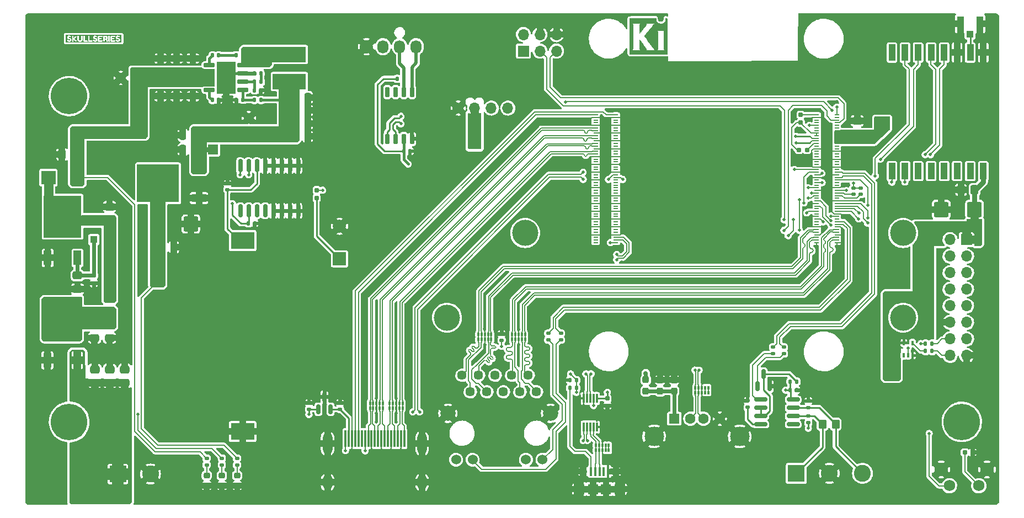
<source format=gtl>
G04 #@! TF.GenerationSoftware,KiCad,Pcbnew,(5.99.0-10527-gaaffd0c137)*
G04 #@! TF.CreationDate,2021-08-05T17:11:32-04:00*
G04 #@! TF.ProjectId,miBlackSVR,6d69426c-6163-46b5-9356-522e6b696361,rev?*
G04 #@! TF.SameCoordinates,Original*
G04 #@! TF.FileFunction,Copper,L1,Top*
G04 #@! TF.FilePolarity,Positive*
%FSLAX46Y46*%
G04 Gerber Fmt 4.6, Leading zero omitted, Abs format (unit mm)*
G04 Created by KiCad (PCBNEW (5.99.0-10527-gaaffd0c137)) date 2021-08-05 17:11:32*
%MOMM*%
%LPD*%
G01*
G04 APERTURE LIST*
G04 Aperture macros list*
%AMRoundRect*
0 Rectangle with rounded corners*
0 $1 Rounding radius*
0 $2 $3 $4 $5 $6 $7 $8 $9 X,Y pos of 4 corners*
0 Add a 4 corners polygon primitive as box body*
4,1,4,$2,$3,$4,$5,$6,$7,$8,$9,$2,$3,0*
0 Add four circle primitives for the rounded corners*
1,1,$1+$1,$2,$3*
1,1,$1+$1,$4,$5*
1,1,$1+$1,$6,$7*
1,1,$1+$1,$8,$9*
0 Add four rect primitives between the rounded corners*
20,1,$1+$1,$2,$3,$4,$5,0*
20,1,$1+$1,$4,$5,$6,$7,0*
20,1,$1+$1,$6,$7,$8,$9,0*
20,1,$1+$1,$8,$9,$2,$3,0*%
G04 Aperture macros list end*
G04 #@! TA.AperFunction,EtchedComponent*
%ADD10C,0.010000*%
G04 #@! TD*
G04 #@! TA.AperFunction,SMDPad,CuDef*
%ADD11RoundRect,0.135000X-0.185000X0.135000X-0.185000X-0.135000X0.185000X-0.135000X0.185000X0.135000X0*%
G04 #@! TD*
G04 #@! TA.AperFunction,ComponentPad*
%ADD12C,4.000000*%
G04 #@! TD*
G04 #@! TA.AperFunction,SMDPad,CuDef*
%ADD13RoundRect,0.249600X0.350400X0.450400X-0.350400X0.450400X-0.350400X-0.450400X0.350400X-0.450400X0*%
G04 #@! TD*
G04 #@! TA.AperFunction,SMDPad,CuDef*
%ADD14R,0.300000X0.550000*%
G04 #@! TD*
G04 #@! TA.AperFunction,SMDPad,CuDef*
%ADD15R,0.400000X0.550000*%
G04 #@! TD*
G04 #@! TA.AperFunction,SMDPad,CuDef*
%ADD16RoundRect,0.135000X0.185000X-0.135000X0.185000X0.135000X-0.185000X0.135000X-0.185000X-0.135000X0*%
G04 #@! TD*
G04 #@! TA.AperFunction,SMDPad,CuDef*
%ADD17RoundRect,0.150000X0.150000X-0.650000X0.150000X0.650000X-0.150000X0.650000X-0.150000X-0.650000X0*%
G04 #@! TD*
G04 #@! TA.AperFunction,SMDPad,CuDef*
%ADD18RoundRect,0.160000X-0.197500X-0.160000X0.197500X-0.160000X0.197500X0.160000X-0.197500X0.160000X0*%
G04 #@! TD*
G04 #@! TA.AperFunction,SMDPad,CuDef*
%ADD19RoundRect,0.135000X0.135000X0.185000X-0.135000X0.185000X-0.135000X-0.185000X0.135000X-0.185000X0*%
G04 #@! TD*
G04 #@! TA.AperFunction,ComponentPad*
%ADD20C,5.600000*%
G04 #@! TD*
G04 #@! TA.AperFunction,SMDPad,CuDef*
%ADD21R,1.200000X2.200000*%
G04 #@! TD*
G04 #@! TA.AperFunction,SMDPad,CuDef*
%ADD22R,5.800000X6.400000*%
G04 #@! TD*
G04 #@! TA.AperFunction,SMDPad,CuDef*
%ADD23RoundRect,0.250000X-0.475000X0.250000X-0.475000X-0.250000X0.475000X-0.250000X0.475000X0.250000X0*%
G04 #@! TD*
G04 #@! TA.AperFunction,SMDPad,CuDef*
%ADD24RoundRect,0.150000X0.150000X-0.587500X0.150000X0.587500X-0.150000X0.587500X-0.150000X-0.587500X0*%
G04 #@! TD*
G04 #@! TA.AperFunction,ComponentPad*
%ADD25C,2.100000*%
G04 #@! TD*
G04 #@! TA.AperFunction,ComponentPad*
%ADD26C,1.750000*%
G04 #@! TD*
G04 #@! TA.AperFunction,SMDPad,CuDef*
%ADD27RoundRect,0.250275X0.474725X-0.337225X0.474725X0.337225X-0.474725X0.337225X-0.474725X-0.337225X0*%
G04 #@! TD*
G04 #@! TA.AperFunction,SMDPad,CuDef*
%ADD28RoundRect,0.250000X0.475000X-0.337500X0.475000X0.337500X-0.475000X0.337500X-0.475000X-0.337500X0*%
G04 #@! TD*
G04 #@! TA.AperFunction,SMDPad,CuDef*
%ADD29RoundRect,0.140000X0.170000X-0.140000X0.170000X0.140000X-0.170000X0.140000X-0.170000X-0.140000X0*%
G04 #@! TD*
G04 #@! TA.AperFunction,SMDPad,CuDef*
%ADD30RoundRect,0.160000X0.160000X-0.197500X0.160000X0.197500X-0.160000X0.197500X-0.160000X-0.197500X0*%
G04 #@! TD*
G04 #@! TA.AperFunction,SMDPad,CuDef*
%ADD31RoundRect,0.135000X-0.135000X-0.185000X0.135000X-0.185000X0.135000X0.185000X-0.135000X0.185000X0*%
G04 #@! TD*
G04 #@! TA.AperFunction,SMDPad,CuDef*
%ADD32R,1.100000X2.250000*%
G04 #@! TD*
G04 #@! TA.AperFunction,SMDPad,CuDef*
%ADD33R,1.050000X1.100000*%
G04 #@! TD*
G04 #@! TA.AperFunction,SMDPad,CuDef*
%ADD34R,2.180000X2.120000*%
G04 #@! TD*
G04 #@! TA.AperFunction,SMDPad,CuDef*
%ADD35RoundRect,0.250275X-0.474725X0.337225X-0.474725X-0.337225X0.474725X-0.337225X0.474725X0.337225X0*%
G04 #@! TD*
G04 #@! TA.AperFunction,SMDPad,CuDef*
%ADD36RoundRect,0.250000X-0.475000X0.337500X-0.475000X-0.337500X0.475000X-0.337500X0.475000X0.337500X0*%
G04 #@! TD*
G04 #@! TA.AperFunction,SMDPad,CuDef*
%ADD37RoundRect,0.237500X0.237500X-0.300000X0.237500X0.300000X-0.237500X0.300000X-0.237500X-0.300000X0*%
G04 #@! TD*
G04 #@! TA.AperFunction,ComponentPad*
%ADD38R,2.000000X2.000000*%
G04 #@! TD*
G04 #@! TA.AperFunction,ComponentPad*
%ADD39C,2.000000*%
G04 #@! TD*
G04 #@! TA.AperFunction,SMDPad,CuDef*
%ADD40RoundRect,0.140000X0.140000X0.170000X-0.140000X0.170000X-0.140000X-0.170000X0.140000X-0.170000X0*%
G04 #@! TD*
G04 #@! TA.AperFunction,SMDPad,CuDef*
%ADD41RoundRect,0.140000X-0.140000X-0.170000X0.140000X-0.170000X0.140000X0.170000X-0.140000X0.170000X0*%
G04 #@! TD*
G04 #@! TA.AperFunction,ComponentPad*
%ADD42R,2.600000X2.600000*%
G04 #@! TD*
G04 #@! TA.AperFunction,ComponentPad*
%ADD43C,2.600000*%
G04 #@! TD*
G04 #@! TA.AperFunction,ComponentPad*
%ADD44C,1.700000*%
G04 #@! TD*
G04 #@! TA.AperFunction,ComponentPad*
%ADD45O,1.700000X1.700000*%
G04 #@! TD*
G04 #@! TA.AperFunction,SMDPad,CuDef*
%ADD46R,3.600000X2.600000*%
G04 #@! TD*
G04 #@! TA.AperFunction,SMDPad,CuDef*
%ADD47R,2.200000X1.200000*%
G04 #@! TD*
G04 #@! TA.AperFunction,SMDPad,CuDef*
%ADD48R,6.400000X5.800000*%
G04 #@! TD*
G04 #@! TA.AperFunction,SMDPad,CuDef*
%ADD49RoundRect,0.250000X-0.250000X-0.475000X0.250000X-0.475000X0.250000X0.475000X-0.250000X0.475000X0*%
G04 #@! TD*
G04 #@! TA.AperFunction,SMDPad,CuDef*
%ADD50RoundRect,0.250000X0.875000X0.925000X-0.875000X0.925000X-0.875000X-0.925000X0.875000X-0.925000X0*%
G04 #@! TD*
G04 #@! TA.AperFunction,SMDPad,CuDef*
%ADD51R,0.300000X1.400000*%
G04 #@! TD*
G04 #@! TA.AperFunction,SMDPad,CuDef*
%ADD52RoundRect,0.250000X0.475000X-0.250000X0.475000X0.250000X-0.475000X0.250000X-0.475000X-0.250000X0*%
G04 #@! TD*
G04 #@! TA.AperFunction,SMDPad,CuDef*
%ADD53RoundRect,0.250275X0.337225X0.474725X-0.337225X0.474725X-0.337225X-0.474725X0.337225X-0.474725X0*%
G04 #@! TD*
G04 #@! TA.AperFunction,SMDPad,CuDef*
%ADD54RoundRect,0.250000X0.337500X0.475000X-0.337500X0.475000X-0.337500X-0.475000X0.337500X-0.475000X0*%
G04 #@! TD*
G04 #@! TA.AperFunction,SMDPad,CuDef*
%ADD55RoundRect,0.160000X-0.160000X0.197500X-0.160000X-0.197500X0.160000X-0.197500X0.160000X0.197500X0*%
G04 #@! TD*
G04 #@! TA.AperFunction,ComponentPad*
%ADD56C,1.600000*%
G04 #@! TD*
G04 #@! TA.AperFunction,ComponentPad*
%ADD57R,1.700000X1.700000*%
G04 #@! TD*
G04 #@! TA.AperFunction,ComponentPad*
%ADD58C,1.446000*%
G04 #@! TD*
G04 #@! TA.AperFunction,ComponentPad*
%ADD59C,1.530000*%
G04 #@! TD*
G04 #@! TA.AperFunction,ComponentPad*
%ADD60C,2.355000*%
G04 #@! TD*
G04 #@! TA.AperFunction,SMDPad,CuDef*
%ADD61RoundRect,0.250000X-0.875000X-0.925000X0.875000X-0.925000X0.875000X0.925000X-0.875000X0.925000X0*%
G04 #@! TD*
G04 #@! TA.AperFunction,SMDPad,CuDef*
%ADD62RoundRect,0.150000X-0.737500X-0.150000X0.737500X-0.150000X0.737500X0.150000X-0.737500X0.150000X0*%
G04 #@! TD*
G04 #@! TA.AperFunction,SMDPad,CuDef*
%ADD63R,2.950000X4.900000*%
G04 #@! TD*
G04 #@! TA.AperFunction,SMDPad,CuDef*
%ADD64RoundRect,0.150000X0.150000X-0.837500X0.150000X0.837500X-0.150000X0.837500X-0.150000X-0.837500X0*%
G04 #@! TD*
G04 #@! TA.AperFunction,SMDPad,CuDef*
%ADD65R,5.100000X2.350000*%
G04 #@! TD*
G04 #@! TA.AperFunction,SMDPad,CuDef*
%ADD66R,1.100000X1.100000*%
G04 #@! TD*
G04 #@! TA.AperFunction,SMDPad,CuDef*
%ADD67RoundRect,0.250000X0.450000X-0.325000X0.450000X0.325000X-0.450000X0.325000X-0.450000X-0.325000X0*%
G04 #@! TD*
G04 #@! TA.AperFunction,SMDPad,CuDef*
%ADD68RoundRect,0.249550X0.450450X-0.325450X0.450450X0.325450X-0.450450X0.325450X-0.450450X-0.325450X0*%
G04 #@! TD*
G04 #@! TA.AperFunction,SMDPad,CuDef*
%ADD69RoundRect,0.218750X0.256250X-0.218750X0.256250X0.218750X-0.256250X0.218750X-0.256250X-0.218750X0*%
G04 #@! TD*
G04 #@! TA.AperFunction,SMDPad,CuDef*
%ADD70RoundRect,0.150000X-0.825000X-0.150000X0.825000X-0.150000X0.825000X0.150000X-0.825000X0.150000X0*%
G04 #@! TD*
G04 #@! TA.AperFunction,SMDPad,CuDef*
%ADD71R,1.500000X1.500000*%
G04 #@! TD*
G04 #@! TA.AperFunction,SMDPad,CuDef*
%ADD72R,0.400000X1.350000*%
G04 #@! TD*
G04 #@! TA.AperFunction,ComponentPad*
%ADD73O,0.890000X1.550000*%
G04 #@! TD*
G04 #@! TA.AperFunction,ComponentPad*
%ADD74O,1.250000X0.950000*%
G04 #@! TD*
G04 #@! TA.AperFunction,SMDPad,CuDef*
%ADD75R,1.500000X1.550000*%
G04 #@! TD*
G04 #@! TA.AperFunction,SMDPad,CuDef*
%ADD76R,1.200000X1.550000*%
G04 #@! TD*
G04 #@! TA.AperFunction,ComponentPad*
%ADD77R,1.600000X1.600000*%
G04 #@! TD*
G04 #@! TA.AperFunction,SMDPad,CuDef*
%ADD78RoundRect,0.250000X0.250000X0.475000X-0.250000X0.475000X-0.250000X-0.475000X0.250000X-0.475000X0*%
G04 #@! TD*
G04 #@! TA.AperFunction,SMDPad,CuDef*
%ADD79R,0.300000X2.600000*%
G04 #@! TD*
G04 #@! TA.AperFunction,ComponentPad*
%ADD80O,1.500000X2.300000*%
G04 #@! TD*
G04 #@! TA.AperFunction,ComponentPad*
%ADD81O,1.500000X3.300000*%
G04 #@! TD*
G04 #@! TA.AperFunction,SMDPad,CuDef*
%ADD82RoundRect,0.237500X-0.237500X0.287500X-0.237500X-0.287500X0.237500X-0.287500X0.237500X0.287500X0*%
G04 #@! TD*
G04 #@! TA.AperFunction,ComponentPad*
%ADD83C,2.030000*%
G04 #@! TD*
G04 #@! TA.AperFunction,ComponentPad*
%ADD84O,1.730000X2.030000*%
G04 #@! TD*
G04 #@! TA.AperFunction,ComponentPad*
%ADD85R,1.600000X1.500000*%
G04 #@! TD*
G04 #@! TA.AperFunction,ComponentPad*
%ADD86C,3.000000*%
G04 #@! TD*
G04 #@! TA.AperFunction,SMDPad,CuDef*
%ADD87RoundRect,0.155000X0.155000X-0.212500X0.155000X0.212500X-0.155000X0.212500X-0.155000X-0.212500X0*%
G04 #@! TD*
G04 #@! TA.AperFunction,SMDPad,CuDef*
%ADD88R,0.700000X0.200000*%
G04 #@! TD*
G04 #@! TA.AperFunction,SMDPad,CuDef*
%ADD89R,0.400000X0.650000*%
G04 #@! TD*
G04 #@! TA.AperFunction,SMDPad,CuDef*
%ADD90R,1.000000X2.500000*%
G04 #@! TD*
G04 #@! TA.AperFunction,ViaPad*
%ADD91C,0.500000*%
G04 #@! TD*
G04 #@! TA.AperFunction,ViaPad*
%ADD92C,0.700000*%
G04 #@! TD*
G04 #@! TA.AperFunction,Conductor*
%ADD93C,0.293000*%
G04 #@! TD*
G04 #@! TA.AperFunction,Conductor*
%ADD94C,0.400000*%
G04 #@! TD*
G04 #@! TA.AperFunction,Conductor*
%ADD95C,0.200000*%
G04 #@! TD*
G04 #@! TA.AperFunction,Conductor*
%ADD96C,0.250000*%
G04 #@! TD*
G04 #@! TA.AperFunction,Conductor*
%ADD97C,0.500000*%
G04 #@! TD*
G04 #@! TA.AperFunction,Conductor*
%ADD98C,0.800000*%
G04 #@! TD*
G04 #@! TA.AperFunction,Conductor*
%ADD99C,0.600000*%
G04 #@! TD*
G04 #@! TA.AperFunction,Conductor*
%ADD100C,0.207000*%
G04 #@! TD*
G04 #@! TA.AperFunction,Conductor*
%ADD101C,1.000000*%
G04 #@! TD*
G04 #@! TA.AperFunction,Conductor*
%ADD102C,0.450000*%
G04 #@! TD*
G04 #@! TA.AperFunction,Conductor*
%ADD103C,0.175000*%
G04 #@! TD*
G04 #@! TA.AperFunction,Conductor*
%ADD104C,1.200000*%
G04 #@! TD*
G04 #@! TA.AperFunction,Conductor*
%ADD105C,1.400000*%
G04 #@! TD*
G04 APERTURE END LIST*
D10*
X167705408Y-55033518D02*
X167969931Y-55033554D01*
X167969931Y-55033554D02*
X168093063Y-55033559D01*
X168093063Y-55033559D02*
X170063962Y-55033559D01*
X170063962Y-55033559D02*
X170063962Y-55149739D01*
X170063962Y-55149739D02*
X170076362Y-55291120D01*
X170076362Y-55291120D02*
X170113787Y-55421513D01*
X170113787Y-55421513D02*
X170176574Y-55541691D01*
X170176574Y-55541691D02*
X170265057Y-55652431D01*
X170265057Y-55652431D02*
X170294994Y-55682340D01*
X170294994Y-55682340D02*
X170402685Y-55767177D01*
X170402685Y-55767177D02*
X170521426Y-55829050D01*
X170521426Y-55829050D02*
X170647691Y-55867988D01*
X170647691Y-55867988D02*
X170777954Y-55884019D01*
X170777954Y-55884019D02*
X170908686Y-55877171D01*
X170908686Y-55877171D02*
X171036363Y-55847472D01*
X171036363Y-55847472D02*
X171157456Y-55794949D01*
X171157456Y-55794949D02*
X171268439Y-55719632D01*
X171268439Y-55719632D02*
X171318283Y-55674192D01*
X171318283Y-55674192D02*
X171411168Y-55562781D01*
X171411168Y-55562781D02*
X171479278Y-55440264D01*
X171479278Y-55440264D02*
X171522022Y-55308044D01*
X171522022Y-55308044D02*
X171538804Y-55167521D01*
X171538804Y-55167521D02*
X171539027Y-55153696D01*
X171539027Y-55153696D02*
X171539907Y-55033563D01*
X171539907Y-55033563D02*
X171592708Y-55033561D01*
X171592708Y-55033561D02*
X171639547Y-55039918D01*
X171639547Y-55039918D02*
X171682334Y-55055385D01*
X171682334Y-55055385D02*
X171685162Y-55056983D01*
X171685162Y-55056983D02*
X171694826Y-55061997D01*
X171694826Y-55061997D02*
X171703700Y-55065902D01*
X171703700Y-55065902D02*
X171711816Y-55069836D01*
X171711816Y-55069836D02*
X171719208Y-55074935D01*
X171719208Y-55074935D02*
X171725906Y-55082337D01*
X171725906Y-55082337D02*
X171731943Y-55093180D01*
X171731943Y-55093180D02*
X171737350Y-55108601D01*
X171737350Y-55108601D02*
X171742161Y-55129738D01*
X171742161Y-55129738D02*
X171746406Y-55157728D01*
X171746406Y-55157728D02*
X171750119Y-55193708D01*
X171750119Y-55193708D02*
X171753330Y-55238816D01*
X171753330Y-55238816D02*
X171756073Y-55294189D01*
X171756073Y-55294189D02*
X171758379Y-55360966D01*
X171758379Y-55360966D02*
X171760280Y-55440282D01*
X171760280Y-55440282D02*
X171761809Y-55533276D01*
X171761809Y-55533276D02*
X171762997Y-55641086D01*
X171762997Y-55641086D02*
X171763877Y-55764848D01*
X171763877Y-55764848D02*
X171764481Y-55905700D01*
X171764481Y-55905700D02*
X171764840Y-56064779D01*
X171764840Y-56064779D02*
X171764986Y-56243224D01*
X171764986Y-56243224D02*
X171764953Y-56442171D01*
X171764953Y-56442171D02*
X171764771Y-56662758D01*
X171764771Y-56662758D02*
X171764474Y-56906122D01*
X171764474Y-56906122D02*
X171764092Y-57173401D01*
X171764092Y-57173401D02*
X171763659Y-57465732D01*
X171763659Y-57465732D02*
X171763206Y-57784253D01*
X171763206Y-57784253D02*
X171763153Y-57823059D01*
X171763153Y-57823059D02*
X171762747Y-58143611D01*
X171762747Y-58143611D02*
X171762402Y-58437841D01*
X171762402Y-58437841D02*
X171762082Y-58706885D01*
X171762082Y-58706885D02*
X171761751Y-58951881D01*
X171761751Y-58951881D02*
X171761372Y-59173966D01*
X171761372Y-59173966D02*
X171760908Y-59374276D01*
X171760908Y-59374276D02*
X171760323Y-59553948D01*
X171760323Y-59553948D02*
X171759581Y-59714119D01*
X171759581Y-59714119D02*
X171758645Y-59855927D01*
X171758645Y-59855927D02*
X171757478Y-59980508D01*
X171757478Y-59980508D02*
X171756044Y-60088999D01*
X171756044Y-60088999D02*
X171754307Y-60182536D01*
X171754307Y-60182536D02*
X171752229Y-60262258D01*
X171752229Y-60262258D02*
X171749775Y-60329301D01*
X171749775Y-60329301D02*
X171746907Y-60384802D01*
X171746907Y-60384802D02*
X171743590Y-60429897D01*
X171743590Y-60429897D02*
X171739787Y-60465724D01*
X171739787Y-60465724D02*
X171735461Y-60493420D01*
X171735461Y-60493420D02*
X171730576Y-60514122D01*
X171730576Y-60514122D02*
X171725096Y-60528966D01*
X171725096Y-60528966D02*
X171718983Y-60539089D01*
X171718983Y-60539089D02*
X171712201Y-60545629D01*
X171712201Y-60545629D02*
X171704714Y-60549722D01*
X171704714Y-60549722D02*
X171696485Y-60552505D01*
X171696485Y-60552505D02*
X171687478Y-60555116D01*
X171687478Y-60555116D02*
X171677656Y-60558691D01*
X171677656Y-60558691D02*
X171675257Y-60559779D01*
X171675257Y-60559779D02*
X171667716Y-60562225D01*
X171667716Y-60562225D02*
X171655095Y-60564471D01*
X171655095Y-60564471D02*
X171636292Y-60566527D01*
X171636292Y-60566527D02*
X171610204Y-60568401D01*
X171610204Y-60568401D02*
X171575729Y-60570100D01*
X171575729Y-60570100D02*
X171531766Y-60571632D01*
X171531766Y-60571632D02*
X171477212Y-60573006D01*
X171477212Y-60573006D02*
X171410966Y-60574229D01*
X171410966Y-60574229D02*
X171331925Y-60575310D01*
X171331925Y-60575310D02*
X171238988Y-60576256D01*
X171238988Y-60576256D02*
X171131052Y-60577076D01*
X171131052Y-60577076D02*
X171007015Y-60577776D01*
X171007015Y-60577776D02*
X170865775Y-60578367D01*
X170865775Y-60578367D02*
X170706230Y-60578854D01*
X170706230Y-60578854D02*
X170527279Y-60579248D01*
X170527279Y-60579248D02*
X170327819Y-60579554D01*
X170327819Y-60579554D02*
X170106747Y-60579782D01*
X170106747Y-60579782D02*
X169862963Y-60579939D01*
X169862963Y-60579939D02*
X169595364Y-60580034D01*
X169595364Y-60580034D02*
X169302848Y-60580074D01*
X169302848Y-60580074D02*
X168984312Y-60580067D01*
X168984312Y-60580067D02*
X168881130Y-60580057D01*
X168881130Y-60580057D02*
X168555528Y-60580005D01*
X168555528Y-60580005D02*
X168256270Y-60579920D01*
X168256270Y-60579920D02*
X167982242Y-60579792D01*
X167982242Y-60579792D02*
X167732327Y-60579614D01*
X167732327Y-60579614D02*
X167505411Y-60579377D01*
X167505411Y-60579377D02*
X167300378Y-60579071D01*
X167300378Y-60579071D02*
X167116113Y-60578689D01*
X167116113Y-60578689D02*
X166951501Y-60578221D01*
X166951501Y-60578221D02*
X166805426Y-60577659D01*
X166805426Y-60577659D02*
X166676775Y-60576994D01*
X166676775Y-60576994D02*
X166564430Y-60576217D01*
X166564430Y-60576217D02*
X166467277Y-60575320D01*
X166467277Y-60575320D02*
X166384201Y-60574294D01*
X166384201Y-60574294D02*
X166314087Y-60573130D01*
X166314087Y-60573130D02*
X166255819Y-60571820D01*
X166255819Y-60571820D02*
X166208282Y-60570354D01*
X166208282Y-60570354D02*
X166170361Y-60568725D01*
X166170361Y-60568725D02*
X166140941Y-60566922D01*
X166140941Y-60566922D02*
X166118906Y-60564939D01*
X166118906Y-60564939D02*
X166103141Y-60562765D01*
X166103141Y-60562765D02*
X166092531Y-60560392D01*
X166092531Y-60560392D02*
X166086747Y-60558220D01*
X166086747Y-60558220D02*
X166076467Y-60553885D01*
X166076467Y-60553885D02*
X166067029Y-60550688D01*
X166067029Y-60550688D02*
X166058396Y-60547494D01*
X166058396Y-60547494D02*
X166050532Y-60543167D01*
X166050532Y-60543167D02*
X166043403Y-60536573D01*
X166043403Y-60536573D02*
X166036972Y-60526576D01*
X166036972Y-60526576D02*
X166031204Y-60512041D01*
X166031204Y-60512041D02*
X166026062Y-60491832D01*
X166026062Y-60491832D02*
X166021511Y-60464814D01*
X166021511Y-60464814D02*
X166017516Y-60429852D01*
X166017516Y-60429852D02*
X166014040Y-60385810D01*
X166014040Y-60385810D02*
X166011049Y-60331553D01*
X166011049Y-60331553D02*
X166008505Y-60265946D01*
X166008505Y-60265946D02*
X166006374Y-60187853D01*
X166006374Y-60187853D02*
X166004619Y-60096139D01*
X166004619Y-60096139D02*
X166003206Y-59989669D01*
X166003206Y-59989669D02*
X166002836Y-59948802D01*
X166002836Y-59948802D02*
X166369267Y-59948802D01*
X166369267Y-59948802D02*
X167664417Y-59948802D01*
X167664417Y-59948802D02*
X167639496Y-59911046D01*
X167639496Y-59911046D02*
X167614704Y-59872246D01*
X167614704Y-59872246D02*
X167593711Y-59835298D01*
X167593711Y-59835298D02*
X167576216Y-59797617D01*
X167576216Y-59797617D02*
X167561921Y-59756617D01*
X167561921Y-59756617D02*
X167550528Y-59709712D01*
X167550528Y-59709712D02*
X167541738Y-59654316D01*
X167541738Y-59654316D02*
X167535253Y-59587845D01*
X167535253Y-59587845D02*
X167530774Y-59507712D01*
X167530774Y-59507712D02*
X167528001Y-59411331D01*
X167528001Y-59411331D02*
X167526638Y-59296118D01*
X167526638Y-59296118D02*
X167526384Y-59159486D01*
X167526384Y-59159486D02*
X167526942Y-58998849D01*
X167526942Y-58998849D02*
X167527258Y-58939211D01*
X167527258Y-58939211D02*
X167530826Y-58299870D01*
X167530826Y-58299870D02*
X167935853Y-58851278D01*
X167935853Y-58851278D02*
X168050597Y-59007705D01*
X168050597Y-59007705D02*
X168150008Y-59143917D01*
X168150008Y-59143917D02*
X168235161Y-59261719D01*
X168235161Y-59261719D02*
X168307129Y-59362913D01*
X168307129Y-59362913D02*
X168366985Y-59449306D01*
X168366985Y-59449306D02*
X168415803Y-59522703D01*
X168415803Y-59522703D02*
X168454656Y-59584906D01*
X168454656Y-59584906D02*
X168484617Y-59637722D01*
X168484617Y-59637722D02*
X168506760Y-59682954D01*
X168506760Y-59682954D02*
X168522158Y-59722407D01*
X168522158Y-59722407D02*
X168531885Y-59757887D01*
X168531885Y-59757887D02*
X168537014Y-59791197D01*
X168537014Y-59791197D02*
X168538619Y-59824142D01*
X168538619Y-59824142D02*
X168537772Y-59858526D01*
X168537772Y-59858526D02*
X168537556Y-59862848D01*
X168537556Y-59862848D02*
X168533097Y-59948860D01*
X168533097Y-59948860D02*
X169952459Y-59948802D01*
X169952459Y-59948802D02*
X169846886Y-59842351D01*
X169846886Y-59842351D02*
X169818238Y-59813235D01*
X169818238Y-59813235D02*
X169791061Y-59784905D01*
X169791061Y-59784905D02*
X169764162Y-59755797D01*
X169764162Y-59755797D02*
X169736348Y-59724349D01*
X169736348Y-59724349D02*
X169706426Y-59688998D01*
X169706426Y-59688998D02*
X169673205Y-59648183D01*
X169673205Y-59648183D02*
X169635490Y-59600340D01*
X169635490Y-59600340D02*
X169592091Y-59543908D01*
X169592091Y-59543908D02*
X169541813Y-59477323D01*
X169541813Y-59477323D02*
X169483463Y-59399024D01*
X169483463Y-59399024D02*
X169415851Y-59307448D01*
X169415851Y-59307448D02*
X169337782Y-59201033D01*
X169337782Y-59201033D02*
X169248063Y-59078216D01*
X169248063Y-59078216D02*
X169145503Y-58937434D01*
X169145503Y-58937434D02*
X169028909Y-58777126D01*
X169028909Y-58777126D02*
X168933342Y-58645627D01*
X168933342Y-58645627D02*
X168813402Y-58480425D01*
X168813402Y-58480425D02*
X168708771Y-58335981D01*
X168708771Y-58335981D02*
X168618503Y-58210923D01*
X168618503Y-58210923D02*
X168541648Y-58103881D01*
X168541648Y-58103881D02*
X168477260Y-58013483D01*
X168477260Y-58013483D02*
X168424390Y-57938358D01*
X168424390Y-57938358D02*
X168382091Y-57877133D01*
X168382091Y-57877133D02*
X168349415Y-57828439D01*
X168349415Y-57828439D02*
X168325413Y-57790903D01*
X168325413Y-57790903D02*
X168309138Y-57763154D01*
X168309138Y-57763154D02*
X168299643Y-57743821D01*
X168299643Y-57743821D02*
X168295978Y-57731532D01*
X168295978Y-57731532D02*
X168297080Y-57725071D01*
X168297080Y-57725071D02*
X168310427Y-57707877D01*
X168310427Y-57707877D02*
X168339285Y-57671484D01*
X168339285Y-57671484D02*
X168381911Y-57618053D01*
X168381911Y-57618053D02*
X168436566Y-57549748D01*
X168436566Y-57549748D02*
X168501507Y-57468732D01*
X168501507Y-57468732D02*
X168574993Y-57377169D01*
X168574993Y-57377169D02*
X168655283Y-57277221D01*
X168655283Y-57277221D02*
X168740636Y-57171053D01*
X168740636Y-57171053D02*
X168829311Y-57060826D01*
X168829311Y-57060826D02*
X168919565Y-56948705D01*
X168919565Y-56948705D02*
X168969207Y-56887073D01*
X168969207Y-56887073D02*
X170201778Y-56887073D01*
X170201778Y-56887073D02*
X170253005Y-56979748D01*
X170253005Y-56979748D02*
X170304232Y-57072424D01*
X170304232Y-57072424D02*
X170304232Y-59763451D01*
X170304232Y-59763451D02*
X170253005Y-59856127D01*
X170253005Y-59856127D02*
X170201778Y-59948802D01*
X170201778Y-59948802D02*
X170807755Y-59948802D01*
X170807755Y-59948802D02*
X170952417Y-59948760D01*
X170952417Y-59948760D02*
X171071907Y-59948570D01*
X171071907Y-59948570D02*
X171168509Y-59948137D01*
X171168509Y-59948137D02*
X171244509Y-59947365D01*
X171244509Y-59947365D02*
X171302194Y-59946159D01*
X171302194Y-59946159D02*
X171343850Y-59944423D01*
X171343850Y-59944423D02*
X171371762Y-59942061D01*
X171371762Y-59942061D02*
X171388216Y-59938979D01*
X171388216Y-59938979D02*
X171395499Y-59935080D01*
X171395499Y-59935080D02*
X171395896Y-59930269D01*
X171395896Y-59930269D02*
X171391693Y-59924451D01*
X171391693Y-59924451D02*
X171391650Y-59924403D01*
X171391650Y-59924403D02*
X171374338Y-59899361D01*
X171374338Y-59899361D02*
X171351415Y-59858644D01*
X171351415Y-59858644D02*
X171331170Y-59817997D01*
X171331170Y-59817997D02*
X171292772Y-59735991D01*
X171292772Y-59735991D02*
X171284940Y-56887073D01*
X171284940Y-56887073D02*
X170201778Y-56887073D01*
X170201778Y-56887073D02*
X168969207Y-56887073D01*
X168969207Y-56887073D02*
X169009658Y-56836853D01*
X169009658Y-56836853D02*
X169097849Y-56727433D01*
X169097849Y-56727433D02*
X169182397Y-56622607D01*
X169182397Y-56622607D02*
X169261559Y-56524540D01*
X169261559Y-56524540D02*
X169333595Y-56435395D01*
X169333595Y-56435395D02*
X169396764Y-56357334D01*
X169396764Y-56357334D02*
X169449324Y-56292521D01*
X169449324Y-56292521D02*
X169489534Y-56243119D01*
X169489534Y-56243119D02*
X169513151Y-56214316D01*
X169513151Y-56214316D02*
X169604861Y-56106607D01*
X169604861Y-56106607D02*
X169693091Y-56009409D01*
X169693091Y-56009409D02*
X169774748Y-55925905D01*
X169774748Y-55925905D02*
X169846741Y-55859277D01*
X169846741Y-55859277D02*
X169897832Y-55818428D01*
X169897832Y-55818428D02*
X169958244Y-55774964D01*
X169958244Y-55774964D02*
X168568853Y-55774964D01*
X168568853Y-55774964D02*
X168569243Y-55856495D01*
X168569243Y-55856495D02*
X168565360Y-55916435D01*
X168565360Y-55916435D02*
X168550761Y-55972006D01*
X168550761Y-55972006D02*
X168528163Y-56024684D01*
X168528163Y-56024684D02*
X168513473Y-56054444D01*
X168513473Y-56054444D02*
X168497679Y-56083932D01*
X168497679Y-56083932D02*
X168479337Y-56115105D01*
X168479337Y-56115105D02*
X168457006Y-56149922D01*
X168457006Y-56149922D02*
X168429242Y-56190339D01*
X168429242Y-56190339D02*
X168394602Y-56238315D01*
X168394602Y-56238315D02*
X168351644Y-56295807D01*
X168351644Y-56295807D02*
X168298924Y-56364772D01*
X168298924Y-56364772D02*
X168235000Y-56447168D01*
X168235000Y-56447168D02*
X168158430Y-56544953D01*
X168158430Y-56544953D02*
X168067770Y-56660084D01*
X168067770Y-56660084D02*
X167961577Y-56794519D01*
X167961577Y-56794519D02*
X167949583Y-56809688D01*
X167949583Y-56809688D02*
X167530826Y-57339241D01*
X167530826Y-57339241D02*
X167526773Y-56752751D01*
X167526773Y-56752751D02*
X167525956Y-56577080D01*
X167525956Y-56577080D02*
X167526130Y-56428361D01*
X167526130Y-56428361D02*
X167527302Y-56306104D01*
X167527302Y-56306104D02*
X167529482Y-56209818D01*
X167529482Y-56209818D02*
X167532677Y-56139012D01*
X167532677Y-56139012D02*
X167536895Y-56093198D01*
X167536895Y-56093198D02*
X167538313Y-56084508D01*
X167538313Y-56084508D02*
X167560560Y-55992964D01*
X167560560Y-55992964D02*
X167589708Y-55910437D01*
X167589708Y-55910437D02*
X167622969Y-55844082D01*
X167622969Y-55844082D02*
X167642951Y-55815939D01*
X167642951Y-55815939D02*
X167677429Y-55774964D01*
X167677429Y-55774964D02*
X167023237Y-55774964D01*
X167023237Y-55774964D02*
X166867182Y-55775098D01*
X166867182Y-55775098D02*
X166736684Y-55775532D01*
X166736684Y-55775532D02*
X166629841Y-55776318D01*
X166629841Y-55776318D02*
X166544753Y-55777505D01*
X166544753Y-55777505D02*
X166479516Y-55779146D01*
X166479516Y-55779146D02*
X166432230Y-55781290D01*
X166432230Y-55781290D02*
X166400994Y-55783988D01*
X166400994Y-55783988D02*
X166383905Y-55787291D01*
X166383905Y-55787291D02*
X166379063Y-55791250D01*
X166379063Y-55791250D02*
X166379398Y-55792127D01*
X166379398Y-55792127D02*
X166393266Y-55813060D01*
X166393266Y-55813060D02*
X166416419Y-55846241D01*
X166416419Y-55846241D02*
X166428397Y-55863022D01*
X166428397Y-55863022D02*
X166440782Y-55879769D01*
X166440782Y-55879769D02*
X166451914Y-55894744D01*
X166451914Y-55894744D02*
X166461863Y-55909423D01*
X166461863Y-55909423D02*
X166470700Y-55925278D01*
X166470700Y-55925278D02*
X166478494Y-55943784D01*
X166478494Y-55943784D02*
X166485316Y-55966414D01*
X166485316Y-55966414D02*
X166491235Y-55994642D01*
X166491235Y-55994642D02*
X166496322Y-56029942D01*
X166496322Y-56029942D02*
X166500647Y-56073787D01*
X166500647Y-56073787D02*
X166504280Y-56127651D01*
X166504280Y-56127651D02*
X166507291Y-56193009D01*
X166507291Y-56193009D02*
X166509750Y-56271333D01*
X166509750Y-56271333D02*
X166511728Y-56364097D01*
X166511728Y-56364097D02*
X166513293Y-56472776D01*
X166513293Y-56472776D02*
X166514517Y-56598842D01*
X166514517Y-56598842D02*
X166515470Y-56743771D01*
X166515470Y-56743771D02*
X166516221Y-56909035D01*
X166516221Y-56909035D02*
X166516840Y-57096108D01*
X166516840Y-57096108D02*
X166517399Y-57306464D01*
X166517399Y-57306464D02*
X166517966Y-57541577D01*
X166517966Y-57541577D02*
X166518496Y-57757570D01*
X166518496Y-57757570D02*
X166518996Y-57998364D01*
X166518996Y-57998364D02*
X166519256Y-58228103D01*
X166519256Y-58228103D02*
X166519283Y-58445322D01*
X166519283Y-58445322D02*
X166519084Y-58648551D01*
X166519084Y-58648551D02*
X166518665Y-58836325D01*
X166518665Y-58836325D02*
X166518033Y-59007174D01*
X166518033Y-59007174D02*
X166517195Y-59159632D01*
X166517195Y-59159632D02*
X166516159Y-59292232D01*
X166516159Y-59292232D02*
X166514931Y-59403505D01*
X166514931Y-59403505D02*
X166513518Y-59491985D01*
X166513518Y-59491985D02*
X166511926Y-59556204D01*
X166511926Y-59556204D02*
X166510164Y-59594694D01*
X166510164Y-59594694D02*
X166509830Y-59598762D01*
X166509830Y-59598762D02*
X166497685Y-59692077D01*
X166497685Y-59692077D02*
X166478724Y-59767019D01*
X166478724Y-59767019D02*
X166449849Y-59832423D01*
X166449849Y-59832423D02*
X166407961Y-59897122D01*
X166407961Y-59897122D02*
X166402722Y-59904181D01*
X166402722Y-59904181D02*
X166369267Y-59948802D01*
X166369267Y-59948802D02*
X166002836Y-59948802D01*
X166002836Y-59948802D02*
X166002097Y-59867308D01*
X166002097Y-59867308D02*
X166001258Y-59727919D01*
X166001258Y-59727919D02*
X166000653Y-59570368D01*
X166000653Y-59570368D02*
X166000246Y-59393520D01*
X166000246Y-59393520D02*
X166000001Y-59196239D01*
X166000001Y-59196239D02*
X165999884Y-58977389D01*
X165999884Y-58977389D02*
X165999856Y-58735836D01*
X165999856Y-58735836D02*
X165999884Y-58470444D01*
X165999884Y-58470444D02*
X165999931Y-58180078D01*
X165999931Y-58180078D02*
X165999961Y-57863602D01*
X165999961Y-57863602D02*
X165999962Y-57800775D01*
X165999962Y-57800775D02*
X165999979Y-57480966D01*
X165999979Y-57480966D02*
X166000039Y-57187490D01*
X166000039Y-57187490D02*
X166000149Y-56919219D01*
X166000149Y-56919219D02*
X166000318Y-56675027D01*
X166000318Y-56675027D02*
X166000554Y-56453786D01*
X166000554Y-56453786D02*
X166000867Y-56254369D01*
X166000867Y-56254369D02*
X166001266Y-56075649D01*
X166001266Y-56075649D02*
X166001758Y-55916500D01*
X166001758Y-55916500D02*
X166002354Y-55775795D01*
X166002354Y-55775795D02*
X166003061Y-55652405D01*
X166003061Y-55652405D02*
X166003888Y-55545205D01*
X166003888Y-55545205D02*
X166004844Y-55453067D01*
X166004844Y-55453067D02*
X166005938Y-55374864D01*
X166005938Y-55374864D02*
X166007178Y-55309470D01*
X166007178Y-55309470D02*
X166008573Y-55255757D01*
X166008573Y-55255757D02*
X166010133Y-55212598D01*
X166010133Y-55212598D02*
X166011865Y-55178866D01*
X166011865Y-55178866D02*
X166013779Y-55153434D01*
X166013779Y-55153434D02*
X166015883Y-55135176D01*
X166015883Y-55135176D02*
X166018185Y-55122963D01*
X166018185Y-55122963D02*
X166020696Y-55115670D01*
X166020696Y-55115670D02*
X166020788Y-55115488D01*
X166020788Y-55115488D02*
X166025959Y-55104347D01*
X166025959Y-55104347D02*
X166030266Y-55094260D01*
X166030266Y-55094260D02*
X166035030Y-55085175D01*
X166035030Y-55085175D02*
X166041573Y-55077041D01*
X166041573Y-55077041D02*
X166051216Y-55069805D01*
X166051216Y-55069805D02*
X166065280Y-55063415D01*
X166065280Y-55063415D02*
X166085088Y-55057818D01*
X166085088Y-55057818D02*
X166111960Y-55052962D01*
X166111960Y-55052962D02*
X166147218Y-55048795D01*
X166147218Y-55048795D02*
X166192183Y-55045265D01*
X166192183Y-55045265D02*
X166248177Y-55042320D01*
X166248177Y-55042320D02*
X166316522Y-55039906D01*
X166316522Y-55039906D02*
X166398537Y-55037973D01*
X166398537Y-55037973D02*
X166495546Y-55036467D01*
X166495546Y-55036467D02*
X166608869Y-55035337D01*
X166608869Y-55035337D02*
X166739828Y-55034531D01*
X166739828Y-55034531D02*
X166889744Y-55033995D01*
X166889744Y-55033995D02*
X167059938Y-55033678D01*
X167059938Y-55033678D02*
X167251733Y-55033528D01*
X167251733Y-55033528D02*
X167466449Y-55033492D01*
X167466449Y-55033492D02*
X167705408Y-55033518D01*
X167705408Y-55033518D02*
X167705408Y-55033518D01*
G36*
X166001258Y-59727919D02*
G01*
X166000653Y-59570368D01*
X166000246Y-59393520D01*
X166000001Y-59196239D01*
X165999884Y-58977389D01*
X165999856Y-58735836D01*
X165999884Y-58470444D01*
X165999931Y-58180078D01*
X165999961Y-57863602D01*
X165999962Y-57800775D01*
X165999979Y-57480966D01*
X166000039Y-57187490D01*
X166000149Y-56919219D01*
X166000318Y-56675027D01*
X166000554Y-56453786D01*
X166000867Y-56254369D01*
X166001266Y-56075649D01*
X166001758Y-55916500D01*
X166002354Y-55775795D01*
X166003061Y-55652405D01*
X166003888Y-55545205D01*
X166004844Y-55453067D01*
X166005938Y-55374864D01*
X166007178Y-55309470D01*
X166008573Y-55255757D01*
X166010133Y-55212598D01*
X166011865Y-55178866D01*
X166013779Y-55153434D01*
X166015883Y-55135176D01*
X166018185Y-55122963D01*
X166020696Y-55115670D01*
X166020788Y-55115488D01*
X166025959Y-55104347D01*
X166030266Y-55094260D01*
X166035030Y-55085175D01*
X166041573Y-55077041D01*
X166051216Y-55069805D01*
X166065280Y-55063415D01*
X166085088Y-55057818D01*
X166111960Y-55052962D01*
X166147218Y-55048795D01*
X166192183Y-55045265D01*
X166248177Y-55042320D01*
X166316522Y-55039906D01*
X166398537Y-55037973D01*
X166495546Y-55036467D01*
X166608869Y-55035337D01*
X166739828Y-55034531D01*
X166889744Y-55033995D01*
X167059938Y-55033678D01*
X167251733Y-55033528D01*
X167466449Y-55033492D01*
X167705408Y-55033518D01*
X167969931Y-55033554D01*
X168093063Y-55033559D01*
X170063962Y-55033559D01*
X170063962Y-55149739D01*
X170076362Y-55291120D01*
X170113787Y-55421513D01*
X170176574Y-55541691D01*
X170265057Y-55652431D01*
X170294994Y-55682340D01*
X170402685Y-55767177D01*
X170521426Y-55829050D01*
X170647691Y-55867988D01*
X170777954Y-55884019D01*
X170908686Y-55877171D01*
X171036363Y-55847472D01*
X171157456Y-55794949D01*
X171268439Y-55719632D01*
X171318283Y-55674192D01*
X171411168Y-55562781D01*
X171479278Y-55440264D01*
X171522022Y-55308044D01*
X171538804Y-55167521D01*
X171539027Y-55153696D01*
X171539907Y-55033563D01*
X171592708Y-55033561D01*
X171639547Y-55039918D01*
X171682334Y-55055385D01*
X171685162Y-55056983D01*
X171694826Y-55061997D01*
X171703700Y-55065902D01*
X171711816Y-55069836D01*
X171719208Y-55074935D01*
X171725906Y-55082337D01*
X171731943Y-55093180D01*
X171737350Y-55108601D01*
X171742161Y-55129738D01*
X171746406Y-55157728D01*
X171750119Y-55193708D01*
X171753330Y-55238816D01*
X171756073Y-55294189D01*
X171758379Y-55360966D01*
X171760280Y-55440282D01*
X171761809Y-55533276D01*
X171762997Y-55641086D01*
X171763877Y-55764848D01*
X171764481Y-55905700D01*
X171764840Y-56064779D01*
X171764986Y-56243224D01*
X171764953Y-56442171D01*
X171764771Y-56662758D01*
X171764474Y-56906122D01*
X171764092Y-57173401D01*
X171763659Y-57465732D01*
X171763206Y-57784253D01*
X171763153Y-57823059D01*
X171762747Y-58143611D01*
X171762402Y-58437841D01*
X171762082Y-58706885D01*
X171761751Y-58951881D01*
X171761372Y-59173966D01*
X171760908Y-59374276D01*
X171760323Y-59553948D01*
X171759581Y-59714119D01*
X171758645Y-59855927D01*
X171757478Y-59980508D01*
X171756044Y-60088999D01*
X171754307Y-60182536D01*
X171752229Y-60262258D01*
X171749775Y-60329301D01*
X171746907Y-60384802D01*
X171743590Y-60429897D01*
X171739787Y-60465724D01*
X171735461Y-60493420D01*
X171730576Y-60514122D01*
X171725096Y-60528966D01*
X171718983Y-60539089D01*
X171712201Y-60545629D01*
X171704714Y-60549722D01*
X171696485Y-60552505D01*
X171687478Y-60555116D01*
X171677656Y-60558691D01*
X171675257Y-60559779D01*
X171667716Y-60562225D01*
X171655095Y-60564471D01*
X171636292Y-60566527D01*
X171610204Y-60568401D01*
X171575729Y-60570100D01*
X171531766Y-60571632D01*
X171477212Y-60573006D01*
X171410966Y-60574229D01*
X171331925Y-60575310D01*
X171238988Y-60576256D01*
X171131052Y-60577076D01*
X171007015Y-60577776D01*
X170865775Y-60578367D01*
X170706230Y-60578854D01*
X170527279Y-60579248D01*
X170327819Y-60579554D01*
X170106747Y-60579782D01*
X169862963Y-60579939D01*
X169595364Y-60580034D01*
X169302848Y-60580074D01*
X168984312Y-60580067D01*
X168881130Y-60580057D01*
X168555528Y-60580005D01*
X168256270Y-60579920D01*
X167982242Y-60579792D01*
X167732327Y-60579614D01*
X167505411Y-60579377D01*
X167300378Y-60579071D01*
X167116113Y-60578689D01*
X166951501Y-60578221D01*
X166805426Y-60577659D01*
X166676775Y-60576994D01*
X166564430Y-60576217D01*
X166467277Y-60575320D01*
X166384201Y-60574294D01*
X166314087Y-60573130D01*
X166255819Y-60571820D01*
X166208282Y-60570354D01*
X166170361Y-60568725D01*
X166140941Y-60566922D01*
X166118906Y-60564939D01*
X166103141Y-60562765D01*
X166092531Y-60560392D01*
X166086747Y-60558220D01*
X166076467Y-60553885D01*
X166067029Y-60550688D01*
X166058396Y-60547494D01*
X166050532Y-60543167D01*
X166043403Y-60536573D01*
X166036972Y-60526576D01*
X166031204Y-60512041D01*
X166026062Y-60491832D01*
X166021511Y-60464814D01*
X166017516Y-60429852D01*
X166014040Y-60385810D01*
X166011049Y-60331553D01*
X166008505Y-60265946D01*
X166006374Y-60187853D01*
X166004619Y-60096139D01*
X166003206Y-59989669D01*
X166002836Y-59948802D01*
X166369267Y-59948802D01*
X167664417Y-59948802D01*
X167639496Y-59911046D01*
X167614704Y-59872246D01*
X167593711Y-59835298D01*
X167576216Y-59797617D01*
X167561921Y-59756617D01*
X167550528Y-59709712D01*
X167541738Y-59654316D01*
X167535253Y-59587845D01*
X167530774Y-59507712D01*
X167528001Y-59411331D01*
X167526638Y-59296118D01*
X167526384Y-59159486D01*
X167526942Y-58998849D01*
X167527258Y-58939211D01*
X167530826Y-58299870D01*
X167935853Y-58851278D01*
X168050597Y-59007705D01*
X168150008Y-59143917D01*
X168235161Y-59261719D01*
X168307129Y-59362913D01*
X168366985Y-59449306D01*
X168415803Y-59522703D01*
X168454656Y-59584906D01*
X168484617Y-59637722D01*
X168506760Y-59682954D01*
X168522158Y-59722407D01*
X168531885Y-59757887D01*
X168537014Y-59791197D01*
X168538619Y-59824142D01*
X168537772Y-59858526D01*
X168537556Y-59862848D01*
X168533097Y-59948860D01*
X169952459Y-59948802D01*
X170201778Y-59948802D01*
X170807755Y-59948802D01*
X170952417Y-59948760D01*
X171071907Y-59948570D01*
X171168509Y-59948137D01*
X171244509Y-59947365D01*
X171302194Y-59946159D01*
X171343850Y-59944423D01*
X171371762Y-59942061D01*
X171388216Y-59938979D01*
X171395499Y-59935080D01*
X171395896Y-59930269D01*
X171391693Y-59924451D01*
X171391650Y-59924403D01*
X171374338Y-59899361D01*
X171351415Y-59858644D01*
X171331170Y-59817997D01*
X171292772Y-59735991D01*
X171284940Y-56887073D01*
X170201778Y-56887073D01*
X170253005Y-56979748D01*
X170304232Y-57072424D01*
X170304232Y-59763451D01*
X170253005Y-59856127D01*
X170201778Y-59948802D01*
X169952459Y-59948802D01*
X169846886Y-59842351D01*
X169818238Y-59813235D01*
X169791061Y-59784905D01*
X169764162Y-59755797D01*
X169736348Y-59724349D01*
X169706426Y-59688998D01*
X169673205Y-59648183D01*
X169635490Y-59600340D01*
X169592091Y-59543908D01*
X169541813Y-59477323D01*
X169483463Y-59399024D01*
X169415851Y-59307448D01*
X169337782Y-59201033D01*
X169248063Y-59078216D01*
X169145503Y-58937434D01*
X169028909Y-58777126D01*
X168933342Y-58645627D01*
X168813402Y-58480425D01*
X168708771Y-58335981D01*
X168618503Y-58210923D01*
X168541648Y-58103881D01*
X168477260Y-58013483D01*
X168424390Y-57938358D01*
X168382091Y-57877133D01*
X168349415Y-57828439D01*
X168325413Y-57790903D01*
X168309138Y-57763154D01*
X168299643Y-57743821D01*
X168295978Y-57731532D01*
X168297080Y-57725071D01*
X168310427Y-57707877D01*
X168339285Y-57671484D01*
X168381911Y-57618053D01*
X168436566Y-57549748D01*
X168501507Y-57468732D01*
X168574993Y-57377169D01*
X168655283Y-57277221D01*
X168740636Y-57171053D01*
X168829311Y-57060826D01*
X168919565Y-56948705D01*
X168969207Y-56887073D01*
X169009658Y-56836853D01*
X169097849Y-56727433D01*
X169182397Y-56622607D01*
X169261559Y-56524540D01*
X169333595Y-56435395D01*
X169396764Y-56357334D01*
X169449324Y-56292521D01*
X169489534Y-56243119D01*
X169513151Y-56214316D01*
X169604861Y-56106607D01*
X169693091Y-56009409D01*
X169774748Y-55925905D01*
X169846741Y-55859277D01*
X169897832Y-55818428D01*
X169958244Y-55774964D01*
X168568853Y-55774964D01*
X168569243Y-55856495D01*
X168565360Y-55916435D01*
X168550761Y-55972006D01*
X168528163Y-56024684D01*
X168513473Y-56054444D01*
X168497679Y-56083932D01*
X168479337Y-56115105D01*
X168457006Y-56149922D01*
X168429242Y-56190339D01*
X168394602Y-56238315D01*
X168351644Y-56295807D01*
X168298924Y-56364772D01*
X168235000Y-56447168D01*
X168158430Y-56544953D01*
X168067770Y-56660084D01*
X167961577Y-56794519D01*
X167949583Y-56809688D01*
X167530826Y-57339241D01*
X167526773Y-56752751D01*
X167525956Y-56577080D01*
X167526130Y-56428361D01*
X167527302Y-56306104D01*
X167529482Y-56209818D01*
X167532677Y-56139012D01*
X167536895Y-56093198D01*
X167538313Y-56084508D01*
X167560560Y-55992964D01*
X167589708Y-55910437D01*
X167622969Y-55844082D01*
X167642951Y-55815939D01*
X167677429Y-55774964D01*
X167023237Y-55774964D01*
X166867182Y-55775098D01*
X166736684Y-55775532D01*
X166629841Y-55776318D01*
X166544753Y-55777505D01*
X166479516Y-55779146D01*
X166432230Y-55781290D01*
X166400994Y-55783988D01*
X166383905Y-55787291D01*
X166379063Y-55791250D01*
X166379398Y-55792127D01*
X166393266Y-55813060D01*
X166416419Y-55846241D01*
X166428397Y-55863022D01*
X166440782Y-55879769D01*
X166451914Y-55894744D01*
X166461863Y-55909423D01*
X166470700Y-55925278D01*
X166478494Y-55943784D01*
X166485316Y-55966414D01*
X166491235Y-55994642D01*
X166496322Y-56029942D01*
X166500647Y-56073787D01*
X166504280Y-56127651D01*
X166507291Y-56193009D01*
X166509750Y-56271333D01*
X166511728Y-56364097D01*
X166513293Y-56472776D01*
X166514517Y-56598842D01*
X166515470Y-56743771D01*
X166516221Y-56909035D01*
X166516840Y-57096108D01*
X166517399Y-57306464D01*
X166517966Y-57541577D01*
X166518496Y-57757570D01*
X166518996Y-57998364D01*
X166519256Y-58228103D01*
X166519283Y-58445322D01*
X166519084Y-58648551D01*
X166518665Y-58836325D01*
X166518033Y-59007174D01*
X166517195Y-59159632D01*
X166516159Y-59292232D01*
X166514931Y-59403505D01*
X166513518Y-59491985D01*
X166511926Y-59556204D01*
X166510164Y-59594694D01*
X166509830Y-59598762D01*
X166497685Y-59692077D01*
X166478724Y-59767019D01*
X166449849Y-59832423D01*
X166407961Y-59897122D01*
X166402722Y-59904181D01*
X166369267Y-59948802D01*
X166002836Y-59948802D01*
X166002097Y-59867308D01*
X166001258Y-59727919D01*
G37*
X166001258Y-59727919D02*
X166000653Y-59570368D01*
X166000246Y-59393520D01*
X166000001Y-59196239D01*
X165999884Y-58977389D01*
X165999856Y-58735836D01*
X165999884Y-58470444D01*
X165999931Y-58180078D01*
X165999961Y-57863602D01*
X165999962Y-57800775D01*
X165999979Y-57480966D01*
X166000039Y-57187490D01*
X166000149Y-56919219D01*
X166000318Y-56675027D01*
X166000554Y-56453786D01*
X166000867Y-56254369D01*
X166001266Y-56075649D01*
X166001758Y-55916500D01*
X166002354Y-55775795D01*
X166003061Y-55652405D01*
X166003888Y-55545205D01*
X166004844Y-55453067D01*
X166005938Y-55374864D01*
X166007178Y-55309470D01*
X166008573Y-55255757D01*
X166010133Y-55212598D01*
X166011865Y-55178866D01*
X166013779Y-55153434D01*
X166015883Y-55135176D01*
X166018185Y-55122963D01*
X166020696Y-55115670D01*
X166020788Y-55115488D01*
X166025959Y-55104347D01*
X166030266Y-55094260D01*
X166035030Y-55085175D01*
X166041573Y-55077041D01*
X166051216Y-55069805D01*
X166065280Y-55063415D01*
X166085088Y-55057818D01*
X166111960Y-55052962D01*
X166147218Y-55048795D01*
X166192183Y-55045265D01*
X166248177Y-55042320D01*
X166316522Y-55039906D01*
X166398537Y-55037973D01*
X166495546Y-55036467D01*
X166608869Y-55035337D01*
X166739828Y-55034531D01*
X166889744Y-55033995D01*
X167059938Y-55033678D01*
X167251733Y-55033528D01*
X167466449Y-55033492D01*
X167705408Y-55033518D01*
X167969931Y-55033554D01*
X168093063Y-55033559D01*
X170063962Y-55033559D01*
X170063962Y-55149739D01*
X170076362Y-55291120D01*
X170113787Y-55421513D01*
X170176574Y-55541691D01*
X170265057Y-55652431D01*
X170294994Y-55682340D01*
X170402685Y-55767177D01*
X170521426Y-55829050D01*
X170647691Y-55867988D01*
X170777954Y-55884019D01*
X170908686Y-55877171D01*
X171036363Y-55847472D01*
X171157456Y-55794949D01*
X171268439Y-55719632D01*
X171318283Y-55674192D01*
X171411168Y-55562781D01*
X171479278Y-55440264D01*
X171522022Y-55308044D01*
X171538804Y-55167521D01*
X171539027Y-55153696D01*
X171539907Y-55033563D01*
X171592708Y-55033561D01*
X171639547Y-55039918D01*
X171682334Y-55055385D01*
X171685162Y-55056983D01*
X171694826Y-55061997D01*
X171703700Y-55065902D01*
X171711816Y-55069836D01*
X171719208Y-55074935D01*
X171725906Y-55082337D01*
X171731943Y-55093180D01*
X171737350Y-55108601D01*
X171742161Y-55129738D01*
X171746406Y-55157728D01*
X171750119Y-55193708D01*
X171753330Y-55238816D01*
X171756073Y-55294189D01*
X171758379Y-55360966D01*
X171760280Y-55440282D01*
X171761809Y-55533276D01*
X171762997Y-55641086D01*
X171763877Y-55764848D01*
X171764481Y-55905700D01*
X171764840Y-56064779D01*
X171764986Y-56243224D01*
X171764953Y-56442171D01*
X171764771Y-56662758D01*
X171764474Y-56906122D01*
X171764092Y-57173401D01*
X171763659Y-57465732D01*
X171763206Y-57784253D01*
X171763153Y-57823059D01*
X171762747Y-58143611D01*
X171762402Y-58437841D01*
X171762082Y-58706885D01*
X171761751Y-58951881D01*
X171761372Y-59173966D01*
X171760908Y-59374276D01*
X171760323Y-59553948D01*
X171759581Y-59714119D01*
X171758645Y-59855927D01*
X171757478Y-59980508D01*
X171756044Y-60088999D01*
X171754307Y-60182536D01*
X171752229Y-60262258D01*
X171749775Y-60329301D01*
X171746907Y-60384802D01*
X171743590Y-60429897D01*
X171739787Y-60465724D01*
X171735461Y-60493420D01*
X171730576Y-60514122D01*
X171725096Y-60528966D01*
X171718983Y-60539089D01*
X171712201Y-60545629D01*
X171704714Y-60549722D01*
X171696485Y-60552505D01*
X171687478Y-60555116D01*
X171677656Y-60558691D01*
X171675257Y-60559779D01*
X171667716Y-60562225D01*
X171655095Y-60564471D01*
X171636292Y-60566527D01*
X171610204Y-60568401D01*
X171575729Y-60570100D01*
X171531766Y-60571632D01*
X171477212Y-60573006D01*
X171410966Y-60574229D01*
X171331925Y-60575310D01*
X171238988Y-60576256D01*
X171131052Y-60577076D01*
X171007015Y-60577776D01*
X170865775Y-60578367D01*
X170706230Y-60578854D01*
X170527279Y-60579248D01*
X170327819Y-60579554D01*
X170106747Y-60579782D01*
X169862963Y-60579939D01*
X169595364Y-60580034D01*
X169302848Y-60580074D01*
X168984312Y-60580067D01*
X168881130Y-60580057D01*
X168555528Y-60580005D01*
X168256270Y-60579920D01*
X167982242Y-60579792D01*
X167732327Y-60579614D01*
X167505411Y-60579377D01*
X167300378Y-60579071D01*
X167116113Y-60578689D01*
X166951501Y-60578221D01*
X166805426Y-60577659D01*
X166676775Y-60576994D01*
X166564430Y-60576217D01*
X166467277Y-60575320D01*
X166384201Y-60574294D01*
X166314087Y-60573130D01*
X166255819Y-60571820D01*
X166208282Y-60570354D01*
X166170361Y-60568725D01*
X166140941Y-60566922D01*
X166118906Y-60564939D01*
X166103141Y-60562765D01*
X166092531Y-60560392D01*
X166086747Y-60558220D01*
X166076467Y-60553885D01*
X166067029Y-60550688D01*
X166058396Y-60547494D01*
X166050532Y-60543167D01*
X166043403Y-60536573D01*
X166036972Y-60526576D01*
X166031204Y-60512041D01*
X166026062Y-60491832D01*
X166021511Y-60464814D01*
X166017516Y-60429852D01*
X166014040Y-60385810D01*
X166011049Y-60331553D01*
X166008505Y-60265946D01*
X166006374Y-60187853D01*
X166004619Y-60096139D01*
X166003206Y-59989669D01*
X166002836Y-59948802D01*
X166369267Y-59948802D01*
X167664417Y-59948802D01*
X167639496Y-59911046D01*
X167614704Y-59872246D01*
X167593711Y-59835298D01*
X167576216Y-59797617D01*
X167561921Y-59756617D01*
X167550528Y-59709712D01*
X167541738Y-59654316D01*
X167535253Y-59587845D01*
X167530774Y-59507712D01*
X167528001Y-59411331D01*
X167526638Y-59296118D01*
X167526384Y-59159486D01*
X167526942Y-58998849D01*
X167527258Y-58939211D01*
X167530826Y-58299870D01*
X167935853Y-58851278D01*
X168050597Y-59007705D01*
X168150008Y-59143917D01*
X168235161Y-59261719D01*
X168307129Y-59362913D01*
X168366985Y-59449306D01*
X168415803Y-59522703D01*
X168454656Y-59584906D01*
X168484617Y-59637722D01*
X168506760Y-59682954D01*
X168522158Y-59722407D01*
X168531885Y-59757887D01*
X168537014Y-59791197D01*
X168538619Y-59824142D01*
X168537772Y-59858526D01*
X168537556Y-59862848D01*
X168533097Y-59948860D01*
X169952459Y-59948802D01*
X170201778Y-59948802D01*
X170807755Y-59948802D01*
X170952417Y-59948760D01*
X171071907Y-59948570D01*
X171168509Y-59948137D01*
X171244509Y-59947365D01*
X171302194Y-59946159D01*
X171343850Y-59944423D01*
X171371762Y-59942061D01*
X171388216Y-59938979D01*
X171395499Y-59935080D01*
X171395896Y-59930269D01*
X171391693Y-59924451D01*
X171391650Y-59924403D01*
X171374338Y-59899361D01*
X171351415Y-59858644D01*
X171331170Y-59817997D01*
X171292772Y-59735991D01*
X171284940Y-56887073D01*
X170201778Y-56887073D01*
X170253005Y-56979748D01*
X170304232Y-57072424D01*
X170304232Y-59763451D01*
X170253005Y-59856127D01*
X170201778Y-59948802D01*
X169952459Y-59948802D01*
X169846886Y-59842351D01*
X169818238Y-59813235D01*
X169791061Y-59784905D01*
X169764162Y-59755797D01*
X169736348Y-59724349D01*
X169706426Y-59688998D01*
X169673205Y-59648183D01*
X169635490Y-59600340D01*
X169592091Y-59543908D01*
X169541813Y-59477323D01*
X169483463Y-59399024D01*
X169415851Y-59307448D01*
X169337782Y-59201033D01*
X169248063Y-59078216D01*
X169145503Y-58937434D01*
X169028909Y-58777126D01*
X168933342Y-58645627D01*
X168813402Y-58480425D01*
X168708771Y-58335981D01*
X168618503Y-58210923D01*
X168541648Y-58103881D01*
X168477260Y-58013483D01*
X168424390Y-57938358D01*
X168382091Y-57877133D01*
X168349415Y-57828439D01*
X168325413Y-57790903D01*
X168309138Y-57763154D01*
X168299643Y-57743821D01*
X168295978Y-57731532D01*
X168297080Y-57725071D01*
X168310427Y-57707877D01*
X168339285Y-57671484D01*
X168381911Y-57618053D01*
X168436566Y-57549748D01*
X168501507Y-57468732D01*
X168574993Y-57377169D01*
X168655283Y-57277221D01*
X168740636Y-57171053D01*
X168829311Y-57060826D01*
X168919565Y-56948705D01*
X168969207Y-56887073D01*
X169009658Y-56836853D01*
X169097849Y-56727433D01*
X169182397Y-56622607D01*
X169261559Y-56524540D01*
X169333595Y-56435395D01*
X169396764Y-56357334D01*
X169449324Y-56292521D01*
X169489534Y-56243119D01*
X169513151Y-56214316D01*
X169604861Y-56106607D01*
X169693091Y-56009409D01*
X169774748Y-55925905D01*
X169846741Y-55859277D01*
X169897832Y-55818428D01*
X169958244Y-55774964D01*
X168568853Y-55774964D01*
X168569243Y-55856495D01*
X168565360Y-55916435D01*
X168550761Y-55972006D01*
X168528163Y-56024684D01*
X168513473Y-56054444D01*
X168497679Y-56083932D01*
X168479337Y-56115105D01*
X168457006Y-56149922D01*
X168429242Y-56190339D01*
X168394602Y-56238315D01*
X168351644Y-56295807D01*
X168298924Y-56364772D01*
X168235000Y-56447168D01*
X168158430Y-56544953D01*
X168067770Y-56660084D01*
X167961577Y-56794519D01*
X167949583Y-56809688D01*
X167530826Y-57339241D01*
X167526773Y-56752751D01*
X167525956Y-56577080D01*
X167526130Y-56428361D01*
X167527302Y-56306104D01*
X167529482Y-56209818D01*
X167532677Y-56139012D01*
X167536895Y-56093198D01*
X167538313Y-56084508D01*
X167560560Y-55992964D01*
X167589708Y-55910437D01*
X167622969Y-55844082D01*
X167642951Y-55815939D01*
X167677429Y-55774964D01*
X167023237Y-55774964D01*
X166867182Y-55775098D01*
X166736684Y-55775532D01*
X166629841Y-55776318D01*
X166544753Y-55777505D01*
X166479516Y-55779146D01*
X166432230Y-55781290D01*
X166400994Y-55783988D01*
X166383905Y-55787291D01*
X166379063Y-55791250D01*
X166379398Y-55792127D01*
X166393266Y-55813060D01*
X166416419Y-55846241D01*
X166428397Y-55863022D01*
X166440782Y-55879769D01*
X166451914Y-55894744D01*
X166461863Y-55909423D01*
X166470700Y-55925278D01*
X166478494Y-55943784D01*
X166485316Y-55966414D01*
X166491235Y-55994642D01*
X166496322Y-56029942D01*
X166500647Y-56073787D01*
X166504280Y-56127651D01*
X166507291Y-56193009D01*
X166509750Y-56271333D01*
X166511728Y-56364097D01*
X166513293Y-56472776D01*
X166514517Y-56598842D01*
X166515470Y-56743771D01*
X166516221Y-56909035D01*
X166516840Y-57096108D01*
X166517399Y-57306464D01*
X166517966Y-57541577D01*
X166518496Y-57757570D01*
X166518996Y-57998364D01*
X166519256Y-58228103D01*
X166519283Y-58445322D01*
X166519084Y-58648551D01*
X166518665Y-58836325D01*
X166518033Y-59007174D01*
X166517195Y-59159632D01*
X166516159Y-59292232D01*
X166514931Y-59403505D01*
X166513518Y-59491985D01*
X166511926Y-59556204D01*
X166510164Y-59594694D01*
X166509830Y-59598762D01*
X166497685Y-59692077D01*
X166478724Y-59767019D01*
X166449849Y-59832423D01*
X166407961Y-59897122D01*
X166402722Y-59904181D01*
X166369267Y-59948802D01*
X166002836Y-59948802D01*
X166002097Y-59867308D01*
X166001258Y-59727919D01*
G36*
X79493063Y-57583472D02*
G01*
X88046937Y-57583472D01*
X88046937Y-58756528D01*
X79493063Y-58756528D01*
X79493063Y-58431620D01*
X79704730Y-58431620D01*
X79737750Y-58504645D01*
X79749180Y-58518615D01*
X79786010Y-58557350D01*
X79843160Y-58597355D01*
X79929520Y-58633550D01*
X79984447Y-58644504D01*
X80042550Y-58648155D01*
X80118891Y-58640676D01*
X80192128Y-58618239D01*
X80262260Y-58580845D01*
X80310520Y-58539411D01*
X80348620Y-58483690D01*
X80373385Y-58415904D01*
X80381640Y-58338275D01*
X80373544Y-58262234D01*
X80349255Y-58199210D01*
X80312901Y-58151109D01*
X80268610Y-58119835D01*
X80218127Y-58098721D01*
X80163200Y-58081100D01*
X80108272Y-58067289D01*
X80057790Y-58057605D01*
X79977145Y-58028395D01*
X79944760Y-57971880D01*
X79972065Y-57917270D01*
X80040645Y-57897585D01*
X80108590Y-57914095D01*
X80128275Y-57930605D01*
X80142880Y-57943305D01*
X80208920Y-57968705D01*
X80254005Y-57952830D01*
X80297820Y-57905205D01*
X80328300Y-57835355D01*
X80316248Y-57816305D01*
X80464190Y-57816305D01*
X80464190Y-58522425D01*
X80471810Y-58587195D01*
X80505465Y-58623390D01*
X80575950Y-58635455D01*
X80641355Y-58626883D01*
X80675010Y-58601165D01*
X80687075Y-58568145D01*
X80688980Y-58523695D01*
X80688980Y-58276045D01*
X80968380Y-58594815D01*
X81046485Y-58648155D01*
X81129670Y-58604340D01*
X81180470Y-58528140D01*
X81138560Y-58448765D01*
X81090856Y-58395981D01*
X81029022Y-58331608D01*
X80953061Y-58255646D01*
X80862970Y-58168095D01*
X80913770Y-58119835D01*
X80986160Y-58049509D01*
X81048390Y-57987120D01*
X81100460Y-57932669D01*
X81142370Y-57886155D01*
X81177006Y-57816305D01*
X81275720Y-57816305D01*
X81275720Y-58198575D01*
X81282149Y-58281443D01*
X81301437Y-58359865D01*
X81333584Y-58433843D01*
X81378590Y-58503375D01*
X81435581Y-58563065D01*
X81507495Y-58610055D01*
X81591315Y-58640535D01*
X81684025Y-58650695D01*
X81776894Y-58640694D01*
X81861190Y-58610690D01*
X81933897Y-58564494D01*
X81992000Y-58505915D01*
X82037561Y-58435430D01*
X82070105Y-58361135D01*
X82089631Y-58283030D01*
X82096140Y-58201115D01*
X82096140Y-57817575D01*
X82095993Y-57816305D01*
X82197740Y-57816305D01*
X82197740Y-58522425D01*
X82205360Y-58587195D01*
X82239015Y-58623390D01*
X82309500Y-58635455D01*
X82766700Y-58635455D01*
X82832740Y-58622755D01*
X82854330Y-58594815D01*
X82860680Y-58540840D01*
X82854330Y-58486865D01*
X82828930Y-58457020D01*
X82767970Y-58447495D01*
X82422530Y-58447495D01*
X82422530Y-57817575D01*
X82422408Y-57816305D01*
X82943230Y-57816305D01*
X82943230Y-58522425D01*
X82950850Y-58587195D01*
X82984505Y-58623390D01*
X83054990Y-58635455D01*
X83512190Y-58635455D01*
X83578230Y-58622755D01*
X83599820Y-58594815D01*
X83606170Y-58540840D01*
X83599820Y-58486865D01*
X83574420Y-58457020D01*
X83513460Y-58447495D01*
X83168020Y-58447495D01*
X83168020Y-58431620D01*
X83669670Y-58431620D01*
X83702690Y-58504645D01*
X83714120Y-58518615D01*
X83750950Y-58557350D01*
X83808100Y-58597355D01*
X83894460Y-58633550D01*
X83949388Y-58644504D01*
X84007490Y-58648155D01*
X84083831Y-58640676D01*
X84157068Y-58618239D01*
X84227200Y-58580845D01*
X84275460Y-58539411D01*
X84313560Y-58483690D01*
X84338325Y-58415904D01*
X84346580Y-58338275D01*
X84338484Y-58262234D01*
X84314195Y-58199210D01*
X84277841Y-58151109D01*
X84233550Y-58119835D01*
X84183068Y-58098721D01*
X84128140Y-58081100D01*
X84073213Y-58067289D01*
X84022730Y-58057605D01*
X83942085Y-58028395D01*
X83909700Y-57971880D01*
X83937005Y-57917270D01*
X84005585Y-57897585D01*
X84073530Y-57914095D01*
X84093215Y-57930605D01*
X84107820Y-57943305D01*
X84173860Y-57968705D01*
X84218945Y-57952830D01*
X84262760Y-57905205D01*
X84293240Y-57835355D01*
X84281188Y-57816305D01*
X84429130Y-57816305D01*
X84429130Y-58522425D01*
X84436750Y-58587195D01*
X84470405Y-58623390D01*
X84540890Y-58635455D01*
X85043810Y-58635455D01*
X85109850Y-58627835D01*
X85145093Y-58594180D01*
X85156840Y-58523695D01*
X85148268Y-58458290D01*
X85122550Y-58424635D01*
X85088895Y-58412570D01*
X85045080Y-58410665D01*
X84653920Y-58410665D01*
X84653920Y-58282395D01*
X84902840Y-58282395D01*
X84968880Y-58274775D01*
X85005075Y-58241120D01*
X85017140Y-58170635D01*
X85008568Y-58105230D01*
X84982850Y-58071575D01*
X84949195Y-58059510D01*
X84905380Y-58057605D01*
X84653920Y-58057605D01*
X84653920Y-57929335D01*
X85043810Y-57929335D01*
X85109850Y-57921715D01*
X85145093Y-57888060D01*
X85156840Y-57817575D01*
X85156674Y-57816305D01*
X85239390Y-57816305D01*
X85239390Y-58521155D01*
X85247010Y-58587195D01*
X85280665Y-58622438D01*
X85351150Y-58634185D01*
X85416555Y-58625613D01*
X85450210Y-58599895D01*
X85462275Y-58566240D01*
X85464180Y-58522425D01*
X85464180Y-58378915D01*
X85624200Y-58378915D01*
X85663570Y-58376375D01*
X85712959Y-58493356D01*
X85745979Y-58569979D01*
X85762630Y-58606245D01*
X85786125Y-58631010D01*
X85826765Y-58643075D01*
X85892170Y-58625295D01*
X85951225Y-58588465D01*
X85970910Y-58544015D01*
X85964682Y-58522425D01*
X86040760Y-58522425D01*
X86048380Y-58587195D01*
X86082035Y-58623390D01*
X86152520Y-58635455D01*
X86217925Y-58626883D01*
X86251580Y-58601165D01*
X86263645Y-58568145D01*
X86265550Y-58523695D01*
X86265550Y-57817575D01*
X86265428Y-57816305D01*
X86367150Y-57816305D01*
X86367150Y-58522425D01*
X86374770Y-58587195D01*
X86408425Y-58623390D01*
X86478910Y-58635455D01*
X86981830Y-58635455D01*
X87047870Y-58627835D01*
X87083113Y-58594180D01*
X87094860Y-58523695D01*
X87086288Y-58458290D01*
X87065908Y-58431620D01*
X87158360Y-58431620D01*
X87191380Y-58504645D01*
X87202810Y-58518615D01*
X87239640Y-58557350D01*
X87296790Y-58597355D01*
X87383150Y-58633550D01*
X87438078Y-58644504D01*
X87496180Y-58648155D01*
X87572521Y-58640676D01*
X87645758Y-58618239D01*
X87715890Y-58580845D01*
X87764150Y-58539411D01*
X87802250Y-58483690D01*
X87827015Y-58415904D01*
X87835270Y-58338275D01*
X87827174Y-58262234D01*
X87802885Y-58199210D01*
X87766531Y-58151109D01*
X87722240Y-58119835D01*
X87671758Y-58098721D01*
X87616830Y-58081100D01*
X87561903Y-58067289D01*
X87511420Y-58057605D01*
X87430775Y-58028395D01*
X87398390Y-57971880D01*
X87425695Y-57917270D01*
X87494275Y-57897585D01*
X87562220Y-57914095D01*
X87581905Y-57930605D01*
X87596510Y-57943305D01*
X87662550Y-57968705D01*
X87707635Y-57952830D01*
X87751450Y-57905205D01*
X87781930Y-57835355D01*
X87742560Y-57773125D01*
X87710810Y-57748995D01*
X87623815Y-57708990D01*
X87557616Y-57694226D01*
X87484750Y-57689305D01*
X87395779Y-57698548D01*
X87320214Y-57726276D01*
X87258055Y-57772490D01*
X87211841Y-57831122D01*
X87184113Y-57896103D01*
X87174870Y-57967435D01*
X87182966Y-58042841D01*
X87207255Y-58106500D01*
X87243609Y-58156506D01*
X87287900Y-58190955D01*
X87338065Y-58215879D01*
X87392040Y-58237310D01*
X87446015Y-58254296D01*
X87496180Y-58265885D01*
X87576825Y-58294460D01*
X87609210Y-58343355D01*
X87596087Y-58396977D01*
X87556717Y-58429151D01*
X87491100Y-58439875D01*
X87430140Y-58420190D01*
X87379340Y-58378915D01*
X87322825Y-58331290D01*
X87280280Y-58315415D01*
X87212970Y-58345895D01*
X87172013Y-58393996D01*
X87158360Y-58431620D01*
X87065908Y-58431620D01*
X87060570Y-58424635D01*
X87026915Y-58412570D01*
X86983100Y-58410665D01*
X86591940Y-58410665D01*
X86591940Y-58282395D01*
X86840860Y-58282395D01*
X86906900Y-58274775D01*
X86943095Y-58241120D01*
X86955160Y-58170635D01*
X86946588Y-58105230D01*
X86920870Y-58071575D01*
X86887215Y-58059510D01*
X86843400Y-58057605D01*
X86591940Y-58057605D01*
X86591940Y-57929335D01*
X86981830Y-57929335D01*
X87047870Y-57921715D01*
X87083113Y-57888060D01*
X87094860Y-57817575D01*
X87086288Y-57752170D01*
X87060570Y-57718515D01*
X87026915Y-57706450D01*
X86983100Y-57704545D01*
X86482720Y-57704545D01*
X86391280Y-57728040D01*
X86367150Y-57816305D01*
X86265428Y-57816305D01*
X86259200Y-57751535D01*
X86224593Y-57716292D01*
X86153790Y-57704545D01*
X86088385Y-57713117D01*
X86054730Y-57738835D01*
X86042665Y-57772490D01*
X86040760Y-57816305D01*
X86040760Y-58522425D01*
X85964682Y-58522425D01*
X85951860Y-58477975D01*
X85916300Y-58397118D01*
X85887513Y-58330655D01*
X85865500Y-58278585D01*
X85918417Y-58211134D01*
X85950167Y-58132394D01*
X85960750Y-58042365D01*
X85952495Y-57963625D01*
X85927730Y-57892505D01*
X85890265Y-57832180D01*
X85843910Y-57785825D01*
X85772931Y-57740669D01*
X85700541Y-57713576D01*
X85626740Y-57704545D01*
X85352420Y-57704545D01*
X85287015Y-57713117D01*
X85253360Y-57738835D01*
X85241295Y-57772490D01*
X85239390Y-57816305D01*
X85156674Y-57816305D01*
X85148268Y-57752170D01*
X85122550Y-57718515D01*
X85088895Y-57706450D01*
X85045080Y-57704545D01*
X84544700Y-57704545D01*
X84453260Y-57728040D01*
X84429130Y-57816305D01*
X84281188Y-57816305D01*
X84253870Y-57773125D01*
X84222120Y-57748995D01*
X84135125Y-57708990D01*
X84068926Y-57694226D01*
X83996060Y-57689305D01*
X83907089Y-57698548D01*
X83831524Y-57726276D01*
X83769365Y-57772490D01*
X83723151Y-57831122D01*
X83695423Y-57896103D01*
X83686180Y-57967435D01*
X83694276Y-58042841D01*
X83718565Y-58106500D01*
X83754919Y-58156506D01*
X83799210Y-58190955D01*
X83849375Y-58215879D01*
X83903350Y-58237310D01*
X83957325Y-58254296D01*
X84007490Y-58265885D01*
X84088135Y-58294460D01*
X84120520Y-58343355D01*
X84107397Y-58396977D01*
X84068027Y-58429151D01*
X84002410Y-58439875D01*
X83941450Y-58420190D01*
X83890650Y-58378915D01*
X83834135Y-58331290D01*
X83791590Y-58315415D01*
X83724280Y-58345895D01*
X83683322Y-58393996D01*
X83669670Y-58431620D01*
X83168020Y-58431620D01*
X83168020Y-57817575D01*
X83161670Y-57751535D01*
X83127062Y-57716292D01*
X83056260Y-57704545D01*
X82990855Y-57713117D01*
X82957200Y-57738835D01*
X82945135Y-57772490D01*
X82943230Y-57816305D01*
X82422408Y-57816305D01*
X82416180Y-57751535D01*
X82381572Y-57716292D01*
X82310770Y-57704545D01*
X82245365Y-57713117D01*
X82211710Y-57738835D01*
X82199645Y-57772490D01*
X82197740Y-57816305D01*
X82095993Y-57816305D01*
X82088520Y-57751535D01*
X82072010Y-57724865D01*
X82038990Y-57709625D01*
X81981205Y-57703275D01*
X81920880Y-57710895D01*
X81884050Y-57738835D01*
X81871350Y-57808685D01*
X81871350Y-58197305D01*
X81859920Y-58282078D01*
X81825630Y-58356055D01*
X81768162Y-58407490D01*
X81687200Y-58424635D01*
X81597030Y-58403045D01*
X81539880Y-58345895D01*
X81511305Y-58274140D01*
X81501780Y-58198575D01*
X81501780Y-57817575D01*
X81486540Y-57737565D01*
X81453520Y-57710895D01*
X81388750Y-57703275D01*
X81323980Y-57710895D01*
X81289690Y-57737565D01*
X81277625Y-57771220D01*
X81275720Y-57816305D01*
X81177006Y-57816305D01*
X81180470Y-57809320D01*
X81129670Y-57733120D01*
X81045850Y-57689305D01*
X80968380Y-57741375D01*
X80923066Y-57793953D01*
X80872470Y-57852119D01*
X80816590Y-57915873D01*
X80755426Y-57985215D01*
X80688980Y-58060145D01*
X80688980Y-57817575D01*
X80682630Y-57751535D01*
X80648022Y-57716292D01*
X80577220Y-57704545D01*
X80511815Y-57713117D01*
X80478160Y-57738835D01*
X80466095Y-57772490D01*
X80464190Y-57816305D01*
X80316248Y-57816305D01*
X80288930Y-57773125D01*
X80257180Y-57748995D01*
X80170185Y-57708990D01*
X80103986Y-57694226D01*
X80031120Y-57689305D01*
X79942149Y-57698548D01*
X79866584Y-57726276D01*
X79804425Y-57772490D01*
X79758211Y-57831122D01*
X79730483Y-57896103D01*
X79721240Y-57967435D01*
X79729336Y-58042841D01*
X79753625Y-58106500D01*
X79789979Y-58156506D01*
X79834270Y-58190955D01*
X79884435Y-58215879D01*
X79938410Y-58237310D01*
X79992385Y-58254296D01*
X80042550Y-58265885D01*
X80123195Y-58294460D01*
X80155580Y-58343355D01*
X80142457Y-58396977D01*
X80103087Y-58429151D01*
X80037470Y-58439875D01*
X79976510Y-58420190D01*
X79925710Y-58378915D01*
X79869195Y-58331290D01*
X79826650Y-58315415D01*
X79759340Y-58345895D01*
X79718382Y-58393996D01*
X79704730Y-58431620D01*
X79493063Y-58431620D01*
X79493063Y-57583472D01*
G37*
G36*
X85700400Y-57957910D02*
G01*
X85737230Y-58042365D01*
X85700400Y-58126185D01*
X85626740Y-58154125D01*
X85464180Y-58154125D01*
X85464180Y-57929335D01*
X85624200Y-57929335D01*
X85700400Y-57957910D01*
G37*
D11*
X193460000Y-116090000D03*
X193460000Y-117110000D03*
D12*
X138000000Y-101000000D03*
D13*
X197640000Y-117360000D03*
X195640000Y-117360000D03*
D14*
X131180000Y-114110000D03*
X130680000Y-114110000D03*
D15*
X130180000Y-114110000D03*
D14*
X129680000Y-114110000D03*
X129180000Y-114110000D03*
X129180000Y-114880000D03*
X129680000Y-114880000D03*
D15*
X130180000Y-114880000D03*
D14*
X130680000Y-114880000D03*
X131180000Y-114880000D03*
D16*
X155475000Y-104410000D03*
X155475000Y-103390000D03*
D17*
X128825000Y-73560000D03*
X130095000Y-73560000D03*
X131365000Y-73560000D03*
X132635000Y-73560000D03*
X132635000Y-66360000D03*
X131365000Y-66360000D03*
X130095000Y-66360000D03*
X128825000Y-66360000D03*
D18*
X192042500Y-75240000D03*
X193237500Y-75240000D03*
D19*
X212450000Y-106130000D03*
X211430000Y-106130000D03*
D20*
X217000000Y-117000000D03*
D21*
X76680000Y-107540000D03*
D22*
X78960000Y-101240000D03*
D21*
X81240000Y-107540000D03*
D23*
X94050000Y-65100000D03*
X94050000Y-67000000D03*
D24*
X185620000Y-111507500D03*
X187520000Y-111507500D03*
X186570000Y-109632500D03*
D14*
X178120000Y-111725000D03*
X177620000Y-111725000D03*
D15*
X177120000Y-111725000D03*
D14*
X176620000Y-111725000D03*
X176120000Y-111725000D03*
X176120000Y-112495000D03*
X176620000Y-112495000D03*
D15*
X177120000Y-112495000D03*
D14*
X177620000Y-112495000D03*
X178120000Y-112495000D03*
D25*
X220865000Y-124300000D03*
X213855000Y-124300000D03*
D26*
X219615000Y-126790000D03*
X215115000Y-126790000D03*
D16*
X188020000Y-106530000D03*
X188020000Y-105510000D03*
D27*
X88550000Y-111007500D03*
D28*
X88550000Y-108932500D03*
D27*
X83950000Y-111007500D03*
D28*
X83950000Y-108932500D03*
D16*
X153550000Y-104410000D03*
X153550000Y-103390000D03*
D29*
X201510000Y-82060000D03*
X201510000Y-81100000D03*
D19*
X109480000Y-67590000D03*
X108460000Y-67590000D03*
D14*
X162840000Y-120595000D03*
X162340000Y-120595000D03*
D15*
X161840000Y-120595000D03*
D14*
X161340000Y-120595000D03*
X160840000Y-120595000D03*
X160840000Y-121365000D03*
X161340000Y-121365000D03*
D15*
X161840000Y-121365000D03*
D14*
X162340000Y-121365000D03*
X162840000Y-121365000D03*
D30*
X118000000Y-82627500D03*
X118000000Y-81432500D03*
D11*
X184130000Y-113740000D03*
X184130000Y-114760000D03*
D24*
X118260000Y-115047500D03*
X120160000Y-115047500D03*
X119210000Y-113172500D03*
D31*
X156860000Y-111770000D03*
X157880000Y-111770000D03*
D32*
X216795000Y-55900000D03*
X219745000Y-55900000D03*
D33*
X218270000Y-57450000D03*
D29*
X200360000Y-82060000D03*
X200360000Y-81100000D03*
D34*
X76845000Y-79502000D03*
X81275000Y-79502000D03*
D23*
X96525000Y-65100000D03*
X96525000Y-67000000D03*
D11*
X101120000Y-122580000D03*
X101120000Y-123600000D03*
D35*
X83920000Y-102032500D03*
D36*
X83920000Y-104107500D03*
D12*
X208000000Y-101000000D03*
D37*
X170690000Y-112262500D03*
X170690000Y-110537500D03*
D38*
X121520000Y-91970785D03*
D39*
X121520000Y-86970785D03*
D19*
X191690000Y-110799999D03*
X190670000Y-110799999D03*
D40*
X102980000Y-60700000D03*
X102020000Y-60700000D03*
D41*
X131370000Y-75440000D03*
X132330000Y-75440000D03*
D42*
X191615000Y-124895000D03*
D43*
X196695000Y-124895000D03*
X201775000Y-124895000D03*
D44*
X139720000Y-68830000D03*
D45*
X142260000Y-68830000D03*
X144800000Y-68830000D03*
X147340000Y-68830000D03*
D46*
X106650000Y-89170000D03*
X106650000Y-118470000D03*
D47*
X99960000Y-82650000D03*
D48*
X93660000Y-80370000D03*
D47*
X99960000Y-78090000D03*
D49*
X114730000Y-67210000D03*
X116630000Y-67210000D03*
D41*
X108470000Y-66100000D03*
X109430000Y-66100000D03*
X190670000Y-112120000D03*
X191630000Y-112120000D03*
D19*
X212440000Y-104970000D03*
X211420000Y-104970000D03*
D50*
X218955000Y-84390000D03*
X213855000Y-84390000D03*
D51*
X160980000Y-113390000D03*
X160480000Y-113390000D03*
X159980000Y-113390000D03*
X159480000Y-113390000D03*
X158980000Y-113390000D03*
X158980000Y-117790000D03*
X159480000Y-117790000D03*
X159980000Y-117790000D03*
X160480000Y-117790000D03*
X160980000Y-117790000D03*
D52*
X94050000Y-63110000D03*
X94050000Y-61210000D03*
D53*
X80987500Y-75946000D03*
D54*
X78912500Y-75946000D03*
D55*
X83830001Y-94525000D03*
X83830001Y-95720000D03*
D56*
X107610000Y-72880000D03*
X107610000Y-70380000D03*
D57*
X149740000Y-60080000D03*
D45*
X149740000Y-57540000D03*
X152280000Y-60080000D03*
X152280000Y-57540000D03*
X154820000Y-60080000D03*
X154820000Y-57540000D03*
D29*
X121590000Y-115040000D03*
X121590000Y-114080000D03*
D58*
X140310000Y-109840000D03*
X141580000Y-112380000D03*
X142850000Y-109840000D03*
X144120000Y-112380000D03*
X145390000Y-109840000D03*
X146660000Y-112380000D03*
X147930000Y-109840000D03*
X149200000Y-112380000D03*
X150470000Y-109840000D03*
X151740000Y-112380000D03*
D59*
X139395000Y-122790000D03*
X141935000Y-122790000D03*
X150115000Y-122790000D03*
X152655000Y-122790000D03*
D60*
X138150000Y-115680000D03*
X153900000Y-115680000D03*
D61*
X93585000Y-86620000D03*
X98685000Y-86620000D03*
D20*
X80000000Y-117000000D03*
D62*
X101537500Y-62245000D03*
X101537500Y-63515000D03*
X101537500Y-64785000D03*
X101537500Y-66055000D03*
X106662500Y-66055000D03*
X106662500Y-64785000D03*
X106662500Y-63515000D03*
X106662500Y-62245000D03*
D63*
X104100000Y-64150000D03*
D49*
X114730000Y-71190000D03*
X116630000Y-71190000D03*
D21*
X76730001Y-91802500D03*
D22*
X79010001Y-85502500D03*
D21*
X81290001Y-91802500D03*
D19*
X106660000Y-60700000D03*
X105640000Y-60700000D03*
D64*
X106285000Y-84602500D03*
X107555000Y-84602500D03*
X108825000Y-84602500D03*
X110095000Y-84602500D03*
X111365000Y-84602500D03*
X112635000Y-84602500D03*
X113905000Y-84602500D03*
X115175000Y-84602500D03*
X115175000Y-77677500D03*
X113905000Y-77677500D03*
X112635000Y-77677500D03*
X111365000Y-77677500D03*
X110095000Y-77677500D03*
X108825000Y-77677500D03*
X107555000Y-77677500D03*
X106285000Y-77677500D03*
D49*
X94190000Y-90180000D03*
X96090000Y-90180000D03*
D52*
X99000000Y-63110000D03*
X99000000Y-61210000D03*
D29*
X104310000Y-81360000D03*
X104310000Y-80400000D03*
D65*
X113800000Y-60605000D03*
X113800000Y-64755000D03*
D19*
X157880000Y-110570000D03*
X156860000Y-110570000D03*
D14*
X128180000Y-114110000D03*
X127680000Y-114110000D03*
D15*
X127180000Y-114110000D03*
D14*
X126680000Y-114110000D03*
X126180000Y-114110000D03*
X126180000Y-114880000D03*
X126680000Y-114880000D03*
D15*
X127180000Y-114880000D03*
D14*
X127680000Y-114880000D03*
X128180000Y-114880000D03*
D57*
X217740000Y-89020000D03*
D45*
X215200000Y-89020000D03*
X217740000Y-91560000D03*
X215200000Y-91560000D03*
X217740000Y-94100000D03*
X215200000Y-94100000D03*
X217740000Y-96640000D03*
X215200000Y-96640000D03*
X217740000Y-99180000D03*
X215200000Y-99180000D03*
X217740000Y-101720000D03*
X215200000Y-101720000D03*
X217740000Y-104260000D03*
X215200000Y-104260000D03*
X217740000Y-106800000D03*
X215200000Y-106800000D03*
D66*
X83810000Y-86207500D03*
X83810000Y-89007500D03*
D67*
X86250000Y-100035000D03*
D68*
X86250000Y-97985000D03*
D69*
X101126667Y-126787500D03*
X101126667Y-125212500D03*
D12*
X208000000Y-88000000D03*
D70*
X186175000Y-113565000D03*
X186175000Y-114835000D03*
X186175000Y-116105000D03*
X186175000Y-117375000D03*
X191125000Y-117375000D03*
X191125000Y-116105000D03*
X191125000Y-114835000D03*
X191125000Y-113565000D03*
D71*
X81250000Y-72720000D03*
D49*
X114730000Y-73180000D03*
X116630000Y-73180000D03*
D27*
X200950000Y-72857500D03*
X200950000Y-70782500D03*
D41*
X107550000Y-86540000D03*
X108510000Y-86540000D03*
D35*
X86220000Y-102032500D03*
D36*
X86220000Y-104107500D03*
D14*
X149975000Y-103582500D03*
X149475000Y-103582500D03*
D15*
X148975000Y-103582500D03*
D14*
X148475000Y-103582500D03*
X147975000Y-103582500D03*
X147975000Y-104352500D03*
X148475000Y-104352500D03*
D15*
X148975000Y-104352500D03*
D14*
X149475000Y-104352500D03*
X149975000Y-104352500D03*
D27*
X86250000Y-111007500D03*
D28*
X86250000Y-108932500D03*
D19*
X106700000Y-67580000D03*
X105680000Y-67580000D03*
D71*
X102130000Y-75210000D03*
D72*
X160110000Y-124610000D03*
X160760000Y-124610000D03*
X161410000Y-124610000D03*
X162060000Y-124610000D03*
X162710000Y-124610000D03*
D73*
X157910000Y-127310000D03*
D74*
X158910000Y-124610000D03*
D75*
X160410000Y-127310000D03*
D76*
X164310000Y-127310000D03*
X158510000Y-127310000D03*
D73*
X164910000Y-127310000D03*
D75*
X162410000Y-127310000D03*
D74*
X163910000Y-124610000D03*
D29*
X146400000Y-104447500D03*
X146400000Y-103487500D03*
D77*
X90432380Y-64220000D03*
D56*
X87932380Y-64220000D03*
D78*
X99360000Y-72980000D03*
X97460000Y-72980000D03*
D16*
X189710000Y-106530000D03*
X189710000Y-105510000D03*
D69*
X103470000Y-126787500D03*
X103470000Y-125212500D03*
D37*
X172870000Y-112262500D03*
X172870000Y-110537500D03*
D12*
X150000000Y-88000000D03*
D79*
X131430000Y-119555000D03*
X130930000Y-119555000D03*
X130430000Y-119555000D03*
X129930000Y-119555000D03*
X129430000Y-119555000D03*
X128930000Y-119555000D03*
X128430000Y-119555000D03*
X127930000Y-119555000D03*
X127430000Y-119555000D03*
X126930000Y-119555000D03*
X126430000Y-119555000D03*
X125930000Y-119555000D03*
X125430000Y-119555000D03*
X124930000Y-119555000D03*
X124430000Y-119555000D03*
X123930000Y-119555000D03*
X123430000Y-119555000D03*
X122930000Y-119555000D03*
X122430000Y-119555000D03*
D80*
X119680000Y-126275000D03*
D81*
X134180000Y-120315000D03*
D80*
X134180000Y-126275000D03*
D81*
X119680000Y-120315000D03*
D69*
X105813333Y-126787500D03*
X105813333Y-125212500D03*
D31*
X108460000Y-64810000D03*
X109480000Y-64810000D03*
D30*
X192300000Y-71077500D03*
X192300000Y-69882500D03*
D19*
X131370000Y-64330000D03*
X130350000Y-64330000D03*
D27*
X86220000Y-86037500D03*
D28*
X86220000Y-83962500D03*
D40*
X109430000Y-63520000D03*
X108470000Y-63520000D03*
D52*
X96525000Y-63110000D03*
X96525000Y-61210000D03*
D42*
X87500000Y-125005000D03*
D43*
X92500000Y-125005000D03*
D82*
X168510000Y-110525000D03*
X168510000Y-112275000D03*
D35*
X81300000Y-94525000D03*
D36*
X81300000Y-96600000D03*
D18*
X217462500Y-121670000D03*
X218657500Y-121670000D03*
D83*
X125660000Y-59400000D03*
D84*
X128200000Y-59400000D03*
X130740000Y-59400000D03*
X133280000Y-59400000D03*
D85*
X172860000Y-116500000D03*
D56*
X175360000Y-116500000D03*
X177360000Y-116500000D03*
X179860000Y-116500000D03*
D86*
X182930000Y-119210000D03*
X169790000Y-119210000D03*
D29*
X116820000Y-115040000D03*
X116820000Y-114080000D03*
D87*
X162620000Y-114517500D03*
X162620000Y-113382500D03*
D14*
X144800000Y-103582500D03*
X144300000Y-103582500D03*
D15*
X143800000Y-103582500D03*
D14*
X143300000Y-103582500D03*
X142800000Y-103582500D03*
X142800000Y-104352500D03*
X143300000Y-104352500D03*
D15*
X143800000Y-104352500D03*
D14*
X144300000Y-104352500D03*
X144800000Y-104352500D03*
D71*
X93550000Y-95520000D03*
D88*
X197820000Y-89470000D03*
X194740000Y-89470000D03*
X197820000Y-89070000D03*
X194740000Y-89070000D03*
X197820000Y-88670000D03*
X194740000Y-88670000D03*
X197820000Y-88270000D03*
X194740000Y-88270000D03*
X197820000Y-87870000D03*
X194740000Y-87870000D03*
X197820000Y-87470000D03*
X194740000Y-87470000D03*
X197820000Y-87070000D03*
X194740000Y-87070000D03*
X197820000Y-86670000D03*
X194740000Y-86670000D03*
X197820000Y-86270000D03*
X194740000Y-86270000D03*
X197820000Y-85870000D03*
X194740000Y-85870000D03*
X197820000Y-85470000D03*
X194740000Y-85470000D03*
X197820000Y-85070000D03*
X194740000Y-85070000D03*
X197820000Y-84670000D03*
X194740000Y-84670000D03*
X197820000Y-84270000D03*
X194740000Y-84270000D03*
X197820000Y-83870000D03*
X194740000Y-83870000D03*
X197820000Y-83470000D03*
X194740000Y-83470000D03*
X197820000Y-83070000D03*
X194740000Y-83070000D03*
X197820000Y-82670000D03*
X194740000Y-82670000D03*
X197820000Y-82270000D03*
X194740000Y-82270000D03*
X197820000Y-81870000D03*
X194740000Y-81870000D03*
X197820000Y-81470000D03*
X194740000Y-81470000D03*
X197820000Y-81070000D03*
X194740000Y-81070000D03*
X197820000Y-80670000D03*
X194740000Y-80670000D03*
X197820000Y-80270000D03*
X194740000Y-80270000D03*
X197820000Y-79870000D03*
X194740000Y-79870000D03*
X197820000Y-79470000D03*
X194740000Y-79470000D03*
X197820000Y-79070000D03*
X194740000Y-79070000D03*
X197820000Y-78670000D03*
X194740000Y-78670000D03*
X197820000Y-78270000D03*
X194740000Y-78270000D03*
X197820000Y-77870000D03*
X194740000Y-77870000D03*
X197820000Y-77470000D03*
X194740000Y-77470000D03*
X197820000Y-77070000D03*
X194740000Y-77070000D03*
X197820000Y-76670000D03*
X194740000Y-76670000D03*
X197820000Y-76270000D03*
X194740000Y-76270000D03*
X197820000Y-75870000D03*
X194740000Y-75870000D03*
X197820000Y-75470000D03*
X194740000Y-75470000D03*
X197820000Y-75070000D03*
X194740000Y-75070000D03*
X197820000Y-74670000D03*
X194740000Y-74670000D03*
X197820000Y-74270000D03*
X194740000Y-74270000D03*
X197820000Y-73870000D03*
X194740000Y-73870000D03*
X197820000Y-73470000D03*
X194740000Y-73470000D03*
X197820000Y-73070000D03*
X194740000Y-73070000D03*
X197820000Y-72670000D03*
X194740000Y-72670000D03*
X197820000Y-72270000D03*
X194740000Y-72270000D03*
X197820000Y-71870000D03*
X194740000Y-71870000D03*
X197820000Y-71470000D03*
X194740000Y-71470000D03*
X197820000Y-71070000D03*
X194740000Y-71070000D03*
X197820000Y-70670000D03*
X194740000Y-70670000D03*
X197820000Y-70270000D03*
X194740000Y-70270000D03*
X197820000Y-69870000D03*
X194740000Y-69870000D03*
X163900000Y-89470000D03*
X160820000Y-89470000D03*
X163900000Y-89070000D03*
X160820000Y-89070000D03*
X163900000Y-88670000D03*
X160820000Y-88670000D03*
X163900000Y-88270000D03*
X160820000Y-88270000D03*
X163900000Y-87870000D03*
X160820000Y-87870000D03*
X163900000Y-87470000D03*
X160820000Y-87470000D03*
X163900000Y-87070000D03*
X160820000Y-87070000D03*
X163900000Y-86670000D03*
X160820000Y-86670000D03*
X163900000Y-86270000D03*
X160820000Y-86270000D03*
X163900000Y-85870000D03*
X160820000Y-85870000D03*
X163900000Y-85470000D03*
X160820000Y-85470000D03*
X163900000Y-85070000D03*
X160820000Y-85070000D03*
X163900000Y-84670000D03*
X160820000Y-84670000D03*
X163900000Y-84270000D03*
X160820000Y-84270000D03*
X163900000Y-83870000D03*
X160820000Y-83870000D03*
X163900000Y-83470000D03*
X160820000Y-83470000D03*
X163900000Y-83070000D03*
X160820000Y-83070000D03*
X163900000Y-82670000D03*
X160820000Y-82670000D03*
X163900000Y-82270000D03*
X160820000Y-82270000D03*
X163900000Y-81870000D03*
X160820000Y-81870000D03*
X163900000Y-81470000D03*
X160820000Y-81470000D03*
X163900000Y-81070000D03*
X160820000Y-81070000D03*
X163900000Y-80670000D03*
X160820000Y-80670000D03*
X163900000Y-80270000D03*
X160820000Y-80270000D03*
X163900000Y-79870000D03*
X160820000Y-79870000D03*
X163900000Y-79470000D03*
X160820000Y-79470000D03*
X163900000Y-79070000D03*
X160820000Y-79070000D03*
X163900000Y-78670000D03*
X160820000Y-78670000D03*
X163900000Y-78270000D03*
X160820000Y-78270000D03*
X163900000Y-77870000D03*
X160820000Y-77870000D03*
X163900000Y-77470000D03*
X160820000Y-77470000D03*
X163900000Y-77070000D03*
X160820000Y-77070000D03*
X163900000Y-76670000D03*
X160820000Y-76670000D03*
X163900000Y-76270000D03*
X160820000Y-76270000D03*
X163900000Y-75870000D03*
X160820000Y-75870000D03*
X163900000Y-75470000D03*
X160820000Y-75470000D03*
X163900000Y-75070000D03*
X160820000Y-75070000D03*
X163900000Y-74670000D03*
X160820000Y-74670000D03*
X163900000Y-74270000D03*
X160820000Y-74270000D03*
X163900000Y-73870000D03*
X160820000Y-73870000D03*
X163900000Y-73470000D03*
X160820000Y-73470000D03*
X163900000Y-73070000D03*
X160820000Y-73070000D03*
X163900000Y-72670000D03*
X160820000Y-72670000D03*
X163900000Y-72270000D03*
X160820000Y-72270000D03*
X163900000Y-71870000D03*
X160820000Y-71870000D03*
X163900000Y-71470000D03*
X160820000Y-71470000D03*
X163900000Y-71070000D03*
X160820000Y-71070000D03*
X163900000Y-70670000D03*
X160820000Y-70670000D03*
X163900000Y-70270000D03*
X160820000Y-70270000D03*
X163900000Y-69870000D03*
X160820000Y-69870000D03*
D49*
X114730000Y-69200000D03*
X116630000Y-69200000D03*
D11*
X105780000Y-122580000D03*
X105780000Y-123600000D03*
X193470000Y-113770000D03*
X193470000Y-114790000D03*
X103460000Y-122580000D03*
X103460000Y-123600000D03*
D20*
X80000000Y-67000000D03*
D54*
X218957500Y-81370000D03*
X216882500Y-81370000D03*
D78*
X99360000Y-75200000D03*
X97460000Y-75200000D03*
D23*
X99000000Y-65100000D03*
X99000000Y-67000000D03*
D89*
X208120000Y-106780000D03*
X208770000Y-106780000D03*
X209420000Y-106780000D03*
X209420000Y-104880000D03*
X208120000Y-104880000D03*
D90*
X206300000Y-78500000D03*
X208300000Y-78500000D03*
X210300000Y-78500000D03*
X212300000Y-78500000D03*
X214300000Y-78500000D03*
X216300000Y-78500000D03*
X218300000Y-78500000D03*
X220300000Y-78500000D03*
X220300000Y-60300000D03*
X218300000Y-60300000D03*
X216300000Y-60300000D03*
X214300000Y-60300000D03*
X212300000Y-60300000D03*
X210300000Y-60300000D03*
X208300000Y-60300000D03*
X206300000Y-60300000D03*
D41*
X102020000Y-67600000D03*
X102980000Y-67600000D03*
D91*
X145520000Y-104700000D03*
X147260000Y-104700000D03*
X118890000Y-80620000D03*
X193450000Y-117970000D03*
X211090000Y-118780000D03*
X212890000Y-118780000D03*
X197820000Y-67840000D03*
X191550000Y-72330000D03*
X122420000Y-122280000D03*
X125430000Y-122280000D03*
X176056500Y-109050000D03*
X176683500Y-109050000D03*
X159543500Y-119850000D03*
X158916500Y-119850000D03*
X91800000Y-114810000D03*
X91800000Y-116910000D03*
X134350000Y-114740000D03*
X133300000Y-116150000D03*
X116830000Y-116910000D03*
X130950000Y-77420000D03*
X188880000Y-112120000D03*
X189950000Y-112120000D03*
X208450000Y-110120000D03*
X120050000Y-71000000D03*
X90700000Y-76020000D03*
X162400000Y-73900000D03*
X104190000Y-70320000D03*
X216890000Y-58470000D03*
X162400000Y-72700000D03*
X221050000Y-69300000D03*
X74650000Y-95612000D03*
X131850000Y-71540000D03*
X127180000Y-115630000D03*
X120050000Y-68480000D03*
X102440000Y-95280000D03*
X102408333Y-103680000D03*
X158390000Y-109610000D03*
X219680000Y-58480000D03*
X88600000Y-101800000D03*
X96060000Y-95530000D03*
X214750000Y-80620000D03*
X147080000Y-128235000D03*
X130180000Y-113350000D03*
X101670000Y-69020000D03*
X110200000Y-66700000D03*
X74650000Y-86388000D03*
X74650000Y-107996001D03*
X74650000Y-84808000D03*
X143920000Y-126910000D03*
X142750000Y-75920000D03*
X83940000Y-105460000D03*
X94090000Y-69020000D03*
X147080000Y-126910000D03*
X88950000Y-76020000D03*
X202750000Y-70520000D03*
X146400000Y-102740000D03*
X199050000Y-75190000D03*
X219680000Y-57610000D03*
X100410000Y-70320000D03*
X219750000Y-65520000D03*
X162150000Y-89470000D03*
X99340000Y-126610000D03*
X159675000Y-87675000D03*
X148660000Y-128235000D03*
X221130000Y-56310000D03*
X121280000Y-105260000D03*
X74650000Y-100352000D03*
X107570000Y-80430000D03*
X194350000Y-117980000D03*
X119955000Y-105260000D03*
X111181666Y-100520000D03*
X164820000Y-92470000D03*
X129360000Y-128235000D03*
X164975000Y-78075000D03*
X74650000Y-78744001D03*
X95155000Y-123450000D03*
X74650001Y-74004000D03*
X177350000Y-113410000D03*
X202250000Y-75190000D03*
X121280000Y-106840000D03*
X162400000Y-77500000D03*
X175610000Y-128235000D03*
X112506666Y-100520000D03*
X88600000Y-99700000D03*
X88600000Y-97600000D03*
X121280000Y-108420000D03*
X99150000Y-69020000D03*
X159675000Y-85275000D03*
X103733333Y-106840000D03*
X111181666Y-105260000D03*
X221050000Y-66780000D03*
X98015000Y-125030000D03*
X88600000Y-85000000D03*
X96480000Y-125030000D03*
X143790000Y-102740000D03*
X112506666Y-108420000D03*
X74650000Y-72424000D03*
X74650000Y-87968000D03*
X127780000Y-128235000D03*
X213750000Y-80620000D03*
X103733333Y-102100000D03*
X94960000Y-103680000D03*
X198150000Y-91420000D03*
X148980000Y-105150000D03*
X102930000Y-70320000D03*
X93635000Y-108420000D03*
X123140000Y-115220000D03*
X111181666Y-103680000D03*
X93635000Y-103680000D03*
X150240000Y-126910000D03*
X98015000Y-126610000D03*
X74650000Y-60040000D03*
X74650000Y-111156000D03*
X91230000Y-85020000D03*
X130940000Y-69290000D03*
X219750000Y-69300000D03*
X162020000Y-119670000D03*
X214750000Y-81620000D03*
X95350000Y-70320000D03*
X119955000Y-103680000D03*
X91230000Y-87120000D03*
X127780000Y-126910000D03*
X162400000Y-82300000D03*
X203850000Y-75190000D03*
X180350000Y-128235000D03*
X74650000Y-63200000D03*
X164975000Y-74475000D03*
X88600000Y-103900000D03*
X119955000Y-108420000D03*
X105100000Y-82350000D03*
X129360000Y-126910000D03*
X88600000Y-89200000D03*
X101670000Y-70320000D03*
X92450000Y-76020000D03*
X174030000Y-128235000D03*
X160480000Y-115370000D03*
X94960000Y-106840000D03*
X162400000Y-87100000D03*
X74650000Y-97192000D03*
X74650000Y-83228001D03*
X74650000Y-115896000D03*
X164975000Y-76875000D03*
X120050000Y-73520000D03*
X130180000Y-117020000D03*
X102440000Y-88960000D03*
X164975000Y-87700000D03*
X145500000Y-128235000D03*
X169680000Y-109560000D03*
X98015000Y-123450000D03*
X99150000Y-70320000D03*
X74650000Y-103512001D03*
X192860000Y-86170000D03*
X130180000Y-115620000D03*
X126200000Y-126910000D03*
X95155000Y-125030000D03*
X159700000Y-80450000D03*
X177190000Y-126910000D03*
X162400000Y-88300000D03*
X74650000Y-128280001D03*
X102440000Y-92120000D03*
X105450000Y-69020000D03*
X112506666Y-103680000D03*
X130940000Y-126910000D03*
X111470000Y-66700000D03*
X172450000Y-128235000D03*
X98015000Y-128190000D03*
X193650000Y-79840000D03*
X96480000Y-126610000D03*
X94090000Y-70320000D03*
X192710000Y-77310000D03*
X96060000Y-91330000D03*
X95155000Y-128190000D03*
X211750000Y-80620000D03*
X196530000Y-71310000D03*
X164810000Y-90790000D03*
X200650000Y-75190000D03*
X155710000Y-109610000D03*
X94960000Y-102100000D03*
X205350000Y-111420000D03*
X96060000Y-89230000D03*
X221130000Y-55440000D03*
X123420000Y-121420000D03*
X94200000Y-76020000D03*
X88600000Y-87100000D03*
X194760000Y-92650000D03*
X97870000Y-70320000D03*
X158720000Y-112060000D03*
X102408333Y-105260000D03*
X124620000Y-128235000D03*
X93635000Y-105260000D03*
X162030000Y-122240000D03*
X191620000Y-77310000D03*
X162610000Y-111380000D03*
X112506666Y-105260000D03*
X121280000Y-103680000D03*
X192710000Y-76440000D03*
X162400000Y-76300000D03*
X164975000Y-85300000D03*
X74650000Y-70844000D03*
X162400000Y-75100000D03*
X111181666Y-106840000D03*
X74650001Y-123540000D03*
X91230000Y-91320000D03*
X103733333Y-100520000D03*
X219750000Y-66780000D03*
X74650000Y-125120000D03*
X74650000Y-101932000D03*
X188880000Y-113913333D03*
X158910000Y-80670000D03*
X159560000Y-120720000D03*
X88600000Y-95500000D03*
X178770000Y-126910000D03*
X188880000Y-115706666D03*
X188880000Y-117500000D03*
X155720000Y-112470000D03*
X74650000Y-77164000D03*
X88620000Y-107340000D03*
X74650000Y-58460001D03*
X88600000Y-91300000D03*
X177580000Y-109040000D03*
X213750000Y-81620000D03*
X194760000Y-91425000D03*
X95155000Y-126610000D03*
X99340000Y-125030000D03*
X198930000Y-85520000D03*
X196030000Y-87100000D03*
X196530000Y-73896666D03*
X105440000Y-79050000D03*
X219750000Y-68040000D03*
X202750000Y-71320000D03*
X129420000Y-121420000D03*
X102440000Y-90540000D03*
X95950000Y-76020000D03*
X124620000Y-126910000D03*
X104190000Y-69020000D03*
X103733333Y-105260000D03*
X198790000Y-80540000D03*
X97870000Y-69020000D03*
X198780000Y-78030000D03*
X143920000Y-128235000D03*
X93635000Y-106840000D03*
X177340000Y-110760000D03*
X83880000Y-96840000D03*
X163250000Y-92470000D03*
X74650000Y-91128000D03*
X194760000Y-90200000D03*
X94960000Y-108420000D03*
X83940000Y-107320000D03*
X158070000Y-119870000D03*
X120050000Y-69740000D03*
X198150000Y-92650000D03*
X123040000Y-128235000D03*
X102408333Y-106840000D03*
X96480000Y-128190000D03*
X103733333Y-103680000D03*
X127930000Y-121420000D03*
X74650000Y-120380000D03*
X99340000Y-123450000D03*
X100410000Y-69020000D03*
X175610000Y-126910000D03*
X121280000Y-100520000D03*
X142340000Y-126910000D03*
X102408333Y-100520000D03*
X206250000Y-111420000D03*
X162400000Y-85900000D03*
X91230000Y-93420000D03*
X164975000Y-72075000D03*
X130940000Y-128235000D03*
X142340000Y-128235000D03*
X96480000Y-123450000D03*
X215390000Y-55460000D03*
X123040000Y-126910000D03*
X212750000Y-80620000D03*
X177190000Y-128235000D03*
X103733333Y-108420000D03*
X163240000Y-90790000D03*
X74650000Y-126700000D03*
X143800000Y-105140000D03*
X74650000Y-121960000D03*
X96610000Y-69020000D03*
X164975000Y-82875000D03*
X102440000Y-87380000D03*
X127180000Y-117010000D03*
X158910000Y-77800000D03*
X161040000Y-109610000D03*
X111181666Y-102100000D03*
X165880000Y-79780000D03*
X175160000Y-109040000D03*
X145500000Y-126910000D03*
X74650000Y-61620000D03*
X74650000Y-114315999D03*
X120050000Y-67220000D03*
X195490000Y-77870000D03*
X193670000Y-86170000D03*
X148970000Y-102750000D03*
X178770000Y-128235000D03*
X74650001Y-98772000D03*
X120050000Y-72260000D03*
X99340000Y-128190000D03*
X83880000Y-98350000D03*
X74650000Y-66360000D03*
X74650000Y-89547999D03*
X74650000Y-112736000D03*
X91230000Y-89220000D03*
X105450000Y-70320000D03*
X191620000Y-76440000D03*
X119955000Y-106840000D03*
X74650000Y-75584000D03*
X207150000Y-111420000D03*
X93635000Y-100520000D03*
X102440000Y-93700000D03*
X96610000Y-70320000D03*
X162400000Y-84700000D03*
X94960000Y-105260000D03*
X148660000Y-126910000D03*
X201790000Y-82920000D03*
X94960000Y-100520000D03*
X93635000Y-102100000D03*
X215390000Y-56330000D03*
X102930000Y-69020000D03*
X180350000Y-126910000D03*
X141750000Y-75920000D03*
X174030000Y-126910000D03*
X119955000Y-102100000D03*
X159180000Y-115370000D03*
X88620000Y-105480000D03*
X172450000Y-126910000D03*
X119955000Y-100520000D03*
X127180000Y-113340000D03*
X130930000Y-121420000D03*
X88600000Y-93400000D03*
X162400000Y-81100000D03*
X159700000Y-82900000D03*
X74650000Y-109576000D03*
X126430000Y-121420000D03*
X196530000Y-72603333D03*
X198150000Y-90190000D03*
X102408333Y-108420000D03*
X95350000Y-69020000D03*
X216890000Y-57600000D03*
X126200000Y-128235000D03*
X91230000Y-95520000D03*
X121280000Y-102100000D03*
X193610000Y-70630000D03*
X221050000Y-65519999D03*
X212750000Y-81620000D03*
X96060000Y-93430000D03*
X196530000Y-75190000D03*
X150240000Y-128235000D03*
X112506666Y-106840000D03*
X74650000Y-64779999D03*
X162400000Y-83500000D03*
X157880000Y-115370000D03*
X102408333Y-102100000D03*
X211750000Y-81620000D03*
X111181666Y-108420000D03*
X221050000Y-68039999D03*
X112506666Y-102100000D03*
X162620000Y-112440000D03*
X94150001Y-91486666D03*
X94150000Y-93353332D03*
X94150000Y-92420000D03*
X94150001Y-94286666D03*
X92950000Y-92420000D03*
X92949998Y-91486666D03*
X132050000Y-77420000D03*
X142750000Y-74620000D03*
X141750000Y-74620000D03*
X207150000Y-110120000D03*
X206250000Y-110120000D03*
X105090000Y-83510000D03*
X205350000Y-110120000D03*
X92949998Y-94286666D03*
X92950000Y-93353332D03*
X101740000Y-73670000D03*
X105440000Y-72070000D03*
X116820000Y-115860000D03*
X103040000Y-72070000D03*
X101740000Y-72070000D03*
X204050000Y-70520000D03*
X205550000Y-71320000D03*
X90590000Y-115820000D03*
X104240000Y-72070000D03*
X204050000Y-72120000D03*
X205550000Y-72120000D03*
X105440000Y-73670000D03*
X104240000Y-73670000D03*
X204050000Y-71320000D03*
D92*
X168510000Y-109520000D03*
D91*
X205550000Y-70520000D03*
X103040000Y-73670000D03*
X156960000Y-109630000D03*
X160480000Y-114480000D03*
X157880000Y-112470000D03*
X163090000Y-89470000D03*
X190360000Y-88400000D03*
X191120000Y-85970000D03*
X196940000Y-85400000D03*
X210700000Y-104980000D03*
X200370000Y-80390000D03*
X203730000Y-79230000D03*
X204530000Y-76670000D03*
X193410000Y-81060000D03*
X193960000Y-81870000D03*
X211370000Y-75960000D03*
X193410000Y-82670000D03*
X212200000Y-75970000D03*
X208280000Y-80180000D03*
X192780000Y-83370000D03*
X206270000Y-80190000D03*
X199320000Y-81480000D03*
X189720000Y-87600000D03*
X208760000Y-105660000D03*
X191540000Y-73170000D03*
X107560000Y-79050000D03*
X130930000Y-70100000D03*
X106260000Y-79050000D03*
X191550000Y-74200000D03*
X130930000Y-71230000D03*
X160120000Y-109620000D03*
X164040000Y-92100000D03*
X159320000Y-109630000D03*
X164040000Y-91300000D03*
X189750000Y-85970000D03*
X195710000Y-86290000D03*
X197810000Y-68690000D03*
X201200000Y-84960000D03*
X193220000Y-84900000D03*
X202550000Y-86470000D03*
X118900000Y-81440000D03*
X197100000Y-69170000D03*
X195560000Y-80270000D03*
X156200000Y-67870000D03*
X201190000Y-85830000D03*
X191290000Y-78260000D03*
X193620000Y-71480000D03*
X211990000Y-118770000D03*
X202560000Y-85700000D03*
X202560000Y-83730000D03*
X196940000Y-86810000D03*
X146400000Y-105390000D03*
X195530000Y-78830000D03*
X192080000Y-82870000D03*
X192090000Y-87590000D03*
X196940000Y-86090000D03*
X164970000Y-79780000D03*
X132780000Y-115450000D03*
X125430000Y-121420000D03*
X158890000Y-78670000D03*
X162770000Y-79780000D03*
X133820000Y-115450000D03*
X122430000Y-121390000D03*
X158910000Y-79770000D03*
D93*
X193460000Y-117960000D02*
X193450000Y-117970000D01*
X193460000Y-117110000D02*
X193460000Y-117960000D01*
D94*
X131370000Y-76740000D02*
X131370000Y-75440000D01*
X132050000Y-77420000D02*
X131370000Y-76740000D01*
D93*
X190670000Y-112120000D02*
X190670000Y-110799999D01*
X189950000Y-112120000D02*
X190670000Y-112120000D01*
X190522501Y-109632500D02*
X191690000Y-110799999D01*
X186570000Y-109632500D02*
X190522501Y-109632500D01*
D95*
X160820000Y-71470000D02*
X162370000Y-71470000D01*
X163900000Y-77470000D02*
X162430000Y-77470000D01*
X162370000Y-88270000D02*
X162400000Y-88300000D01*
X148970000Y-102750000D02*
X148975000Y-102755000D01*
X193930000Y-75340000D02*
X193930000Y-75990000D01*
X158380000Y-114650000D02*
X158380000Y-113420000D01*
X195820000Y-75070000D02*
X195840000Y-75090000D01*
X158410000Y-113390000D02*
X158380000Y-113420000D01*
X164975000Y-84885000D02*
X164975000Y-85300000D01*
X158980000Y-113390000D02*
X158410000Y-113390000D01*
X160820000Y-73870000D02*
X162370000Y-73870000D01*
X160820000Y-87070000D02*
X159870000Y-87070000D01*
X162370000Y-75070000D02*
X162400000Y-75100000D01*
X164975000Y-87835000D02*
X164975000Y-87700000D01*
X148975000Y-105145000D02*
X148975000Y-104352500D01*
X177120000Y-111725000D02*
X177120000Y-112495000D01*
X162030000Y-122240000D02*
X161840000Y-122050000D01*
X162370000Y-76270000D02*
X162400000Y-76300000D01*
X160020000Y-78670000D02*
X161630000Y-78670000D01*
X159675000Y-84885000D02*
X159890000Y-84670000D01*
X164975000Y-82595000D02*
X164975000Y-82875000D01*
X160820000Y-71470000D02*
X160170000Y-71470000D01*
X160820000Y-88270000D02*
X159920000Y-88270000D01*
X162430000Y-87070000D02*
X162400000Y-87100000D01*
X164975000Y-85595000D02*
X164975000Y-85300000D01*
X163900000Y-83470000D02*
X162430000Y-83470000D01*
X159675000Y-85275000D02*
X159675000Y-84885000D01*
X164760000Y-84670000D02*
X164975000Y-84885000D01*
X194740000Y-77870000D02*
X194090000Y-77870000D01*
X123140000Y-115220000D02*
X123430000Y-115510000D01*
X162070000Y-70270000D02*
X162070000Y-71170000D01*
D93*
X187642500Y-111730000D02*
X187520000Y-111607500D01*
D95*
X162430000Y-85870000D02*
X162400000Y-85900000D01*
X177120000Y-113180000D02*
X177120000Y-112495000D01*
X163900000Y-82270000D02*
X164650000Y-82270000D01*
X159890000Y-84670000D02*
X160820000Y-84670000D01*
D94*
X106662500Y-63515000D02*
X104735000Y-63515000D01*
D95*
X164975000Y-76455000D02*
X164975000Y-76875000D01*
X197060000Y-77870000D02*
X197820000Y-77870000D01*
X163900000Y-73870000D02*
X162430000Y-73870000D01*
X164690000Y-83470000D02*
X164975000Y-83185000D01*
X197820000Y-89470000D02*
X198580000Y-89470000D01*
X162430000Y-76270000D02*
X162400000Y-76300000D01*
X164975000Y-74925000D02*
X164975000Y-74475000D01*
X148975000Y-102755000D02*
X148975000Y-103582500D01*
X164540000Y-88270000D02*
X164975000Y-87835000D01*
X193720000Y-86700000D02*
X193640000Y-86700000D01*
X158980000Y-114310000D02*
X158980000Y-113390000D01*
X195480000Y-76670000D02*
X194740000Y-76670000D01*
X160820000Y-79870000D02*
X161770000Y-79870000D01*
X162020000Y-119670000D02*
X161840000Y-119850000D01*
X163900000Y-84670000D02*
X162430000Y-84670000D01*
X164650000Y-87070000D02*
X164975000Y-87395000D01*
X195840000Y-70650000D02*
X195460000Y-70270000D01*
X164670000Y-78670000D02*
X163900000Y-78670000D01*
X198650000Y-76670000D02*
X197820000Y-76670000D01*
X197820000Y-88270000D02*
X198630000Y-88270000D01*
X194740000Y-88270000D02*
X195190000Y-88270000D01*
X193970000Y-70270000D02*
X194740000Y-70270000D01*
X194740000Y-87070000D02*
X195770000Y-87070000D01*
X198610000Y-80830000D02*
X199510000Y-80830000D01*
X161840000Y-120595000D02*
X161840000Y-121365000D01*
D93*
X127180000Y-114110000D02*
X127180000Y-113340000D01*
D95*
X160820000Y-84670000D02*
X162370000Y-84670000D01*
X160230000Y-70270000D02*
X159600000Y-70900000D01*
X163900000Y-88270000D02*
X164540000Y-88270000D01*
X163900000Y-85870000D02*
X162430000Y-85870000D01*
X194020000Y-79470000D02*
X194740000Y-79470000D01*
X163900000Y-75070000D02*
X164830000Y-75070000D01*
X197820000Y-87070000D02*
X198390000Y-87070000D01*
X164975000Y-83185000D02*
X164975000Y-82875000D01*
X163900000Y-87070000D02*
X162430000Y-87070000D01*
X161840000Y-122050000D02*
X161840000Y-121365000D01*
X123430000Y-115510000D02*
X123430000Y-119555000D01*
X159675000Y-88025000D02*
X159675000Y-87675000D01*
X159700000Y-80790000D02*
X159700000Y-80450000D01*
X162430000Y-84670000D02*
X162400000Y-84700000D01*
X163900000Y-73870000D02*
X164890000Y-73870000D01*
X159700000Y-82900000D02*
X159700000Y-82430000D01*
X193930000Y-75990000D02*
X193890000Y-76030000D01*
X197820000Y-90180000D02*
X197810000Y-90190000D01*
X163900000Y-78670000D02*
X162980000Y-78670000D01*
X193680000Y-83470000D02*
X192630000Y-84520000D01*
X164930000Y-71470000D02*
X164975000Y-71515000D01*
X160820000Y-85870000D02*
X162370000Y-85870000D01*
X193610000Y-70630000D02*
X193970000Y-70270000D01*
X162370000Y-83470000D02*
X162400000Y-83500000D01*
X197820000Y-79070000D02*
X197000000Y-79070000D01*
X160120000Y-76270000D02*
X162370000Y-76270000D01*
X194740000Y-75070000D02*
X194200000Y-75070000D01*
X158720000Y-112060000D02*
X158980000Y-112320000D01*
X198930000Y-85520000D02*
X198480000Y-85070000D01*
X197820000Y-75470000D02*
X197030000Y-75470000D01*
X162370000Y-77470000D02*
X162400000Y-77500000D01*
D93*
X187550000Y-111527500D02*
X187540000Y-111517500D01*
D95*
X164700000Y-85870000D02*
X164975000Y-85595000D01*
X164975000Y-87395000D02*
X164975000Y-87700000D01*
X198780000Y-78030000D02*
X198620000Y-77870000D01*
X161770000Y-79870000D02*
X162200000Y-80300000D01*
X158720000Y-114990000D02*
X158380000Y-114650000D01*
X198650000Y-75350000D02*
X198650000Y-76670000D01*
X164930000Y-72670000D02*
X164975000Y-72625000D01*
X162430000Y-73870000D02*
X162400000Y-73900000D01*
X123430000Y-119555000D02*
X123430000Y-121390000D01*
X159700000Y-83090000D02*
X160080000Y-83470000D01*
X162430000Y-72670000D02*
X162400000Y-72700000D01*
X194740000Y-81470000D02*
X195550000Y-81470000D01*
X158980000Y-112320000D02*
X158980000Y-113390000D01*
X198590000Y-80850000D02*
X198610000Y-80830000D01*
X195490000Y-77870000D02*
X194740000Y-77870000D01*
X143800000Y-103582500D02*
X143800000Y-102750000D01*
D96*
X187532500Y-111520000D02*
X187520000Y-111507500D01*
D95*
X197820000Y-81070000D02*
X197090000Y-81070000D01*
X161890000Y-70270000D02*
X160230000Y-70270000D01*
X162370000Y-84670000D02*
X162400000Y-84700000D01*
X164830000Y-75070000D02*
X164975000Y-74925000D01*
X177340000Y-110760000D02*
X177120000Y-110980000D01*
D93*
X130180000Y-114110000D02*
X130180000Y-113350000D01*
D95*
X162430000Y-75070000D02*
X162400000Y-75100000D01*
X106667500Y-63520000D02*
X106662500Y-63515000D01*
X198390000Y-87070000D02*
X198870000Y-87550000D01*
X162430000Y-77470000D02*
X162400000Y-77500000D01*
X159870000Y-87070000D02*
X159675000Y-87265000D01*
X201640000Y-83070000D02*
X197820000Y-83070000D01*
X129430000Y-119555000D02*
X129430000Y-121400000D01*
X163900000Y-72670000D02*
X164930000Y-72670000D01*
X197820000Y-76670000D02*
X197080000Y-76670000D01*
X194740000Y-76670000D02*
X193860000Y-76670000D01*
X158960000Y-113410000D02*
X158980000Y-113390000D01*
X123430000Y-121390000D02*
X123420000Y-121400000D01*
D93*
X130180000Y-114110000D02*
X130180000Y-115620000D01*
D95*
X159810000Y-77470000D02*
X162370000Y-77470000D01*
X159980000Y-81070000D02*
X159700000Y-80790000D01*
X164975000Y-71515000D02*
X164975000Y-72075000D01*
X162510000Y-78200000D02*
X162500000Y-78200000D01*
X159920000Y-88270000D02*
X159675000Y-88025000D01*
X195190000Y-88270000D02*
X196270000Y-87190000D01*
X160040000Y-85870000D02*
X160820000Y-85870000D01*
X165060000Y-70270000D02*
X162070000Y-70270000D01*
X198620000Y-77870000D02*
X197820000Y-77870000D01*
X163900000Y-84670000D02*
X164760000Y-84670000D01*
X194740000Y-89470000D02*
X194740000Y-90180000D01*
X192630000Y-85930000D02*
X192840000Y-86140000D01*
X192630000Y-84520000D02*
X192630000Y-85930000D01*
X126430000Y-119555000D02*
X126430000Y-121390000D01*
X159675000Y-85275000D02*
X159675000Y-85505000D01*
X193530000Y-77310000D02*
X192710000Y-77310000D01*
X159675000Y-85505000D02*
X160040000Y-85870000D01*
X164975000Y-73955000D02*
X164975000Y-74475000D01*
X193650000Y-79840000D02*
X194020000Y-79470000D01*
X104735000Y-63515000D02*
X104100000Y-64150000D01*
X162430000Y-82270000D02*
X162400000Y-82300000D01*
X162370000Y-73870000D02*
X162400000Y-73900000D01*
X163900000Y-71470000D02*
X162430000Y-71470000D01*
X159860000Y-82270000D02*
X160820000Y-82270000D01*
X198480000Y-85070000D02*
X197820000Y-85070000D01*
X162370000Y-85870000D02*
X162400000Y-85900000D01*
X195600000Y-79470000D02*
X194740000Y-79470000D01*
X194090000Y-77870000D02*
X193530000Y-77310000D01*
X195460000Y-70270000D02*
X194740000Y-70270000D01*
X164975000Y-78075000D02*
X164370000Y-77470000D01*
X162370000Y-71470000D02*
X162400000Y-71500000D01*
X201790000Y-82920000D02*
X201640000Y-83070000D01*
X161900000Y-70260000D02*
X161890000Y-70270000D01*
X198530000Y-75470000D02*
X197820000Y-75470000D01*
X163900000Y-77470000D02*
X164380000Y-77470000D01*
D93*
X127180000Y-114110000D02*
X127180000Y-115630000D01*
D95*
X143800000Y-104352500D02*
X143800000Y-105140000D01*
X162430000Y-71470000D02*
X162400000Y-71500000D01*
X197820000Y-81070000D02*
X198370000Y-81070000D01*
X197820000Y-83070000D02*
X196970000Y-83070000D01*
X164650000Y-82270000D02*
X164975000Y-82595000D01*
X194740000Y-87070000D02*
X194090000Y-87070000D01*
X159700000Y-82430000D02*
X159860000Y-82270000D01*
X162370000Y-82270000D02*
X162400000Y-82300000D01*
X163900000Y-71470000D02*
X164930000Y-71470000D01*
X163900000Y-72670000D02*
X162430000Y-72670000D01*
X162370000Y-72670000D02*
X162400000Y-72700000D01*
X163900000Y-88270000D02*
X162430000Y-88270000D01*
X129430000Y-121400000D02*
X129420000Y-121410000D01*
X197820000Y-85070000D02*
X197390000Y-85070000D01*
X160820000Y-72670000D02*
X162370000Y-72670000D01*
X160820000Y-82270000D02*
X162370000Y-82270000D01*
X159700000Y-80170000D02*
X159700000Y-80450000D01*
X162430000Y-88270000D02*
X162400000Y-88300000D01*
X161840000Y-119850000D02*
X161840000Y-120595000D01*
X160820000Y-83470000D02*
X162370000Y-83470000D01*
X163900000Y-83470000D02*
X164690000Y-83470000D01*
X197820000Y-89470000D02*
X197820000Y-90180000D01*
X164370000Y-77470000D02*
X163900000Y-77470000D01*
X143800000Y-103582500D02*
X143800000Y-104352500D01*
X159700000Y-82900000D02*
X159700000Y-83090000D01*
X194740000Y-83470000D02*
X193680000Y-83470000D01*
X177350000Y-113410000D02*
X177120000Y-113180000D01*
X163900000Y-82270000D02*
X162430000Y-82270000D01*
X143800000Y-102750000D02*
X143790000Y-102740000D01*
X160020000Y-76370000D02*
X160120000Y-76270000D01*
X164790000Y-76270000D02*
X164975000Y-76455000D01*
X160080000Y-83470000D02*
X160820000Y-83470000D01*
X196800000Y-78130000D02*
X197060000Y-77870000D01*
X164380000Y-77470000D02*
X164975000Y-76875000D01*
X160820000Y-75070000D02*
X162370000Y-75070000D01*
X159400000Y-114730000D02*
X158980000Y-114310000D01*
X162370000Y-87070000D02*
X162400000Y-87100000D01*
X164975000Y-72625000D02*
X164975000Y-72075000D01*
X162980000Y-78670000D02*
X162510000Y-78200000D01*
X163900000Y-75070000D02*
X162430000Y-75070000D01*
X197000000Y-79070000D02*
X196800000Y-78870000D01*
X163900000Y-76270000D02*
X164790000Y-76270000D01*
X127930000Y-119555000D02*
X127930000Y-121400000D01*
X148980000Y-105150000D02*
X148975000Y-105145000D01*
X163900000Y-76270000D02*
X162430000Y-76270000D01*
X164890000Y-73870000D02*
X164975000Y-73955000D01*
X162070000Y-71170000D02*
X162400000Y-71500000D01*
X196270000Y-87190000D02*
X196270000Y-87030000D01*
X158380000Y-113420000D02*
X158380000Y-112400000D01*
X194740000Y-75070000D02*
X195820000Y-75070000D01*
X161630000Y-78670000D02*
X162100000Y-78200000D01*
X164975000Y-78365000D02*
X164670000Y-78670000D01*
X163900000Y-87070000D02*
X164650000Y-87070000D01*
X160820000Y-81070000D02*
X162370000Y-81070000D01*
X194200000Y-75070000D02*
X193930000Y-75340000D01*
X194740000Y-85470000D02*
X193930000Y-85470000D01*
X163900000Y-85870000D02*
X164700000Y-85870000D01*
X158380000Y-112400000D02*
X158720000Y-112060000D01*
X130930000Y-119555000D02*
X130930000Y-121400000D01*
X198650000Y-75350000D02*
X198530000Y-75470000D01*
X160820000Y-88270000D02*
X162370000Y-88270000D01*
X164975000Y-78075000D02*
X164975000Y-78365000D01*
X162430000Y-83470000D02*
X162400000Y-83500000D01*
X197390000Y-85070000D02*
X196990000Y-84670000D01*
X194740000Y-90180000D02*
X194760000Y-90200000D01*
X160820000Y-81070000D02*
X159980000Y-81070000D01*
X198370000Y-81070000D02*
X198590000Y-80850000D01*
X160820000Y-87070000D02*
X162370000Y-87070000D01*
X159675000Y-87265000D02*
X159675000Y-87675000D01*
X160000000Y-79870000D02*
X159700000Y-80170000D01*
X194090000Y-87070000D02*
X193720000Y-86700000D01*
X162370000Y-81070000D02*
X162400000Y-81100000D01*
X196800000Y-78870000D02*
X196800000Y-78130000D01*
X177120000Y-110980000D02*
X177120000Y-111725000D01*
X160170000Y-71470000D02*
X159600000Y-70900000D01*
X148975000Y-103582500D02*
X148975000Y-104352500D01*
X160820000Y-79870000D02*
X160000000Y-79870000D01*
X192300000Y-71120000D02*
X192300000Y-71077500D01*
X191730000Y-75240000D02*
X190900000Y-74410000D01*
X194740000Y-73070000D02*
X194740000Y-72670000D01*
X192042500Y-75240000D02*
X191730000Y-75240000D01*
X192292500Y-71070000D02*
X192300000Y-71077500D01*
X190900000Y-71810000D02*
X191640000Y-71070000D01*
X193850000Y-72670000D02*
X192300000Y-71120000D01*
X194740000Y-72670000D02*
X193850000Y-72670000D01*
X191640000Y-71070000D02*
X192292500Y-71070000D01*
X190900000Y-74410000D02*
X190900000Y-71810000D01*
X194740000Y-74270000D02*
X194290000Y-74270000D01*
X193320000Y-75240000D02*
X193237500Y-75240000D01*
X194290000Y-74270000D02*
X193320000Y-75240000D01*
X217462500Y-124637500D02*
X219615000Y-126790000D01*
X217462500Y-121670000D02*
X217462500Y-124637500D01*
X192312500Y-69870000D02*
X192300000Y-69882500D01*
X194740000Y-69870000D02*
X192312500Y-69870000D01*
D97*
X131370000Y-64330000D02*
X131370000Y-62620000D01*
X130740000Y-61990000D02*
X130740000Y-59400000D01*
X131370000Y-62620000D02*
X130740000Y-61990000D01*
X131365000Y-64335000D02*
X131365000Y-66360000D01*
D93*
X128465000Y-75435000D02*
X131365000Y-75435000D01*
D98*
X217740000Y-89000000D02*
X217740000Y-89020000D01*
D93*
X130350000Y-64330000D02*
X128240000Y-64330000D01*
X208130000Y-104880000D02*
X208120000Y-104880000D01*
X190700000Y-113540000D02*
X190675000Y-113565000D01*
D95*
X91080000Y-97970000D02*
X93570000Y-95480000D01*
D98*
X218957500Y-81512500D02*
X220320000Y-80150000D01*
D93*
X130350000Y-64330000D02*
X130340000Y-64320000D01*
X160980000Y-113390000D02*
X162612500Y-113390000D01*
X105090000Y-85260000D02*
X106370000Y-86540000D01*
X190700000Y-112140000D02*
X190700000Y-113540000D01*
X105090000Y-83510000D02*
X105090000Y-85260000D01*
D98*
X218945000Y-84400000D02*
X218957500Y-84387500D01*
X220300000Y-80130000D02*
X220300000Y-78500000D01*
D95*
X93640000Y-120570000D02*
X91080000Y-118010000D01*
D98*
X217720000Y-88980000D02*
X217740000Y-89000000D01*
D95*
X105780000Y-122580000D02*
X103770000Y-120570000D01*
D93*
X162612500Y-113390000D02*
X162620000Y-113382500D01*
D95*
X103770000Y-120570000D02*
X93640000Y-120570000D01*
D93*
X106370000Y-86540000D02*
X107550000Y-86540000D01*
X127350000Y-74320000D02*
X128465000Y-75435000D01*
D95*
X217700000Y-89020000D02*
X217740000Y-89020000D01*
D98*
X220345000Y-78545000D02*
X220300000Y-78500000D01*
D93*
X162620000Y-113382500D02*
X162620000Y-112440000D01*
X128240000Y-64330000D02*
X127350000Y-65220000D01*
X131365000Y-75435000D02*
X131370000Y-75440000D01*
D94*
X131365000Y-73560000D02*
X131365000Y-75435000D01*
D98*
X220320000Y-80150000D02*
X220300000Y-80130000D01*
X218957500Y-84387500D02*
X218957500Y-81512500D01*
D95*
X91080000Y-118010000D02*
X91080000Y-97970000D01*
D93*
X107555000Y-84602500D02*
X107555000Y-86535000D01*
X127350000Y-65220000D02*
X127350000Y-74320000D01*
D94*
X108460000Y-64810000D02*
X106687500Y-64810000D01*
X108460000Y-66090000D02*
X108460000Y-64810000D01*
D95*
X106687500Y-64810000D02*
X106662500Y-64785000D01*
X108470000Y-66100000D02*
X108460000Y-66090000D01*
X109430000Y-64760000D02*
X109480000Y-64810000D01*
D94*
X109430000Y-63520000D02*
X109430000Y-64760000D01*
D95*
X103470000Y-122570000D02*
X103460000Y-122580000D01*
D94*
X112380000Y-67590000D02*
X112400000Y-67570000D01*
D93*
X116820000Y-115040000D02*
X116820000Y-115860000D01*
D98*
X102130000Y-75210000D02*
X102120000Y-75200000D01*
D93*
X116820000Y-115040000D02*
X118252500Y-115040000D01*
D95*
X90580000Y-115830000D02*
X90580000Y-118260000D01*
D99*
X168510000Y-109520000D02*
X168510000Y-110525000D01*
D94*
X109480000Y-67590000D02*
X112380000Y-67590000D01*
D95*
X103420000Y-122570000D02*
X103470000Y-122570000D01*
X90590000Y-115820000D02*
X90580000Y-115830000D01*
D98*
X102120000Y-75200000D02*
X100850000Y-75200000D01*
D95*
X90580000Y-118260000D02*
X93400000Y-121080000D01*
D93*
X168510000Y-110525000D02*
X168475000Y-110525000D01*
X118252500Y-115040000D02*
X118260000Y-115047500D01*
D95*
X101930000Y-121080000D02*
X103420000Y-122570000D01*
X93400000Y-121080000D02*
X101930000Y-121080000D01*
D94*
X106662500Y-66055000D02*
X106662500Y-67542500D01*
X108460000Y-67590000D02*
X106710000Y-67590000D01*
D95*
X106710000Y-67590000D02*
X106700000Y-67580000D01*
X106662500Y-67542500D02*
X106700000Y-67580000D01*
X160110000Y-122380000D02*
X160110000Y-124610000D01*
X156860000Y-120770000D02*
X157620000Y-121530000D01*
X156860000Y-111770000D02*
X156860000Y-120770000D01*
X157620000Y-121530000D02*
X159260000Y-121530000D01*
X159260000Y-121530000D02*
X160110000Y-122380000D01*
D100*
X157880000Y-110570000D02*
X157880000Y-111770000D01*
X156960000Y-109650000D02*
X157880000Y-110570000D01*
X163900000Y-89470000D02*
X163090000Y-89470000D01*
X157880000Y-112470000D02*
X157880000Y-111770000D01*
X160480000Y-113390000D02*
X160480000Y-114480000D01*
X156960000Y-109630000D02*
X156960000Y-109650000D01*
X201920000Y-79290000D02*
X203170000Y-80540000D01*
X198610000Y-79470000D02*
X198790000Y-79290000D01*
X190500000Y-101910000D02*
X188600000Y-103810000D01*
X203170000Y-97180000D02*
X198440000Y-101910000D01*
X188600000Y-104970000D02*
X188060000Y-105510000D01*
X197820000Y-79470000D02*
X198610000Y-79470000D01*
X188060000Y-105510000D02*
X188020000Y-105510000D01*
X198790000Y-79290000D02*
X201920000Y-79290000D01*
X198440000Y-101910000D02*
X190500000Y-101910000D01*
X188600000Y-103810000D02*
X188600000Y-104970000D01*
X203170000Y-80540000D02*
X203170000Y-97180000D01*
X184900000Y-112980000D02*
X185485000Y-113565000D01*
X184900000Y-108290000D02*
X184900000Y-112980000D01*
X186660000Y-106530000D02*
X184900000Y-108290000D01*
X188020000Y-106530000D02*
X186660000Y-106530000D01*
X189070000Y-104950000D02*
X189630000Y-105510000D01*
X203620000Y-80340000D02*
X203620000Y-97380000D01*
X190710000Y-102370000D02*
X189070000Y-104010000D01*
X189070000Y-104010000D02*
X189070000Y-104950000D01*
X198630000Y-102370000D02*
X190710000Y-102370000D01*
X203620000Y-97380000D02*
X198630000Y-102370000D01*
X202100000Y-78820000D02*
X203620000Y-80340000D01*
X197820000Y-78670000D02*
X198620000Y-78670000D01*
X198620000Y-78670000D02*
X198770000Y-78820000D01*
X198770000Y-78820000D02*
X202100000Y-78820000D01*
D95*
X152630000Y-122835000D02*
X152630000Y-122820000D01*
X154220000Y-118240000D02*
X154220000Y-121225000D01*
X153550000Y-104410000D02*
X154250000Y-105110000D01*
X155700000Y-116760000D02*
X154220000Y-118240000D01*
X154250000Y-105110000D02*
X154250000Y-112850000D01*
X155700000Y-114300000D02*
X155700000Y-116760000D01*
X154220000Y-121225000D02*
X152655000Y-122790000D01*
X154250000Y-112850000D02*
X155700000Y-114300000D01*
X195150000Y-99410000D02*
X155870000Y-99410000D01*
X154290000Y-100990000D02*
X154290000Y-102650000D01*
X154290000Y-102650000D02*
X153550000Y-103390000D01*
X199440000Y-87330000D02*
X199440000Y-95120000D01*
X197820000Y-86670000D02*
X198780000Y-86670000D01*
X155870000Y-99410000D02*
X154290000Y-100990000D01*
X199440000Y-95120000D02*
X195150000Y-99410000D01*
X198780000Y-86670000D02*
X199440000Y-87330000D01*
X153140000Y-124260000D02*
X143335000Y-124260000D01*
X143335000Y-124260000D02*
X141910000Y-122835000D01*
X155430000Y-104360000D02*
X155430000Y-104430000D01*
X154720000Y-118490000D02*
X154720000Y-122680000D01*
X154750000Y-105110000D02*
X154750000Y-112625000D01*
X156200000Y-117010000D02*
X154720000Y-118490000D01*
X155430000Y-104430000D02*
X154750000Y-105110000D01*
X154750000Y-112625000D02*
X156200000Y-114075000D01*
X154720000Y-122680000D02*
X153140000Y-124260000D01*
X156200000Y-114075000D02*
X156200000Y-117010000D01*
X199850000Y-95310000D02*
X199850000Y-87170000D01*
X156040000Y-99830000D02*
X195330000Y-99830000D01*
X199850000Y-87170000D02*
X198950000Y-86270000D01*
X195330000Y-99830000D02*
X199850000Y-95310000D01*
X155430000Y-103340000D02*
X154710000Y-102620000D01*
X154710000Y-101160000D02*
X156040000Y-99830000D01*
X198950000Y-86270000D02*
X197820000Y-86270000D01*
X154710000Y-102620000D02*
X154710000Y-101160000D01*
X213240000Y-104970000D02*
X213950000Y-104260000D01*
X215160000Y-104220000D02*
X215200000Y-104260000D01*
X212440000Y-104970000D02*
X213240000Y-104970000D01*
X213950000Y-104260000D02*
X215200000Y-104260000D01*
X191120000Y-85970000D02*
X191120000Y-87640000D01*
X197820000Y-85470000D02*
X197010000Y-85470000D01*
X210710000Y-104970000D02*
X210700000Y-104980000D01*
X191120000Y-87640000D02*
X190360000Y-88400000D01*
X197010000Y-85470000D02*
X196940000Y-85400000D01*
X211420000Y-104970000D02*
X210710000Y-104970000D01*
X213230000Y-106130000D02*
X213900000Y-106800000D01*
X215180000Y-106820000D02*
X215200000Y-106800000D01*
X212450000Y-106130000D02*
X213230000Y-106130000D01*
X213900000Y-106800000D02*
X215200000Y-106800000D01*
D94*
X102980000Y-60700000D02*
X105680000Y-60700000D01*
D95*
X200360000Y-80400000D02*
X200360000Y-81100000D01*
X203730000Y-76570000D02*
X208950000Y-71350000D01*
X200370000Y-80390000D02*
X200360000Y-80400000D01*
X208950000Y-71350000D02*
X208950000Y-62850000D01*
X208950000Y-62850000D02*
X208300000Y-62200000D01*
X208300000Y-62200000D02*
X208300000Y-60300000D01*
X203730000Y-79230000D02*
X203730000Y-76570000D01*
X200360000Y-81100000D02*
X201510000Y-81100000D01*
X194740000Y-81070000D02*
X193420000Y-81070000D01*
X209590000Y-71610000D02*
X209590000Y-62870000D01*
X193420000Y-81070000D02*
X193410000Y-81060000D01*
X209590000Y-62870000D02*
X210300000Y-62160000D01*
X204530000Y-76670000D02*
X209590000Y-71610000D01*
X210300000Y-62160000D02*
X210300000Y-60300000D01*
X212990000Y-74340000D02*
X212990000Y-62890000D01*
X211370000Y-75960000D02*
X212990000Y-74340000D01*
X194740000Y-81870000D02*
X193960000Y-81870000D01*
X212280000Y-60320000D02*
X212300000Y-60300000D01*
X212280000Y-62180000D02*
X212280000Y-60320000D01*
X212990000Y-62890000D02*
X212280000Y-62180000D01*
X214280000Y-60320000D02*
X214300000Y-60300000D01*
X194740000Y-82270000D02*
X194300000Y-82270000D01*
X212200000Y-75970000D02*
X212200000Y-75940000D01*
X212200000Y-75940000D02*
X213610000Y-74530000D01*
X213610000Y-74530000D02*
X213610000Y-62850000D01*
X213610000Y-62850000D02*
X214280000Y-62180000D01*
X194300000Y-82270000D02*
X193900000Y-82670000D01*
X193900000Y-82670000D02*
X193410000Y-82670000D01*
X214280000Y-62180000D02*
X214280000Y-60320000D01*
D93*
X218300000Y-60300000D02*
X218300000Y-57480000D01*
X218300000Y-57480000D02*
X218270000Y-57450000D01*
D95*
X208280000Y-80180000D02*
X208290000Y-80170000D01*
X192780000Y-83370000D02*
X192800000Y-83350000D01*
X208290000Y-80170000D02*
X208290000Y-78510000D01*
X192800000Y-79430000D02*
X193560000Y-78670000D01*
X192800000Y-83350000D02*
X192800000Y-79430000D01*
X193560000Y-78670000D02*
X194740000Y-78670000D01*
X208290000Y-78510000D02*
X208300000Y-78500000D01*
X206280000Y-78520000D02*
X206300000Y-78500000D01*
X206280000Y-80180000D02*
X206280000Y-78520000D01*
X199310000Y-81470000D02*
X199320000Y-81480000D01*
X206270000Y-80190000D02*
X206280000Y-80180000D01*
X197820000Y-81470000D02*
X199310000Y-81470000D01*
X81297000Y-79480000D02*
X81275000Y-79502000D01*
X100110000Y-121580000D02*
X101110000Y-122580000D01*
X90100000Y-118460000D02*
X93220000Y-121580000D01*
X93220000Y-121580000D02*
X100110000Y-121580000D01*
X81273000Y-79500000D02*
X81275000Y-79502000D01*
X85940000Y-79480000D02*
X90100000Y-83640000D01*
X81303000Y-79530000D02*
X81275000Y-79502000D01*
X101110000Y-122580000D02*
X101120000Y-122580000D01*
X85940000Y-79480000D02*
X81297000Y-79480000D01*
X90100000Y-83640000D02*
X90100000Y-118460000D01*
D101*
X81280000Y-79497000D02*
X81275000Y-79502000D01*
D95*
X195510000Y-68450000D02*
X196290000Y-69230000D01*
X208770000Y-105670000D02*
X208770000Y-106780000D01*
X190360000Y-86960000D02*
X190360000Y-69150000D01*
X189720000Y-87600000D02*
X190360000Y-86960000D01*
X196900000Y-70670000D02*
X197820000Y-70670000D01*
X208760000Y-105660000D02*
X208770000Y-105670000D01*
X196290000Y-69230000D02*
X196290000Y-70060000D01*
X190360000Y-69150000D02*
X191060000Y-68450000D01*
X191060000Y-68450000D02*
X195510000Y-68450000D01*
X196290000Y-70060000D02*
X196900000Y-70670000D01*
D93*
X106120000Y-89170000D02*
X106650000Y-89170000D01*
X108850000Y-80400000D02*
X108850000Y-77702500D01*
X104310000Y-87360000D02*
X106120000Y-89170000D01*
X107890000Y-81360000D02*
X108850000Y-80400000D01*
D102*
X106640000Y-89180000D02*
X106650000Y-89170000D01*
D93*
X104310000Y-81360000D02*
X104310000Y-87360000D01*
X104310000Y-81360000D02*
X107890000Y-81360000D01*
D96*
X122930000Y-119555000D02*
X122930000Y-116380000D01*
D103*
X120167500Y-115040000D02*
X120160000Y-115047500D01*
X122920000Y-119545000D02*
X122930000Y-119555000D01*
D96*
X122930000Y-116380000D02*
X121590000Y-115040000D01*
D103*
X122940000Y-119545000D02*
X122930000Y-119555000D01*
D96*
X121590000Y-115040000D02*
X120167500Y-115040000D01*
D103*
X121582500Y-115047500D02*
X121590000Y-115040000D01*
X149975000Y-104352500D02*
X149975000Y-104765001D01*
X149975000Y-103169999D02*
X149975000Y-103582500D01*
X150451093Y-106036300D02*
X150163700Y-106036300D01*
X149975000Y-103582500D02*
X149975000Y-104352500D01*
X150451093Y-108236300D02*
X150163700Y-108236300D01*
X149888700Y-99121300D02*
X149888700Y-103083699D01*
X197136300Y-89033700D02*
X196733700Y-89436300D01*
X197820000Y-89070000D02*
X197294999Y-89070000D01*
X150163700Y-106586300D02*
X150451093Y-106586300D01*
X151470000Y-97540000D02*
X149888700Y-99121300D01*
X197294999Y-89070000D02*
X197258699Y-89033700D01*
X197258699Y-89033700D02*
X197136300Y-89033700D01*
X192800000Y-97540000D02*
X151470000Y-97540000D01*
X150450000Y-109880000D02*
X150445000Y-109885000D01*
X197262370Y-90512370D02*
X197262370Y-90583700D01*
X150451093Y-107136300D02*
X150163700Y-107136300D01*
X149888700Y-108511300D02*
X149888700Y-108561300D01*
X196733700Y-91183700D02*
X196733700Y-93606300D01*
X196733700Y-93606300D02*
X192800000Y-97540000D01*
X150163700Y-105486300D02*
X150451093Y-105486300D01*
X150163700Y-107686300D02*
X150451093Y-107686300D01*
X149888700Y-108561300D02*
X149888700Y-109258700D01*
X149975000Y-104765001D02*
X149888700Y-104851301D01*
X149888700Y-103083699D02*
X149975000Y-103169999D01*
X149888700Y-104851301D02*
X149888700Y-105211300D01*
X149888700Y-109258700D02*
X150470000Y-109840000D01*
X196733700Y-89436300D02*
X196733700Y-89983700D01*
X196733700Y-91112370D02*
X196733700Y-91183700D01*
X149888700Y-108511300D02*
G75*
G02*
X150163700Y-108236300I275001J-1D01*
G01*
X150451093Y-107136300D02*
G75*
G03*
X150726093Y-106861300I-1J275001D01*
G01*
X150451093Y-106036300D02*
G75*
G03*
X150726093Y-105761300I-1J275001D01*
G01*
X149888700Y-107411300D02*
G75*
G02*
X150163700Y-107136300I275001J-1D01*
G01*
X150451093Y-108236300D02*
G75*
G03*
X150726093Y-107961300I-1J275001D01*
G01*
X150163700Y-106586300D02*
G75*
G02*
X149888700Y-106311300I1J275001D01*
G01*
X150726093Y-107961300D02*
G75*
G03*
X150451093Y-107686300I-275001J-1D01*
G01*
X150726093Y-106861300D02*
G75*
G03*
X150451093Y-106586300I-275001J-1D01*
G01*
X150163700Y-107686300D02*
G75*
G02*
X149888700Y-107411300I1J275001D01*
G01*
X196998035Y-90248035D02*
G75*
G02*
X196733700Y-89983700I0J264335D01*
G01*
X149888700Y-106311300D02*
G75*
G02*
X150163700Y-106036300I275001J-1D01*
G01*
X150163700Y-105486300D02*
G75*
G02*
X149888700Y-105211300I1J275001D01*
G01*
X197262370Y-90512370D02*
G75*
G03*
X196998035Y-90248035I-264335J0D01*
G01*
X196998035Y-90848035D02*
G75*
G03*
X197262370Y-90583700I0J264335D01*
G01*
X150726093Y-105761300D02*
G75*
G03*
X150451093Y-105486300I-275001J-1D01*
G01*
X196733700Y-91112370D02*
G75*
G02*
X196998035Y-90848035I264335J0D01*
G01*
X149475000Y-104765001D02*
X149561300Y-104851301D01*
X150550000Y-111050000D02*
X151740000Y-112240000D01*
X197294999Y-88670000D02*
X197820000Y-88670000D01*
X149561300Y-103083699D02*
X149561300Y-98968700D01*
X196406300Y-93453700D02*
X196406300Y-89293700D01*
X149475000Y-104352500D02*
X149475000Y-104765001D01*
X149400000Y-110450000D02*
X150000000Y-111050000D01*
X149400000Y-109250000D02*
X149400000Y-110450000D01*
X149475000Y-103582500D02*
X149475000Y-104352500D01*
X151740000Y-112360000D02*
X151740000Y-112380000D01*
X149561300Y-109088700D02*
X149400000Y-109250000D01*
X151330000Y-97200000D02*
X192660000Y-97200000D01*
X149561300Y-98968700D02*
X151330000Y-97200000D01*
X149475000Y-103169999D02*
X149561300Y-103083699D01*
X197258699Y-88706300D02*
X197294999Y-88670000D01*
X151740000Y-112240000D02*
X151740000Y-112380000D01*
X149475000Y-103582500D02*
X149475000Y-103169999D01*
X149561300Y-104851301D02*
X149561300Y-109088700D01*
X196406300Y-89293700D02*
X196993700Y-88706300D01*
X150000000Y-111050000D02*
X150550000Y-111050000D01*
X192660000Y-97200000D02*
X196406300Y-93453700D01*
X196993700Y-88706300D02*
X197258699Y-88706300D01*
X149200000Y-111000000D02*
X149200000Y-112380000D01*
X148388700Y-108538700D02*
X148950000Y-109100000D01*
X148475000Y-104352500D02*
X148475000Y-104765001D01*
X150220000Y-96570000D02*
X148388700Y-98401300D01*
X148475000Y-103169999D02*
X148475000Y-103582500D01*
X195790000Y-91053374D02*
X195790000Y-91410000D01*
X148388700Y-104851301D02*
X148388700Y-108538700D01*
X196033374Y-90453374D02*
X196033374Y-90810000D01*
X148950000Y-110750000D02*
X149200000Y-111000000D01*
X197294999Y-87870000D02*
X197258699Y-87833700D01*
X148475000Y-104765001D02*
X148388700Y-104851301D01*
X195790000Y-88900000D02*
X195790000Y-89010000D01*
X195790000Y-91410000D02*
X195790000Y-93150000D01*
X192370000Y-96570000D02*
X150220000Y-96570000D01*
X197258699Y-87833700D02*
X196856300Y-87833700D01*
X196033374Y-89253374D02*
X196033374Y-89610000D01*
X148388700Y-98401300D02*
X148388700Y-103083699D01*
X197820000Y-87870000D02*
X197294999Y-87870000D01*
X148950000Y-109100000D02*
X148950000Y-110750000D01*
X148475000Y-103582500D02*
X148475000Y-104352500D01*
X195790000Y-93150000D02*
X192370000Y-96570000D01*
X148388700Y-103083699D02*
X148475000Y-103169999D01*
X195790000Y-89853374D02*
X195790000Y-90210000D01*
X196856300Y-87833700D02*
X195790000Y-88900000D01*
X195911687Y-90331687D02*
G75*
G02*
X195790000Y-90210000I-1J121686D01*
G01*
X195911687Y-89731687D02*
G75*
G03*
X196033374Y-89610000I1J121686D01*
G01*
X195911687Y-89131687D02*
G75*
G02*
X195790000Y-89010000I-1J121686D01*
G01*
X195790000Y-91053374D02*
G75*
G02*
X195911687Y-90931687I121686J1D01*
G01*
X195790000Y-89853374D02*
G75*
G02*
X195911687Y-89731687I121686J1D01*
G01*
X195911687Y-90931687D02*
G75*
G03*
X196033374Y-90810000I1J121686D01*
G01*
X196033374Y-90453374D02*
G75*
G03*
X195911687Y-90331687I-121686J1D01*
G01*
X196033374Y-89253374D02*
G75*
G03*
X195911687Y-89131687I-121686J1D01*
G01*
X147975000Y-104352500D02*
X147975000Y-104765001D01*
X147975000Y-103169999D02*
X148061300Y-103083699D01*
X197294999Y-87470000D02*
X197820000Y-87470000D01*
X195460000Y-93010000D02*
X195460000Y-88760000D01*
X148061300Y-104851301D02*
X148061300Y-105261300D01*
X147975000Y-109815000D02*
X147905000Y-109885000D01*
X147761300Y-105561300D02*
X147400487Y-105561300D01*
X148061300Y-107711300D02*
X148061300Y-109708700D01*
X147975000Y-103582500D02*
X147975000Y-104352500D01*
X148061300Y-98238700D02*
X150060000Y-96240000D01*
X147975000Y-103582500D02*
X147975000Y-103169999D01*
X196713700Y-87506300D02*
X197258699Y-87506300D01*
X147400487Y-107361300D02*
X147761300Y-107361300D01*
X147400487Y-106161300D02*
X147761300Y-106161300D01*
X148061300Y-103083699D02*
X148061300Y-98238700D01*
X148061300Y-107661300D02*
X148061300Y-107711300D01*
X148061300Y-109708700D02*
X147930000Y-109840000D01*
X147761300Y-106761300D02*
X147400487Y-106761300D01*
X148037500Y-109732500D02*
X147930000Y-109840000D01*
X147975000Y-104765001D02*
X148061300Y-104851301D01*
X150060000Y-96240000D02*
X192230000Y-96240000D01*
X148084500Y-109685500D02*
X147930000Y-109840000D01*
X148080800Y-109689200D02*
X147930000Y-109840000D01*
X192230000Y-96240000D02*
X195460000Y-93010000D01*
X195460000Y-88760000D02*
X196713700Y-87506300D01*
X197258699Y-87506300D02*
X197294999Y-87470000D01*
X148061300Y-106461300D02*
G75*
G03*
X147761300Y-106161300I-300000J0D01*
G01*
X147761300Y-106761300D02*
G75*
G03*
X148061300Y-106461300I0J300000D01*
G01*
X147761300Y-105561300D02*
G75*
G03*
X148061300Y-105261300I0J300000D01*
G01*
X148061300Y-107661300D02*
G75*
G03*
X147761300Y-107361300I-300000J0D01*
G01*
X147400487Y-107361300D02*
G75*
G02*
X147100487Y-107061300I0J300000D01*
G01*
X147100487Y-105861300D02*
G75*
G02*
X147400487Y-105561300I300000J0D01*
G01*
X147100487Y-107061300D02*
G75*
G02*
X147400487Y-106761300I300000J0D01*
G01*
X147400487Y-106161300D02*
G75*
G02*
X147100487Y-105861300I0J300000D01*
G01*
D95*
X178120000Y-111725000D02*
X178120000Y-112495000D01*
X177620000Y-111725000D02*
X177620000Y-112495000D01*
D100*
X176620000Y-111312499D02*
X176537000Y-111229499D01*
X176620000Y-112495000D02*
X176620000Y-112907501D01*
X159480000Y-118840001D02*
X159397500Y-118922501D01*
X176620000Y-112907501D02*
X176537000Y-112990501D01*
X176537000Y-109196500D02*
X176683500Y-109050000D01*
X176537000Y-111229499D02*
X176537000Y-109196500D01*
X159397500Y-118922501D02*
X159397500Y-119704000D01*
X176537000Y-112990501D02*
X176537000Y-113910000D01*
X176620000Y-111725000D02*
X176620000Y-111312499D01*
X159397500Y-119704000D02*
X159543500Y-119850000D01*
X159480000Y-117790000D02*
X159480000Y-118840001D01*
X176620000Y-111725000D02*
X176620000Y-112495000D01*
D95*
X176537000Y-115677000D02*
X177360000Y-116500000D01*
X176537000Y-113910000D02*
X176537000Y-115677000D01*
D100*
X176120000Y-111725000D02*
X176120000Y-112495000D01*
X176120000Y-111725000D02*
X176120000Y-111312499D01*
D95*
X175360000Y-116500000D02*
X176203000Y-115657000D01*
D100*
X176120000Y-112907501D02*
X176120000Y-112495000D01*
X159062500Y-119704000D02*
X158916500Y-119850000D01*
X176203000Y-112990501D02*
X176120000Y-112907501D01*
X176203000Y-109196500D02*
X176056500Y-109050000D01*
D95*
X176203000Y-115657000D02*
X176203000Y-113753000D01*
D100*
X176203000Y-113753000D02*
X176203000Y-112990501D01*
X158980000Y-117790000D02*
X158980000Y-118840001D01*
X159062500Y-118922501D02*
X159062500Y-119704000D01*
X176203000Y-111229499D02*
X176203000Y-109196500D01*
X158980000Y-118840001D02*
X159062500Y-118922501D01*
X176120000Y-111312499D02*
X176203000Y-111229499D01*
D103*
X144800000Y-103582500D02*
X144800000Y-104352500D01*
X193640000Y-92321508D02*
X191491508Y-94470000D01*
X144800000Y-104765001D02*
X144713700Y-104851301D01*
X144888700Y-105338700D02*
X145355749Y-105338700D01*
X148110000Y-94470000D02*
X144713700Y-97866300D01*
X144713700Y-104851301D02*
X144713700Y-105163700D01*
X144218724Y-107310272D02*
X144548978Y-107640526D01*
X144218726Y-107062784D02*
X144218726Y-107062785D01*
X144301491Y-107888014D02*
X144301491Y-107888013D01*
X144713700Y-103083699D02*
X144800000Y-103169999D01*
X143723750Y-107557760D02*
X143723750Y-107557761D01*
X144713700Y-105913700D02*
X144713700Y-106567808D01*
X193908287Y-90988286D02*
X193908286Y-90988286D01*
X144713700Y-97866300D02*
X144713700Y-103083699D01*
X144218726Y-107062785D02*
X144218724Y-107062784D01*
X194214999Y-89070000D02*
X194178699Y-89033700D01*
X145043954Y-107393038D02*
X145043953Y-107393038D01*
X194036300Y-89033700D02*
X193640000Y-89430000D01*
X194178699Y-89033700D02*
X194036300Y-89033700D01*
X144713700Y-106815296D02*
X145043954Y-107145550D01*
X142865754Y-108415754D02*
X142865754Y-109824246D01*
X144800000Y-103169999D02*
X144800000Y-103582500D01*
X194740000Y-89070000D02*
X194214999Y-89070000D01*
X193908286Y-90388286D02*
X193908287Y-90388286D01*
X144796467Y-107393037D02*
X144466214Y-107062784D01*
X191491508Y-94470000D02*
X148110000Y-94470000D01*
X144301491Y-107888013D02*
X143971238Y-107557760D01*
X145355749Y-105688700D02*
X144888700Y-105688700D01*
X193640000Y-89430000D02*
X193640000Y-90120000D01*
X142859349Y-109830651D02*
X142850000Y-109840000D01*
X142865754Y-109824246D02*
X142850000Y-109840000D01*
X143723749Y-107557760D02*
X142865754Y-108415754D01*
X144713700Y-105863700D02*
X144713700Y-105913700D01*
X144800000Y-104352500D02*
X144800000Y-104765001D01*
X194176573Y-90656572D02*
X194176573Y-90720000D01*
X142871965Y-109818035D02*
X142850000Y-109840000D01*
X143723750Y-107557761D02*
X143723749Y-107557760D01*
X193640000Y-91320000D02*
X193640000Y-92321508D01*
X144796467Y-107393038D02*
X144796467Y-107393037D01*
X193640000Y-91256572D02*
X193640000Y-91320000D01*
X144548978Y-107888014D02*
X144548977Y-107888014D01*
X193640000Y-91256572D02*
G75*
G02*
X193908286Y-90988286I268285J1D01*
G01*
X144218725Y-107310271D02*
G75*
G02*
X144218725Y-107062785I123745J123743D01*
G01*
X144218727Y-107062785D02*
G75*
G02*
X144466213Y-107062785I123743J-123745D01*
G01*
X145355749Y-105688700D02*
G75*
G03*
X145530749Y-105513700I1J174999D01*
G01*
X144548977Y-107888013D02*
G75*
G03*
X144548977Y-107640527I-123745J123743D01*
G01*
X145530749Y-105513700D02*
G75*
G03*
X145355749Y-105338700I-174999J1D01*
G01*
X145043953Y-107393037D02*
G75*
G03*
X145043953Y-107145551I-123745J123743D01*
G01*
X144888700Y-105338700D02*
G75*
G02*
X144713700Y-105163700I-1J174999D01*
G01*
X144301492Y-107888013D02*
G75*
G03*
X144548976Y-107888013I123742J123746D01*
G01*
X143723751Y-107557761D02*
G75*
G02*
X143971237Y-107557761I123743J-123745D01*
G01*
X193908287Y-90988286D02*
G75*
G03*
X194176573Y-90720000I1J268285D01*
G01*
X144713701Y-106815295D02*
G75*
G02*
X144713701Y-106567809I123745J123743D01*
G01*
X193908286Y-90388286D02*
G75*
G02*
X193640000Y-90120000I-1J268285D01*
G01*
X144713700Y-105863700D02*
G75*
G02*
X144888700Y-105688700I174999J1D01*
G01*
X194176573Y-90656572D02*
G75*
G03*
X193908287Y-90388286I-268285J1D01*
G01*
X144796468Y-107393037D02*
G75*
G03*
X145043952Y-107393037I123742J123746D01*
G01*
X193310000Y-89290000D02*
X193893700Y-88706300D01*
X193310000Y-92188492D02*
X193310000Y-89290000D01*
X194214999Y-88670000D02*
X194740000Y-88670000D01*
X144386300Y-103083699D02*
X144386300Y-97703700D01*
X144300000Y-104765001D02*
X144386300Y-104851301D01*
X144386300Y-97703700D02*
X147950000Y-94140000D01*
X144300000Y-103582500D02*
X144300000Y-104352500D01*
X194178699Y-88706300D02*
X194214999Y-88670000D01*
X144386300Y-104851301D02*
X144386300Y-106432192D01*
X142800000Y-111050000D02*
X144120000Y-112370000D01*
X191358492Y-94140000D02*
X193310000Y-92188492D01*
X144300000Y-103582500D02*
X144300000Y-103169999D01*
X141800000Y-109000000D02*
X141800000Y-110400000D01*
X141800000Y-110400000D02*
X142450000Y-111050000D01*
X142615754Y-108184246D02*
X141800000Y-109000000D01*
X144300000Y-104352500D02*
X144300000Y-104765001D01*
X142450000Y-111050000D02*
X142800000Y-111050000D01*
X144120000Y-112370000D02*
X144120000Y-112380000D01*
X142634246Y-108184246D02*
X142615754Y-108184246D01*
X193893700Y-88706300D02*
X194178699Y-88706300D01*
X147950000Y-94140000D02*
X191358492Y-94140000D01*
X144386300Y-106432192D02*
X142634246Y-108184246D01*
X144300000Y-103169999D02*
X144386300Y-103083699D01*
X143300000Y-103169999D02*
X143300000Y-103582500D01*
X193626300Y-87833700D02*
X192580000Y-88880000D01*
X141580000Y-110980000D02*
X141580000Y-112380000D01*
X143213700Y-104851301D02*
X143300000Y-104765001D01*
X191066300Y-93443700D02*
X146796300Y-93443700D01*
X192580000Y-91930000D02*
X191066300Y-93443700D01*
X143213700Y-97026300D02*
X143213700Y-103083699D01*
X143213700Y-105567808D02*
X143213700Y-104851301D01*
X192580000Y-90410000D02*
X192580000Y-90610000D01*
X141300000Y-107481508D02*
X141300000Y-110700000D01*
X192980000Y-89810000D02*
X192980000Y-90010000D01*
X141300000Y-110700000D02*
X141580000Y-110980000D01*
X194740000Y-87870000D02*
X194214999Y-87870000D01*
X146796300Y-93443700D02*
X143213700Y-97026300D01*
X192580000Y-90610000D02*
X192580000Y-91930000D01*
X194214999Y-87870000D02*
X194178699Y-87833700D01*
X143300000Y-104765001D02*
X143300000Y-104352500D01*
X192580000Y-88880000D02*
X192580000Y-89410000D01*
X141300000Y-107481508D02*
X143213700Y-105567808D01*
X141570000Y-112410000D02*
X141580000Y-112400000D01*
X143213700Y-103083699D02*
X143300000Y-103169999D01*
X194178699Y-87833700D02*
X193626300Y-87833700D01*
X143300000Y-103582500D02*
X143300000Y-104352500D01*
X192580000Y-90410000D02*
G75*
G02*
X192780000Y-90210000I200001J-1D01*
G01*
X192980000Y-89810000D02*
G75*
G03*
X192780000Y-89610000I-200001J-1D01*
G01*
X192780000Y-89610000D02*
G75*
G02*
X192580000Y-89410000I1J200001D01*
G01*
X192780000Y-90210000D02*
G75*
G03*
X192980000Y-90010000I-1J200001D01*
G01*
X142800000Y-104765001D02*
X142886300Y-104851301D01*
X142886300Y-104851301D02*
X142886300Y-105413700D01*
X142886300Y-96883700D02*
X146653700Y-93116300D01*
X141851739Y-105644201D02*
X141851739Y-105644202D01*
X142800000Y-103169999D02*
X142886300Y-103083699D01*
X141635050Y-106664949D02*
X141528985Y-106771015D01*
X142886300Y-103083699D02*
X142886300Y-96883700D01*
X141356765Y-105891689D02*
X141356764Y-105891690D01*
X140950000Y-107350000D02*
X140950000Y-109200000D01*
X141356764Y-106139176D02*
X141356764Y-106139177D01*
X194178699Y-87506300D02*
X194214999Y-87470000D01*
X141356764Y-106139177D02*
X141635048Y-106417461D01*
X142886300Y-105413700D02*
X142625000Y-105675000D01*
X192250000Y-88730000D02*
X193473700Y-87506300D01*
X141528985Y-106771015D02*
X140950000Y-107350000D01*
X193473700Y-87506300D02*
X194178699Y-87506300D01*
X141635048Y-106664949D02*
X141635050Y-106664949D01*
X142130024Y-106169973D02*
X142130023Y-106169974D01*
X142800000Y-103582500D02*
X142800000Y-104352500D01*
X142130023Y-106169974D02*
X142130025Y-106169975D01*
X141882537Y-106169975D02*
X141604252Y-105891690D01*
X142800000Y-103582500D02*
X142800000Y-103169999D01*
X190913700Y-93116300D02*
X192250000Y-91780000D01*
X142377512Y-105675000D02*
X142099227Y-105396715D01*
X141851739Y-105644202D02*
X142130023Y-105922486D01*
X146653700Y-93116300D02*
X190913700Y-93116300D01*
X192250000Y-91780000D02*
X192250000Y-88730000D01*
X142800000Y-104352500D02*
X142800000Y-104765001D01*
X140950000Y-109200000D02*
X140310000Y-109840000D01*
X141851740Y-105396714D02*
X141851739Y-105396715D01*
X194214999Y-87470000D02*
X194740000Y-87470000D01*
X141635049Y-106664948D02*
X141635048Y-106664949D01*
X141356765Y-105891689D02*
G75*
G02*
X141604252Y-105891690I123743J-123743D01*
G01*
X142130024Y-106169973D02*
G75*
G03*
X142130023Y-105922486I-123743J123743D01*
G01*
X141635049Y-106664948D02*
G75*
G03*
X141635048Y-106417461I-123743J123743D01*
G01*
X141356764Y-106139176D02*
G75*
G02*
X141356764Y-105891690I123743J123743D01*
G01*
X142377513Y-105674999D02*
G75*
G03*
X142624999Y-105674999I123743J123745D01*
G01*
X141851739Y-105644201D02*
G75*
G02*
X141851739Y-105396715I123743J123743D01*
G01*
X141882538Y-106169974D02*
G75*
G03*
X142130024Y-106169974I123743J123745D01*
G01*
X141851740Y-105396714D02*
G75*
G02*
X142099227Y-105396715I123743J-123743D01*
G01*
D95*
X162840000Y-120595000D02*
X162840000Y-121365000D01*
X162340000Y-120595000D02*
X162340000Y-121365000D01*
D100*
X160397500Y-119067500D02*
X160397500Y-118922501D01*
X161330000Y-120000000D02*
X160397500Y-119067500D01*
X161410000Y-123480000D02*
X161390000Y-123460000D01*
X161320000Y-124520000D02*
X161410000Y-124610000D01*
X161340000Y-120470000D02*
X161330000Y-120460000D01*
X160397500Y-118922501D02*
X160480000Y-118840001D01*
X161330000Y-120460000D02*
X161330000Y-120000000D01*
X161410000Y-123480000D02*
X161340000Y-123410000D01*
X161340000Y-123410000D02*
X161340000Y-121365000D01*
X161410000Y-124610000D02*
X161410000Y-123480000D01*
X160480000Y-118840001D02*
X160480000Y-117790000D01*
X161340000Y-120595000D02*
X161340000Y-121365000D01*
X160760000Y-123460000D02*
X160770000Y-123450000D01*
X159980000Y-117790000D02*
X159980000Y-118840001D01*
X160760000Y-124610000D02*
X160760000Y-123460000D01*
X160820000Y-124550000D02*
X160760000Y-124610000D01*
X160840000Y-119990000D02*
X160840000Y-120470000D01*
X160760000Y-123460000D02*
X160840000Y-123380000D01*
X160062500Y-119212500D02*
X160840000Y-119990000D01*
X160062500Y-118922501D02*
X160062500Y-119212500D01*
X159980000Y-118840001D02*
X160062500Y-118922501D01*
X160840000Y-120595000D02*
X160840000Y-121365000D01*
X160840000Y-123380000D02*
X160840000Y-121365000D01*
D93*
X129920000Y-70380000D02*
X130650000Y-70380000D01*
X191540000Y-73170000D02*
X193680000Y-73170000D01*
X129160000Y-72110000D02*
X129160000Y-71140000D01*
D95*
X194020000Y-73470000D02*
X193700000Y-73150000D01*
D93*
X193680000Y-73170000D02*
X193700000Y-73150000D01*
X107560000Y-77682500D02*
X107555000Y-77677500D01*
X107560000Y-79050000D02*
X107560000Y-77682500D01*
X129160000Y-71140000D02*
X129920000Y-70380000D01*
X130650000Y-70380000D02*
X130930000Y-70100000D01*
X128825000Y-72445000D02*
X129160000Y-72110000D01*
X128825000Y-73560000D02*
X128825000Y-72445000D01*
D95*
X194740000Y-73470000D02*
X194020000Y-73470000D01*
D93*
X128820000Y-73555000D02*
X128825000Y-73560000D01*
D95*
X194030000Y-73870000D02*
X193700000Y-74200000D01*
D93*
X130150000Y-70930000D02*
X130630000Y-70930000D01*
X129730000Y-71350000D02*
X130150000Y-70930000D01*
X106260000Y-79080000D02*
X106260000Y-77702500D01*
X193700000Y-74200000D02*
X191550000Y-74200000D01*
X130095000Y-72460000D02*
X129730000Y-72095000D01*
X106260000Y-77702500D02*
X106285000Y-77677500D01*
X130095000Y-73560000D02*
X130095000Y-72460000D01*
D95*
X194740000Y-73870000D02*
X194030000Y-73870000D01*
D93*
X130630000Y-70930000D02*
X130930000Y-71230000D01*
X129730000Y-72095000D02*
X129730000Y-71350000D01*
D97*
X132635000Y-62575000D02*
X133280000Y-61930000D01*
X133280000Y-61930000D02*
X133280000Y-59400000D01*
X132635000Y-66360000D02*
X132635000Y-62575000D01*
D94*
X101537500Y-62245000D02*
X101537500Y-61182500D01*
X101537500Y-61182500D02*
X102020000Y-60700000D01*
X101537500Y-67117500D02*
X102020000Y-67600000D01*
X101537500Y-66055000D02*
X101537500Y-67117500D01*
D100*
X160120000Y-109620000D02*
X159897500Y-109842500D01*
X165110000Y-88670000D02*
X163936500Y-88670000D01*
X164266499Y-91873501D02*
X165041867Y-91873501D01*
X164040000Y-92100000D02*
X164266499Y-91873501D01*
X159897500Y-109842500D02*
X159897500Y-112257499D01*
X159980000Y-112339999D02*
X159980000Y-113390000D01*
X165960000Y-89520000D02*
X165110000Y-88670000D01*
X165960000Y-90955368D02*
X165960000Y-89520000D01*
X165041867Y-91873501D02*
X165960000Y-90955368D01*
X159897500Y-112257499D02*
X159980000Y-112339999D01*
X159480000Y-112339999D02*
X159480000Y-113390000D01*
X164266499Y-91526499D02*
X164040000Y-91300000D01*
X163896500Y-89070000D02*
X164970000Y-89070000D01*
X159320000Y-109630000D02*
X159562500Y-109872500D01*
X164898133Y-91526499D02*
X164266499Y-91526499D01*
X165600000Y-89700000D02*
X165600000Y-90824632D01*
X159562500Y-112257499D02*
X159480000Y-112339999D01*
X164970000Y-89070000D02*
X165600000Y-89700000D01*
X159562500Y-109872500D02*
X159562500Y-112257499D01*
X165600000Y-90824632D02*
X164898133Y-91526499D01*
D99*
X172870000Y-112262500D02*
X170690000Y-112262500D01*
D95*
X172870000Y-116490000D02*
X172860000Y-116500000D01*
D99*
X170690000Y-112262500D02*
X168522500Y-112262500D01*
X172870000Y-112437500D02*
X172870000Y-116490000D01*
D93*
X168522500Y-112262500D02*
X168510000Y-112275000D01*
D95*
X198910000Y-70430000D02*
X198910000Y-68170000D01*
X197820000Y-71070000D02*
X198270000Y-71070000D01*
X198910000Y-68170000D02*
X197990000Y-67250000D01*
X155450000Y-67250000D02*
X153830000Y-65630000D01*
X153830000Y-61070000D02*
X154820000Y-60080000D01*
X198270000Y-71070000D02*
X198910000Y-70430000D01*
X197990000Y-67250000D02*
X155450000Y-67250000D01*
X153830000Y-65630000D02*
X153830000Y-61070000D01*
X189100000Y-68470000D02*
X155820000Y-68470000D01*
X189770000Y-85950000D02*
X189770000Y-69140000D01*
X155820000Y-68470000D02*
X153280000Y-65930000D01*
X194740000Y-85870000D02*
X195290000Y-85870000D01*
X153280000Y-61080000D02*
X152280000Y-60080000D01*
X195290000Y-85870000D02*
X195710000Y-86290000D01*
X153280000Y-65930000D02*
X153280000Y-61080000D01*
X189750000Y-85970000D02*
X189770000Y-85950000D01*
X189770000Y-69140000D02*
X189100000Y-68470000D01*
X197810000Y-68690000D02*
X197810000Y-69860000D01*
X197810000Y-69860000D02*
X197820000Y-69870000D01*
X201200000Y-84960000D02*
X200510000Y-84270000D01*
X200510000Y-84270000D02*
X197820000Y-84270000D01*
X210670000Y-106130000D02*
X211430000Y-106130000D01*
X209420000Y-104880000D02*
X210670000Y-106130000D01*
X193450000Y-84670000D02*
X194740000Y-84670000D01*
X193220000Y-84900000D02*
X193450000Y-84670000D01*
X201020000Y-83870000D02*
X197820000Y-83870000D01*
X201880000Y-85800000D02*
X201880000Y-84730000D01*
X201880000Y-84730000D02*
X201020000Y-83870000D01*
X202550000Y-86470000D02*
X201880000Y-85800000D01*
X118900000Y-81440000D02*
X118007500Y-81440000D01*
X118007500Y-81440000D02*
X118000000Y-81432500D01*
X194740000Y-80270000D02*
X195560000Y-80270000D01*
X197100000Y-69170000D02*
X195790000Y-67860000D01*
X195790000Y-67860000D02*
X156210000Y-67860000D01*
X156210000Y-67860000D02*
X156200000Y-67870000D01*
X200020000Y-84670000D02*
X201180000Y-85830000D01*
X197820000Y-84670000D02*
X200020000Y-84670000D01*
X201180000Y-85830000D02*
X201190000Y-85830000D01*
X191300000Y-78270000D02*
X191290000Y-78260000D01*
X194740000Y-78270000D02*
X191300000Y-78270000D01*
X211990000Y-125320000D02*
X213490000Y-126820000D01*
X213490000Y-126820000D02*
X215085000Y-126820000D01*
X194740000Y-71470000D02*
X193630000Y-71470000D01*
X215085000Y-126820000D02*
X215115000Y-126790000D01*
X193630000Y-71470000D02*
X193620000Y-71480000D01*
X211990000Y-118770000D02*
X211990000Y-125320000D01*
D103*
X159093700Y-76074789D02*
X159093700Y-76033700D01*
X160820000Y-75870000D02*
X160294999Y-75870000D01*
X131180000Y-114110000D02*
X131180000Y-114880000D01*
X158893700Y-75833700D02*
X153966300Y-75833700D01*
X131180000Y-114880000D02*
X131180000Y-115292501D01*
X131430000Y-117604999D02*
X131430000Y-119555000D01*
X131093700Y-98706300D02*
X131093700Y-113611199D01*
X131180000Y-113697499D02*
X131180000Y-114110000D01*
X131093700Y-117268699D02*
X131430000Y-117604999D01*
X131180000Y-115292501D02*
X131093700Y-115378801D01*
X159493700Y-76033700D02*
X159493700Y-76074789D01*
X131093700Y-115378801D02*
X131093700Y-117268699D01*
X160294999Y-75870000D02*
X160258699Y-75833700D01*
X153966300Y-75833700D02*
X131093700Y-98706300D01*
X131093700Y-113611199D02*
X131180000Y-113697499D01*
X160258699Y-75833700D02*
X159693700Y-75833700D01*
X159293700Y-76274789D02*
G75*
G03*
X159493700Y-76074789I-1J200001D01*
G01*
X158893700Y-75833700D02*
G75*
G02*
X159093700Y-76033700I-1J-200001D01*
G01*
X159493700Y-76033700D02*
G75*
G02*
X159693700Y-75833700I200001J-1D01*
G01*
X159093700Y-76074789D02*
G75*
G03*
X159293700Y-76274789I200001J1D01*
G01*
X130766300Y-98563700D02*
X153823700Y-75506300D01*
X130680000Y-113697499D02*
X130766300Y-113611199D01*
X130430000Y-119555000D02*
X130430000Y-117604999D01*
X130766300Y-115378801D02*
X130680000Y-115292501D01*
X130680000Y-114110000D02*
X130680000Y-113697499D01*
X130680000Y-114110000D02*
X130680000Y-114880000D01*
X160258699Y-75506300D02*
X160294999Y-75470000D01*
X160294999Y-75470000D02*
X160820000Y-75470000D01*
X130766300Y-113611199D02*
X130766300Y-98563700D01*
X153823700Y-75506300D02*
X160258699Y-75506300D01*
X130766300Y-117268699D02*
X130766300Y-115378801D01*
X130430000Y-117604999D02*
X130766300Y-117268699D01*
X130680000Y-115292501D02*
X130680000Y-114880000D01*
X129680000Y-115292501D02*
X129680000Y-114880000D01*
X129680000Y-114110000D02*
X129680000Y-113697499D01*
X159738700Y-74871692D02*
X159738700Y-74858700D01*
X129593700Y-113611199D02*
X129593700Y-98496300D01*
X159963700Y-74633700D02*
X160258699Y-74633700D01*
X160294999Y-74670000D02*
X160820000Y-74670000D01*
X129593700Y-115378801D02*
X129680000Y-115292501D01*
X129680000Y-114110000D02*
X129680000Y-114880000D01*
X160258699Y-74633700D02*
X160294999Y-74670000D01*
X159288700Y-74858700D02*
X159288700Y-74871692D01*
X153456300Y-74633700D02*
X159063700Y-74633700D01*
X129680000Y-113697499D02*
X129593700Y-113611199D01*
X129593700Y-117268699D02*
X129593700Y-115378801D01*
X129930000Y-119555000D02*
X129930000Y-117604999D01*
X129593700Y-98496300D02*
X153456300Y-74633700D01*
X129930000Y-117604999D02*
X129593700Y-117268699D01*
X159963700Y-74633700D02*
G75*
G03*
X159738700Y-74858700I0J-225000D01*
G01*
X159738700Y-74871692D02*
G75*
G02*
X159513700Y-75096692I-225000J0D01*
G01*
X159513700Y-75096692D02*
G75*
G02*
X159288700Y-74871692I0J225000D01*
G01*
X159288700Y-74858700D02*
G75*
G03*
X159063700Y-74633700I-225000J0D01*
G01*
X160294999Y-74270000D02*
X160820000Y-74270000D01*
X129180000Y-113697499D02*
X129266300Y-113611199D01*
X160258699Y-74306300D02*
X160294999Y-74270000D01*
X153313700Y-74306300D02*
X160258699Y-74306300D01*
X129180000Y-114110000D02*
X129180000Y-113697499D01*
X128930000Y-117604999D02*
X129266300Y-117268699D01*
X129180000Y-114110000D02*
X129180000Y-114880000D01*
X129266300Y-113611199D02*
X129266300Y-98353700D01*
X128930000Y-119555000D02*
X128930000Y-117604999D01*
X129266300Y-98353700D02*
X153313700Y-74306300D01*
X129180000Y-115292501D02*
X129180000Y-114880000D01*
X129266300Y-115378801D02*
X129180000Y-115292501D01*
X129266300Y-117268699D02*
X129266300Y-115378801D01*
X152987808Y-73433700D02*
X128093700Y-98327808D01*
X160258699Y-73433700D02*
X159693700Y-73433700D01*
X159018700Y-73669646D02*
X159018700Y-73658700D01*
X128093700Y-117268699D02*
X128093700Y-115378801D01*
X128093700Y-98327808D02*
X128093700Y-113611199D01*
X128180000Y-114110000D02*
X128180000Y-114880000D01*
X128180000Y-115292501D02*
X128180000Y-114880000D01*
X128180000Y-113697499D02*
X128180000Y-114110000D01*
X128430000Y-119555000D02*
X128430000Y-117604999D01*
X158793700Y-73433700D02*
X152987808Y-73433700D01*
X159468700Y-73658700D02*
X159468700Y-73669646D01*
X160294999Y-73470000D02*
X160258699Y-73433700D01*
X128093700Y-113611199D02*
X128180000Y-113697499D01*
X128093700Y-115378801D02*
X128180000Y-115292501D01*
X128430000Y-117604999D02*
X128093700Y-117268699D01*
X160820000Y-73470000D02*
X160294999Y-73470000D01*
X159468700Y-73658700D02*
G75*
G02*
X159693700Y-73433700I225000J0D01*
G01*
X159018700Y-73669646D02*
G75*
G03*
X159243700Y-73894646I225000J0D01*
G01*
X159243700Y-73894646D02*
G75*
G03*
X159468700Y-73669646I0J225000D01*
G01*
X158793700Y-73433700D02*
G75*
G02*
X159018700Y-73658700I0J-225000D01*
G01*
X127680000Y-115292501D02*
X127680000Y-114880000D01*
X127430000Y-119555000D02*
X127430000Y-117604999D01*
X127766300Y-115378801D02*
X127680000Y-115292501D01*
X160294999Y-73070000D02*
X160820000Y-73070000D01*
X127430000Y-117604999D02*
X127766300Y-117268699D01*
X127766300Y-113611199D02*
X127766300Y-98192192D01*
X127680000Y-114110000D02*
X127680000Y-114880000D01*
X152852192Y-73106300D02*
X160258699Y-73106300D01*
X127766300Y-98192192D02*
X152852192Y-73106300D01*
X127680000Y-113697499D02*
X127766300Y-113611199D01*
X127766300Y-117268699D02*
X127766300Y-115378801D01*
X127680000Y-114110000D02*
X127680000Y-113697499D01*
X160258699Y-73106300D02*
X160294999Y-73070000D01*
X152567808Y-72233700D02*
X158916300Y-72233700D01*
X159591300Y-72469646D02*
X159591300Y-72458700D01*
X126593700Y-115378801D02*
X126680000Y-115292501D01*
X160294999Y-72270000D02*
X160820000Y-72270000D01*
X126593700Y-98207808D02*
X152567808Y-72233700D01*
X126680000Y-114110000D02*
X126680000Y-113697499D01*
X126593700Y-117268699D02*
X126593700Y-115378801D01*
X126680000Y-114110000D02*
X126680000Y-114880000D01*
X159816300Y-72233700D02*
X160258699Y-72233700D01*
X126930000Y-117604999D02*
X126593700Y-117268699D01*
X126593700Y-113611199D02*
X126593700Y-98207808D01*
X126680000Y-113697499D02*
X126593700Y-113611199D01*
X126680000Y-115292501D02*
X126680000Y-114880000D01*
X159141300Y-72458700D02*
X159141300Y-72469646D01*
X126930000Y-119555000D02*
X126930000Y-117604999D01*
X160258699Y-72233700D02*
X160294999Y-72270000D01*
X159366300Y-72694646D02*
G75*
G02*
X159141300Y-72469646I0J225000D01*
G01*
X159816300Y-72233700D02*
G75*
G03*
X159591300Y-72458700I0J-225000D01*
G01*
X159591300Y-72469646D02*
G75*
G02*
X159366300Y-72694646I-225000J0D01*
G01*
X159141300Y-72458700D02*
G75*
G03*
X158916300Y-72233700I-225000J0D01*
G01*
X126180000Y-115292501D02*
X126180000Y-114880000D01*
X125930000Y-119555000D02*
X125930000Y-117604999D01*
X126266300Y-98072192D02*
X152432192Y-71906300D01*
X152432192Y-71906300D02*
X160258699Y-71906300D01*
X126180000Y-114110000D02*
X126180000Y-113697499D01*
X126266300Y-117268699D02*
X126266300Y-115378801D01*
X126266300Y-113611199D02*
X126266300Y-98072192D01*
X160258699Y-71906300D02*
X160294999Y-71870000D01*
X126266300Y-115378801D02*
X126180000Y-115292501D01*
X160294999Y-71870000D02*
X160820000Y-71870000D01*
X126180000Y-114110000D02*
X126180000Y-114880000D01*
X125930000Y-117604999D02*
X126266300Y-117268699D01*
X126180000Y-113697499D02*
X126266300Y-113611199D01*
X124025000Y-96790000D02*
X151415000Y-69400000D01*
X123930000Y-119555000D02*
X123930000Y-96885000D01*
X162460000Y-69870000D02*
X163900000Y-69870000D01*
X151415000Y-69400000D02*
X161990000Y-69400000D01*
X161990000Y-69400000D02*
X162460000Y-69870000D01*
X123930000Y-96885000D02*
X124167500Y-96647500D01*
X151640000Y-69870000D02*
X160820000Y-69870000D01*
X124430000Y-119555000D02*
X124420000Y-119545000D01*
X124420000Y-97090000D02*
X151640000Y-69870000D01*
X124420000Y-119545000D02*
X124420000Y-97090000D01*
D101*
X79035001Y-85527500D02*
X79010001Y-85502500D01*
D104*
X79020000Y-83990000D02*
X77497501Y-83990000D01*
D105*
X76845000Y-83337499D02*
X76845000Y-80518000D01*
X79010001Y-85502500D02*
X76845000Y-83337499D01*
D99*
X83830001Y-94525000D02*
X83830001Y-88800001D01*
D102*
X81300000Y-93002501D02*
X81309999Y-93012500D01*
D99*
X81290001Y-91802500D02*
X81290001Y-94515001D01*
X83830001Y-88800001D02*
X83750000Y-88720000D01*
X81300000Y-94525000D02*
X83830001Y-94525000D01*
D101*
X87380000Y-124885000D02*
X87500000Y-125005000D01*
D95*
X202560000Y-84570000D02*
X201460000Y-83470000D01*
X201460000Y-83470000D02*
X197820000Y-83470000D01*
X202560000Y-85700000D02*
X202560000Y-84570000D01*
X202560000Y-83730000D02*
X202560000Y-80990000D01*
X201440000Y-79870000D02*
X197820000Y-79870000D01*
X202560000Y-80990000D02*
X201440000Y-79870000D01*
X195660000Y-84270000D02*
X195260000Y-83870000D01*
X195260000Y-83870000D02*
X194740000Y-83870000D01*
X196940000Y-86810000D02*
X195660000Y-85530000D01*
X195660000Y-85530000D02*
X195660000Y-84270000D01*
X146400000Y-104447500D02*
X146400000Y-105390000D01*
X192090000Y-87590000D02*
X192080000Y-87580000D01*
X195530000Y-78830000D02*
X195290000Y-79070000D01*
X192080000Y-87580000D02*
X192080000Y-82870000D01*
X195290000Y-79070000D02*
X194740000Y-79070000D01*
X196170000Y-85320000D02*
X196170000Y-83970000D01*
X196170000Y-83970000D02*
X195270000Y-83070000D01*
X195270000Y-83070000D02*
X194740000Y-83070000D01*
X196940000Y-86090000D02*
X196170000Y-85320000D01*
X199030000Y-82670000D02*
X200880000Y-82670000D01*
X198630000Y-82270000D02*
X199030000Y-82670000D01*
X201490000Y-82060000D02*
X201510000Y-82060000D01*
X200880000Y-82670000D02*
X201490000Y-82060000D01*
X197820000Y-82270000D02*
X198630000Y-82270000D01*
D100*
X185620000Y-108390000D02*
X186920000Y-107090000D01*
X186920000Y-107090000D02*
X189150000Y-107090000D01*
X189150000Y-107090000D02*
X189710000Y-106530000D01*
X185620000Y-111507500D02*
X185620000Y-108390000D01*
D93*
X186150000Y-116105000D02*
X186765000Y-116105000D01*
X186765000Y-116105000D02*
X187550000Y-115320000D01*
X187550000Y-113060000D02*
X186570000Y-112080000D01*
X186175000Y-114835000D02*
X186150000Y-114860000D01*
X186150000Y-114860000D02*
X186150000Y-116105000D01*
X186570000Y-112080000D02*
X186570000Y-109632500D01*
X187550000Y-115320000D02*
X187550000Y-113060000D01*
D103*
X164660000Y-79470000D02*
X163900000Y-79470000D01*
X164970000Y-79780000D02*
X164660000Y-79470000D01*
X158580000Y-78980000D02*
X158890000Y-78670000D01*
X132780000Y-115450000D02*
X133100000Y-115130000D01*
X125430000Y-119555000D02*
X125430000Y-121410000D01*
X133100000Y-115130000D02*
X133100000Y-99470000D01*
X133100000Y-99470000D02*
X153590000Y-78980000D01*
X153590000Y-78980000D02*
X158580000Y-78980000D01*
X133510000Y-115140000D02*
X133820000Y-115450000D01*
X133510000Y-114850000D02*
X133510000Y-115140000D01*
X133510000Y-99700000D02*
X133510000Y-114850000D01*
X122430000Y-119555000D02*
X122430000Y-121390000D01*
X158590000Y-79450000D02*
X153760000Y-79450000D01*
X163480000Y-79070000D02*
X163900000Y-79070000D01*
X153760000Y-79450000D02*
X133510000Y-99700000D01*
X158910000Y-79770000D02*
X158590000Y-79450000D01*
X162770000Y-79780000D02*
X163480000Y-79070000D01*
D95*
X101120000Y-123600000D02*
X101120000Y-125205833D01*
X101120000Y-125205833D02*
X101126667Y-125212500D01*
X103460000Y-125202500D02*
X103470000Y-125212500D01*
X103460000Y-123600000D02*
X103460000Y-125202500D01*
X105780000Y-123600000D02*
X105780000Y-125179167D01*
X105780000Y-125179167D02*
X105813333Y-125212500D01*
D93*
X190690000Y-116120000D02*
X190675000Y-116105000D01*
X194385000Y-116105000D02*
X195640000Y-117360000D01*
X195640000Y-117360000D02*
X195640000Y-120870000D01*
X195640000Y-120870000D02*
X191615000Y-124895000D01*
X191125000Y-116105000D02*
X194385000Y-116105000D01*
X197640000Y-120760000D02*
X201775000Y-124895000D01*
X191125000Y-114835000D02*
X195115000Y-114835000D01*
X195115000Y-114835000D02*
X197640000Y-117360000D01*
X197640000Y-117360000D02*
X197640000Y-120760000D01*
D95*
X199060000Y-82060000D02*
X200360000Y-82060000D01*
X197820000Y-81870000D02*
X198870000Y-81870000D01*
X198870000Y-81870000D02*
X199060000Y-82060000D01*
D93*
X184130000Y-114760000D02*
X184130000Y-116600000D01*
X184920000Y-117390000D02*
X186160000Y-117390000D01*
X184130000Y-116600000D02*
X184920000Y-117390000D01*
X186160000Y-117390000D02*
X186175000Y-117375000D01*
X118000000Y-82627500D02*
X118000000Y-88450785D01*
X118000000Y-88450785D02*
X121520000Y-91970785D01*
G04 #@! TA.AperFunction,Conductor*
G36*
X94515931Y-77710002D02*
G01*
X94536905Y-77726905D01*
X94763095Y-77953095D01*
X94797121Y-78015407D01*
X94800000Y-78042190D01*
X94800000Y-96037810D01*
X94779998Y-96105931D01*
X94763095Y-96126905D01*
X94536905Y-96353095D01*
X94474593Y-96387121D01*
X94447810Y-96390000D01*
X92752190Y-96390000D01*
X92684069Y-96369998D01*
X92663095Y-96353095D01*
X92436905Y-96126905D01*
X92402879Y-96064593D01*
X92400000Y-96037810D01*
X92400000Y-78042190D01*
X92420002Y-77974069D01*
X92436905Y-77953095D01*
X92663095Y-77726905D01*
X92725407Y-77692879D01*
X92752190Y-77690000D01*
X94447810Y-77690000D01*
X94515931Y-77710002D01*
G37*
G04 #@! TD.AperFunction*
G04 #@! TA.AperFunction,Conductor*
G36*
X142852121Y-68200002D02*
G01*
X142898614Y-68253658D01*
X142910000Y-68306000D01*
X142910000Y-69703632D01*
X142913264Y-69714748D01*
X142923634Y-69710041D01*
X143041919Y-69608479D01*
X143106633Y-69579279D01*
X143176860Y-69589700D01*
X143230305Y-69636435D01*
X143250000Y-69704076D01*
X143250000Y-74967810D01*
X143229998Y-75035931D01*
X143213095Y-75056905D01*
X143186905Y-75083095D01*
X143124593Y-75117121D01*
X143097810Y-75120000D01*
X141402190Y-75120000D01*
X141334069Y-75099998D01*
X141313095Y-75083095D01*
X141286905Y-75056905D01*
X141252879Y-74994593D01*
X141250000Y-74967810D01*
X141250000Y-69679535D01*
X141270002Y-69611414D01*
X141323658Y-69564921D01*
X141393932Y-69554817D01*
X141458512Y-69584311D01*
X141467473Y-69592883D01*
X141529474Y-69658334D01*
X141538468Y-69666180D01*
X141595280Y-69706928D01*
X141607801Y-69711309D01*
X141610000Y-69702310D01*
X141610000Y-68306000D01*
X141630002Y-68237879D01*
X141683658Y-68191386D01*
X141736000Y-68180000D01*
X142784000Y-68180000D01*
X142852121Y-68200002D01*
G37*
G04 #@! TD.AperFunction*
G04 #@! TA.AperFunction,Conductor*
G36*
X81962204Y-97820002D02*
G01*
X82008697Y-97873658D01*
X82020083Y-97925911D01*
X82020854Y-99019218D01*
X82020855Y-99019220D01*
X82021079Y-99337334D01*
X82331770Y-99338520D01*
X84037836Y-99345032D01*
X84641079Y-99347334D01*
X86909021Y-99355990D01*
X86977064Y-99376252D01*
X86997818Y-99393078D01*
X87224248Y-99620445D01*
X87258145Y-99682827D01*
X87260969Y-99709396D01*
X87260110Y-102437822D01*
X87240086Y-102505936D01*
X87223194Y-102526888D01*
X86996901Y-102753111D01*
X86934586Y-102787125D01*
X86907822Y-102790000D01*
X82010000Y-102790000D01*
X82010000Y-104297810D01*
X81989998Y-104365931D01*
X81973095Y-104386905D01*
X81746905Y-104613095D01*
X81684593Y-104647121D01*
X81657810Y-104650000D01*
X76152190Y-104650000D01*
X76084069Y-104629998D01*
X76063095Y-104613095D01*
X75836905Y-104386905D01*
X75802879Y-104324593D01*
X75800000Y-104297810D01*
X75800000Y-98152190D01*
X75820002Y-98084069D01*
X75836905Y-98063095D01*
X76063095Y-97836905D01*
X76125407Y-97802879D01*
X76152190Y-97800000D01*
X81894083Y-97800000D01*
X81962204Y-97820002D01*
G37*
G04 #@! TD.AperFunction*
G04 #@! TA.AperFunction,Conductor*
G36*
X82196073Y-105930002D02*
G01*
X82216874Y-105946731D01*
X82444294Y-106173267D01*
X82478440Y-106235513D01*
X82481371Y-106262042D01*
X82497077Y-110294891D01*
X82797076Y-110295527D01*
X82807784Y-110295550D01*
X82807785Y-110295550D01*
X82916371Y-110295780D01*
X82984449Y-110315927D01*
X83030828Y-110369681D01*
X83037137Y-110386752D01*
X83045932Y-110417142D01*
X83047219Y-110418266D01*
X83055116Y-110420000D01*
X84842261Y-110420000D01*
X84855792Y-110416027D01*
X84856914Y-110408223D01*
X84886407Y-110343643D01*
X84946134Y-110305260D01*
X84981891Y-110300157D01*
X85217785Y-110300657D01*
X85285860Y-110320803D01*
X85332239Y-110374557D01*
X85338548Y-110391628D01*
X85345932Y-110417142D01*
X85347219Y-110418266D01*
X85355116Y-110420000D01*
X87142261Y-110420000D01*
X87155792Y-110416027D01*
X87156213Y-110413097D01*
X87185706Y-110348516D01*
X87245432Y-110310133D01*
X87281196Y-110305029D01*
X87519195Y-110305533D01*
X87587272Y-110325680D01*
X87633651Y-110379434D01*
X87639961Y-110396506D01*
X87645933Y-110417143D01*
X87647219Y-110418266D01*
X87655116Y-110420000D01*
X89011500Y-110420000D01*
X89079621Y-110440002D01*
X89126114Y-110493658D01*
X89137500Y-110546000D01*
X89137500Y-111815735D01*
X89141476Y-111829276D01*
X89155417Y-111831284D01*
X89157651Y-111830964D01*
X89174713Y-111825974D01*
X89288780Y-111774111D01*
X89303752Y-111764535D01*
X89398683Y-111682738D01*
X89405615Y-111674792D01*
X89465468Y-111636607D01*
X89536464Y-111636844D01*
X89596063Y-111675426D01*
X89625340Y-111740105D01*
X89626564Y-111757666D01*
X89623075Y-121596324D01*
X89620344Y-129298377D01*
X89600319Y-129366488D01*
X89583423Y-129387443D01*
X89357123Y-129613655D01*
X89294804Y-129647668D01*
X89268041Y-129650542D01*
X89156652Y-129650539D01*
X88965664Y-129650532D01*
X88580136Y-129650519D01*
X80414408Y-129650247D01*
X80346288Y-129630243D01*
X80325308Y-129613334D01*
X80099165Y-129387147D01*
X80065146Y-129324831D01*
X80062269Y-129298040D01*
X80062709Y-126555525D01*
X80062811Y-125918548D01*
X85945000Y-125918548D01*
X85945000Y-126298813D01*
X85946207Y-126311067D01*
X85961990Y-126390415D01*
X85971304Y-126412901D01*
X86012795Y-126474996D01*
X86030004Y-126492205D01*
X86092099Y-126533696D01*
X86114585Y-126543010D01*
X86193933Y-126558793D01*
X86206187Y-126560000D01*
X86581885Y-126560000D01*
X86597124Y-126555525D01*
X86598329Y-126554135D01*
X86600000Y-126546452D01*
X86600000Y-125923115D01*
X86598659Y-125918548D01*
X88400000Y-125918548D01*
X88400000Y-126541885D01*
X88404475Y-126557124D01*
X88405865Y-126558329D01*
X88413548Y-126560000D01*
X88793813Y-126560000D01*
X88806067Y-126558793D01*
X88885415Y-126543010D01*
X88907901Y-126533696D01*
X88969996Y-126492205D01*
X88987205Y-126474996D01*
X89028696Y-126412901D01*
X89038010Y-126390415D01*
X89053793Y-126311067D01*
X89055000Y-126298813D01*
X89055000Y-125923115D01*
X89050525Y-125907876D01*
X89049135Y-125906671D01*
X89041452Y-125905000D01*
X88418115Y-125905000D01*
X88402876Y-125909475D01*
X88401671Y-125910865D01*
X88400000Y-125918548D01*
X86598659Y-125918548D01*
X86595525Y-125907876D01*
X86594135Y-125906671D01*
X86586452Y-125905000D01*
X85963115Y-125905000D01*
X85947876Y-125909475D01*
X85946671Y-125910865D01*
X85945000Y-125918548D01*
X80062811Y-125918548D01*
X80063164Y-123711187D01*
X85945000Y-123711187D01*
X85945000Y-124086885D01*
X85949475Y-124102124D01*
X85950865Y-124103329D01*
X85958548Y-124105000D01*
X86581885Y-124105000D01*
X86597124Y-124100525D01*
X86598329Y-124099135D01*
X86600000Y-124091452D01*
X86600000Y-123468115D01*
X86598659Y-123463548D01*
X88400000Y-123463548D01*
X88400000Y-124086885D01*
X88404475Y-124102124D01*
X88405865Y-124103329D01*
X88413548Y-124105000D01*
X89036885Y-124105000D01*
X89052124Y-124100525D01*
X89053329Y-124099135D01*
X89055000Y-124091452D01*
X89055000Y-123711187D01*
X89053793Y-123698933D01*
X89038010Y-123619585D01*
X89028696Y-123597099D01*
X88987205Y-123535004D01*
X88969996Y-123517795D01*
X88907901Y-123476304D01*
X88885415Y-123466990D01*
X88806067Y-123451207D01*
X88793813Y-123450000D01*
X88418115Y-123450000D01*
X88402876Y-123454475D01*
X88401671Y-123455865D01*
X88400000Y-123463548D01*
X86598659Y-123463548D01*
X86595525Y-123452876D01*
X86594135Y-123451671D01*
X86586452Y-123450000D01*
X86206187Y-123450000D01*
X86193933Y-123451207D01*
X86114585Y-123466990D01*
X86092099Y-123476304D01*
X86030004Y-123517795D01*
X86012795Y-123535004D01*
X85971304Y-123597099D01*
X85961990Y-123619585D01*
X85946207Y-123698933D01*
X85945000Y-123711187D01*
X80063164Y-123711187D01*
X80063498Y-121624469D01*
X80066551Y-121598399D01*
X80066751Y-121598279D01*
X80070000Y-121600000D01*
X80077250Y-120270792D01*
X80097623Y-120202781D01*
X80151532Y-120156582D01*
X80198851Y-120145556D01*
X80217672Y-120144899D01*
X80282475Y-120142636D01*
X80282479Y-120142636D01*
X80285991Y-120142513D01*
X80289470Y-120141999D01*
X80289473Y-120141999D01*
X80631009Y-120091566D01*
X80631015Y-120091565D01*
X80634501Y-120091050D01*
X80637905Y-120090151D01*
X80637908Y-120090150D01*
X80971712Y-120001955D01*
X80971713Y-120001955D01*
X80975103Y-120001059D01*
X81303551Y-119873662D01*
X81615751Y-119710448D01*
X81907813Y-119513450D01*
X82176094Y-119285124D01*
X82263549Y-119191994D01*
X82414842Y-119030884D01*
X82414846Y-119030879D01*
X82417253Y-119028316D01*
X82419358Y-119025502D01*
X82419364Y-119025495D01*
X82626174Y-118749046D01*
X82628283Y-118746227D01*
X82806553Y-118442373D01*
X82807985Y-118439157D01*
X82948410Y-118123757D01*
X82948412Y-118123752D01*
X82949842Y-118120540D01*
X83056364Y-117784741D01*
X83124791Y-117439161D01*
X83154270Y-117088107D01*
X83155500Y-117000000D01*
X83135835Y-116648260D01*
X83135247Y-116644783D01*
X83077673Y-116304385D01*
X83077672Y-116304381D01*
X83077084Y-116300904D01*
X82979980Y-115962261D01*
X82932765Y-115847708D01*
X82847071Y-115639798D01*
X82847067Y-115639790D01*
X82845733Y-115636553D01*
X82676016Y-115327840D01*
X82472945Y-115039968D01*
X82470610Y-115037338D01*
X82470602Y-115037328D01*
X82241381Y-114779153D01*
X82239050Y-114776527D01*
X82236449Y-114774185D01*
X82236444Y-114774180D01*
X81979858Y-114543149D01*
X81979857Y-114543149D01*
X81977248Y-114540799D01*
X81690801Y-114335723D01*
X81383280Y-114163855D01*
X81058517Y-114027338D01*
X81055148Y-114026347D01*
X81055144Y-114026345D01*
X80906110Y-113982482D01*
X80720561Y-113927872D01*
X80426968Y-113876103D01*
X80377084Y-113867307D01*
X80377082Y-113867307D01*
X80373624Y-113866697D01*
X80370115Y-113866476D01*
X80370113Y-113866476D01*
X80231003Y-113857724D01*
X80164273Y-113833484D01*
X80121241Y-113777015D01*
X80112917Y-113731286D01*
X80118432Y-112720059D01*
X80118549Y-112715267D01*
X80119248Y-112699208D01*
X80124248Y-112699426D01*
X80124248Y-112699411D01*
X80119248Y-112699207D01*
X80119247Y-112699207D01*
X80120000Y-112690000D01*
X80120000Y-111603615D01*
X83043541Y-111603615D01*
X83045888Y-111608778D01*
X83055467Y-111623755D01*
X83137261Y-111718682D01*
X83150654Y-111730365D01*
X83255798Y-111798516D01*
X83271941Y-111805975D01*
X83345144Y-111827868D01*
X83359245Y-111827938D01*
X83362500Y-111820903D01*
X83362500Y-111613115D01*
X83361159Y-111608548D01*
X84537500Y-111608548D01*
X84537500Y-111815735D01*
X84541476Y-111829276D01*
X84555417Y-111831284D01*
X84557651Y-111830964D01*
X84574713Y-111825974D01*
X84688780Y-111774111D01*
X84703752Y-111764535D01*
X84798682Y-111682739D01*
X84810365Y-111669346D01*
X84848700Y-111610203D01*
X84850662Y-111603615D01*
X85343541Y-111603615D01*
X85345888Y-111608778D01*
X85355467Y-111623755D01*
X85437261Y-111718682D01*
X85450654Y-111730365D01*
X85555798Y-111798516D01*
X85571941Y-111805975D01*
X85645144Y-111827868D01*
X85659245Y-111827938D01*
X85662500Y-111820903D01*
X85662500Y-111613115D01*
X85661159Y-111608548D01*
X86837500Y-111608548D01*
X86837500Y-111815735D01*
X86841476Y-111829276D01*
X86855417Y-111831284D01*
X86857651Y-111830964D01*
X86874713Y-111825974D01*
X86988780Y-111774111D01*
X87003752Y-111764535D01*
X87098682Y-111682739D01*
X87110365Y-111669346D01*
X87148700Y-111610203D01*
X87150662Y-111603615D01*
X87643541Y-111603615D01*
X87645888Y-111608778D01*
X87655467Y-111623755D01*
X87737261Y-111718682D01*
X87750654Y-111730365D01*
X87855798Y-111798516D01*
X87871941Y-111805975D01*
X87945144Y-111827868D01*
X87959245Y-111827938D01*
X87962500Y-111820903D01*
X87962500Y-111613115D01*
X87958025Y-111597876D01*
X87956635Y-111596671D01*
X87948952Y-111595000D01*
X87657739Y-111595000D01*
X87644208Y-111598973D01*
X87643541Y-111603615D01*
X87150662Y-111603615D01*
X87152716Y-111596720D01*
X87144884Y-111595000D01*
X86855615Y-111595000D01*
X86840376Y-111599475D01*
X86839171Y-111600865D01*
X86837500Y-111608548D01*
X85661159Y-111608548D01*
X85658025Y-111597876D01*
X85656635Y-111596671D01*
X85648952Y-111595000D01*
X85357739Y-111595000D01*
X85344208Y-111598973D01*
X85343541Y-111603615D01*
X84850662Y-111603615D01*
X84852716Y-111596720D01*
X84844884Y-111595000D01*
X84555615Y-111595000D01*
X84540376Y-111599475D01*
X84539171Y-111600865D01*
X84537500Y-111608548D01*
X83361159Y-111608548D01*
X83358025Y-111597876D01*
X83356635Y-111596671D01*
X83348952Y-111595000D01*
X83057739Y-111595000D01*
X83044208Y-111598973D01*
X83043541Y-111603615D01*
X80120000Y-111603615D01*
X80120000Y-108153548D01*
X80385000Y-108153548D01*
X80385000Y-108633813D01*
X80386207Y-108646067D01*
X80401990Y-108725415D01*
X80411304Y-108747901D01*
X80452795Y-108809996D01*
X80470004Y-108827205D01*
X80532099Y-108868696D01*
X80554585Y-108878010D01*
X80622230Y-108891465D01*
X80635106Y-108890313D01*
X80640000Y-108875157D01*
X80640000Y-108158115D01*
X80638659Y-108153548D01*
X81840000Y-108153548D01*
X81840000Y-108876885D01*
X81843641Y-108889286D01*
X81859460Y-108891129D01*
X81925415Y-108878010D01*
X81947901Y-108868696D01*
X82009996Y-108827205D01*
X82027205Y-108809996D01*
X82068696Y-108747901D01*
X82078010Y-108725415D01*
X82093793Y-108646067D01*
X82095000Y-108633813D01*
X82095000Y-108158115D01*
X82090525Y-108142876D01*
X82089135Y-108141671D01*
X82081452Y-108140000D01*
X81858115Y-108140000D01*
X81842876Y-108144475D01*
X81841671Y-108145865D01*
X81840000Y-108153548D01*
X80638659Y-108153548D01*
X80635525Y-108142876D01*
X80634135Y-108141671D01*
X80626452Y-108140000D01*
X80403115Y-108140000D01*
X80387876Y-108144475D01*
X80386671Y-108145865D01*
X80385000Y-108153548D01*
X80120000Y-108153548D01*
X80120000Y-106446187D01*
X80385000Y-106446187D01*
X80385000Y-106921885D01*
X80389475Y-106937124D01*
X80390865Y-106938329D01*
X80398548Y-106940000D01*
X80621885Y-106940000D01*
X80637124Y-106935525D01*
X80638329Y-106934135D01*
X80640000Y-106926452D01*
X80640000Y-106204843D01*
X81840000Y-106204843D01*
X81840000Y-106921885D01*
X81844475Y-106937124D01*
X81845865Y-106938329D01*
X81853548Y-106940000D01*
X82076885Y-106940000D01*
X82092124Y-106935525D01*
X82093329Y-106934135D01*
X82095000Y-106926452D01*
X82095000Y-106446187D01*
X82093793Y-106433933D01*
X82078010Y-106354585D01*
X82068696Y-106332099D01*
X82027205Y-106270004D01*
X82009996Y-106252795D01*
X81947901Y-106211304D01*
X81925415Y-106201990D01*
X81857770Y-106188535D01*
X81844894Y-106189687D01*
X81840000Y-106204843D01*
X80640000Y-106204843D01*
X80640000Y-106203115D01*
X80636359Y-106190714D01*
X80620540Y-106188871D01*
X80554585Y-106201990D01*
X80532099Y-106211304D01*
X80470004Y-106252795D01*
X80452795Y-106270004D01*
X80411304Y-106332099D01*
X80401990Y-106354585D01*
X80386207Y-106433933D01*
X80385000Y-106446187D01*
X80120000Y-106446187D01*
X80120000Y-106262190D01*
X80140002Y-106194069D01*
X80156905Y-106173095D01*
X80383095Y-105946905D01*
X80445407Y-105912879D01*
X80472190Y-105910000D01*
X82127952Y-105910000D01*
X82196073Y-105930002D01*
G37*
G04 #@! TD.AperFunction*
G04 #@! TA.AperFunction,Conductor*
G36*
X100454528Y-62620002D02*
G01*
X100475502Y-62636905D01*
X100561653Y-62723056D01*
X100674694Y-62780653D01*
X100768432Y-62795500D01*
X102243500Y-62795500D01*
X102311621Y-62815502D01*
X102358114Y-62869158D01*
X102369500Y-62921500D01*
X102369500Y-65378500D01*
X102349498Y-65446621D01*
X102295842Y-65493114D01*
X102243500Y-65504500D01*
X100768432Y-65504500D01*
X100674694Y-65519347D01*
X100616957Y-65548765D01*
X100570488Y-65572442D01*
X100570486Y-65572443D01*
X100561653Y-65576944D01*
X100560988Y-65577609D01*
X100498817Y-65599794D01*
X100491619Y-65600000D01*
X90810000Y-65600000D01*
X90810000Y-62600000D01*
X100386407Y-62600000D01*
X100454528Y-62620002D01*
G37*
G04 #@! TD.AperFunction*
G04 #@! TA.AperFunction,Conductor*
G36*
X205942121Y-70140002D02*
G01*
X205988614Y-70193658D01*
X206000000Y-70246000D01*
X206000000Y-72114573D01*
X205979998Y-72182694D01*
X205959141Y-72207454D01*
X205927033Y-72236886D01*
X203641969Y-74331529D01*
X203636130Y-74336881D01*
X203572399Y-74368168D01*
X203550989Y-74370000D01*
X198359952Y-74370000D01*
X198289951Y-74348766D01*
X198278092Y-74340842D01*
X198267776Y-74333949D01*
X198170000Y-74314500D01*
X197576000Y-74314500D01*
X197507879Y-74294498D01*
X197461386Y-74240842D01*
X197450000Y-74188500D01*
X197450000Y-72351500D01*
X197470002Y-72283379D01*
X197523658Y-72236886D01*
X197576000Y-72225500D01*
X198170000Y-72225500D01*
X198267776Y-72206051D01*
X198289952Y-72191234D01*
X198359952Y-72170000D01*
X203550000Y-72170000D01*
X203550000Y-70246000D01*
X203570002Y-70177879D01*
X203623658Y-70131386D01*
X203676000Y-70120000D01*
X205874000Y-70120000D01*
X205942121Y-70140002D01*
G37*
G04 #@! TD.AperFunction*
G04 #@! TA.AperFunction,Conductor*
G36*
X219547121Y-83760002D02*
G01*
X219593614Y-83813658D01*
X219605000Y-83866000D01*
X219605000Y-85846885D01*
X219609475Y-85862124D01*
X219610865Y-85863329D01*
X219618548Y-85865000D01*
X219862211Y-85865000D01*
X219870753Y-85864418D01*
X219970742Y-85850721D01*
X219990119Y-85845311D01*
X220061109Y-85846259D01*
X220120318Y-85885436D01*
X220148946Y-85950405D01*
X220150000Y-85966670D01*
X220150000Y-89667810D01*
X220129998Y-89735931D01*
X220113095Y-89756905D01*
X219886905Y-89983095D01*
X219824593Y-90017121D01*
X219797810Y-90020000D01*
X219018696Y-90020000D01*
X218950575Y-89999998D01*
X218904082Y-89946342D01*
X218896198Y-89881788D01*
X218893392Y-89881528D01*
X218895000Y-89864172D01*
X218895000Y-89688115D01*
X218890525Y-89672876D01*
X218889135Y-89671671D01*
X218881452Y-89670000D01*
X217216000Y-89670000D01*
X217147879Y-89649998D01*
X217101386Y-89596342D01*
X217090000Y-89544000D01*
X217090000Y-87883115D01*
X217088659Y-87878548D01*
X218390000Y-87878548D01*
X218390000Y-88351885D01*
X218394475Y-88367124D01*
X218395865Y-88368329D01*
X218403548Y-88370000D01*
X218876885Y-88370000D01*
X218892124Y-88365525D01*
X218893329Y-88364135D01*
X218895000Y-88356452D01*
X218895000Y-88171468D01*
X218894933Y-88168543D01*
X218894035Y-88149131D01*
X218891706Y-88134853D01*
X218866220Y-88045279D01*
X218855989Y-88024733D01*
X218802515Y-87953921D01*
X218785547Y-87938454D01*
X218710108Y-87891744D01*
X218688702Y-87883451D01*
X218595727Y-87866071D01*
X218584172Y-87865000D01*
X218408115Y-87865000D01*
X218392876Y-87869475D01*
X218391671Y-87870865D01*
X218390000Y-87878548D01*
X217088659Y-87878548D01*
X217085525Y-87867876D01*
X217084135Y-87866671D01*
X217076452Y-87865000D01*
X216891468Y-87865000D01*
X216888543Y-87865067D01*
X216869131Y-87865965D01*
X216854853Y-87868294D01*
X216765279Y-87893780D01*
X216744733Y-87904011D01*
X216673921Y-87957485D01*
X216658454Y-87974453D01*
X216611744Y-88049892D01*
X216603451Y-88071298D01*
X216586071Y-88164273D01*
X216585000Y-88175828D01*
X216585000Y-88783750D01*
X216564998Y-88851871D01*
X216511342Y-88898364D01*
X216441068Y-88908468D01*
X216376488Y-88878974D01*
X216338104Y-88819248D01*
X216336396Y-88812098D01*
X216336151Y-88809427D01*
X216328909Y-88783750D01*
X216280320Y-88611465D01*
X216280319Y-88611463D01*
X216278752Y-88605906D01*
X216276143Y-88600614D01*
X216187781Y-88421434D01*
X216185226Y-88416253D01*
X216058704Y-88246820D01*
X215903424Y-88103280D01*
X215898541Y-88100199D01*
X215898537Y-88100196D01*
X215729470Y-87993523D01*
X215729465Y-87993521D01*
X215724586Y-87990442D01*
X215528180Y-87912084D01*
X215522520Y-87910958D01*
X215522516Y-87910957D01*
X215326450Y-87871957D01*
X215326447Y-87871957D01*
X215320783Y-87870830D01*
X215315008Y-87870754D01*
X215315004Y-87870754D01*
X215209064Y-87869367D01*
X215109341Y-87868062D01*
X215103644Y-87869041D01*
X215103643Y-87869041D01*
X215021738Y-87883115D01*
X214900935Y-87903873D01*
X214702544Y-87977063D01*
X214520814Y-88085181D01*
X214361830Y-88224606D01*
X214230916Y-88390670D01*
X214132457Y-88577809D01*
X214069750Y-88779758D01*
X214044896Y-88989753D01*
X214058726Y-89200760D01*
X214110778Y-89405714D01*
X214199308Y-89597750D01*
X214321351Y-89770437D01*
X214325485Y-89774464D01*
X214355543Y-89803745D01*
X214390381Y-89865607D01*
X214386244Y-89936483D01*
X214344445Y-89993871D01*
X214278256Y-90019550D01*
X214267622Y-90020000D01*
X212750000Y-90020000D01*
X212750000Y-104223500D01*
X212729998Y-104291621D01*
X212676342Y-104338114D01*
X212624000Y-104349500D01*
X212271742Y-104349500D01*
X212267095Y-104350199D01*
X212267090Y-104350199D01*
X212184786Y-104362573D01*
X212184785Y-104362573D01*
X212175475Y-104363973D01*
X212057402Y-104420671D01*
X212050488Y-104427063D01*
X212050487Y-104427063D01*
X212017288Y-104457752D01*
X211953688Y-104489304D01*
X211883126Y-104481463D01*
X211839234Y-104450756D01*
X211836811Y-104448135D01*
X211830419Y-104441220D01*
X211822276Y-104436490D01*
X211725300Y-104380161D01*
X211725296Y-104380160D01*
X211717159Y-104375433D01*
X211605274Y-104349500D01*
X211251742Y-104349500D01*
X211247095Y-104350199D01*
X211247090Y-104350199D01*
X211164786Y-104362573D01*
X211164785Y-104362573D01*
X211155475Y-104363973D01*
X211037402Y-104420671D01*
X211030487Y-104427063D01*
X211030483Y-104427066D01*
X211018968Y-104437710D01*
X210955368Y-104469262D01*
X210890760Y-104463736D01*
X210867603Y-104455399D01*
X210823574Y-104439547D01*
X210823570Y-104439546D01*
X210815495Y-104436639D01*
X210806935Y-104436010D01*
X210806933Y-104436010D01*
X210725853Y-104430056D01*
X210665120Y-104425596D01*
X210517315Y-104455399D01*
X210382969Y-104523852D01*
X210376647Y-104529665D01*
X210376646Y-104529666D01*
X210341860Y-104561653D01*
X210271980Y-104625911D01*
X210267452Y-104633214D01*
X210267451Y-104633215D01*
X210197051Y-104746758D01*
X210192525Y-104754058D01*
X210190128Y-104762309D01*
X210177208Y-104806780D01*
X210138996Y-104866616D01*
X210074500Y-104896295D01*
X210004198Y-104886392D01*
X209967116Y-104860724D01*
X209962405Y-104856013D01*
X209928379Y-104793701D01*
X209925500Y-104766918D01*
X209925500Y-104555000D01*
X209925236Y-104549275D01*
X209924781Y-104539442D01*
X209924197Y-104526812D01*
X209893472Y-104418827D01*
X209825814Y-104329233D01*
X209730359Y-104270130D01*
X209718887Y-104267986D01*
X209718886Y-104267985D01*
X209625725Y-104250570D01*
X209625723Y-104250570D01*
X209620000Y-104249500D01*
X209220000Y-104249500D01*
X209218559Y-104249567D01*
X209218542Y-104249567D01*
X209204442Y-104250219D01*
X209191812Y-104250803D01*
X209083827Y-104281528D01*
X208994233Y-104349186D01*
X208935130Y-104444641D01*
X208932986Y-104456113D01*
X208932985Y-104456114D01*
X208915570Y-104549275D01*
X208914500Y-104555000D01*
X208914500Y-104983911D01*
X208894498Y-105052032D01*
X208840842Y-105098525D01*
X208779272Y-105109573D01*
X208725120Y-105105596D01*
X208716701Y-105107294D01*
X208708129Y-105107833D01*
X208707947Y-105104946D01*
X208651482Y-105100050D01*
X208622102Y-105082317D01*
X208611452Y-105080000D01*
X207633115Y-105080000D01*
X207617876Y-105084475D01*
X207616671Y-105085865D01*
X207615000Y-105093548D01*
X207615000Y-105203532D01*
X207615067Y-105206457D01*
X207615965Y-105225869D01*
X207618294Y-105240147D01*
X207643780Y-105329721D01*
X207654011Y-105350267D01*
X207707485Y-105421079D01*
X207724453Y-105436546D01*
X207799892Y-105483256D01*
X207821297Y-105491549D01*
X207887854Y-105503991D01*
X207951139Y-105536170D01*
X207986981Y-105597456D01*
X207984000Y-105668390D01*
X207948778Y-105718778D01*
X207950000Y-105720000D01*
X207650000Y-105720000D01*
X207650000Y-106288641D01*
X207641491Y-106334157D01*
X207641273Y-106334720D01*
X207635130Y-106344641D01*
X207614500Y-106455000D01*
X207614500Y-107105000D01*
X207615803Y-107133188D01*
X207617796Y-107140191D01*
X207645190Y-107236471D01*
X207650000Y-107270953D01*
X207650000Y-110367810D01*
X207629998Y-110435931D01*
X207613095Y-110456905D01*
X207386905Y-110683095D01*
X207324593Y-110717121D01*
X207297810Y-110720000D01*
X205202190Y-110720000D01*
X205134069Y-110699998D01*
X205113095Y-110683095D01*
X204886905Y-110456905D01*
X204852879Y-110394593D01*
X204850000Y-110367810D01*
X204850000Y-104560828D01*
X207615000Y-104560828D01*
X207615000Y-104661885D01*
X207619475Y-104677124D01*
X207620865Y-104678329D01*
X207628548Y-104680000D01*
X207901885Y-104680000D01*
X207917124Y-104675525D01*
X207918329Y-104674135D01*
X207920000Y-104666452D01*
X207920000Y-104269470D01*
X208320000Y-104269470D01*
X208320000Y-104661885D01*
X208324475Y-104677124D01*
X208325865Y-104678329D01*
X208333548Y-104680000D01*
X208606885Y-104680000D01*
X208622124Y-104675525D01*
X208623329Y-104674135D01*
X208625000Y-104666452D01*
X208625000Y-104556468D01*
X208624933Y-104553543D01*
X208624035Y-104534131D01*
X208621706Y-104519853D01*
X208596220Y-104430279D01*
X208585989Y-104409733D01*
X208532515Y-104338921D01*
X208515547Y-104323454D01*
X208440108Y-104276744D01*
X208418702Y-104268451D01*
X208337806Y-104253328D01*
X208324690Y-104254655D01*
X208320000Y-104269470D01*
X207920000Y-104269470D01*
X207920000Y-104268115D01*
X207915525Y-104252876D01*
X207915309Y-104252688D01*
X207904998Y-104250694D01*
X207899131Y-104250965D01*
X207884853Y-104253294D01*
X207795279Y-104278780D01*
X207774733Y-104289011D01*
X207703921Y-104342485D01*
X207688454Y-104359453D01*
X207641744Y-104434892D01*
X207633451Y-104456298D01*
X207616071Y-104549273D01*
X207615000Y-104560828D01*
X204850000Y-104560828D01*
X204850000Y-101000000D01*
X205694500Y-101000000D01*
X205694770Y-101004119D01*
X205712709Y-101277809D01*
X205714224Y-101300928D01*
X205773058Y-101596707D01*
X205774383Y-101600611D01*
X205774384Y-101600614D01*
X205857688Y-101846018D01*
X205869996Y-101882277D01*
X205871820Y-101885975D01*
X205980183Y-102105714D01*
X206003378Y-102152750D01*
X206170924Y-102403499D01*
X206369765Y-102630235D01*
X206596501Y-102829076D01*
X206847250Y-102996622D01*
X206850949Y-102998446D01*
X206850954Y-102998449D01*
X206989687Y-103066864D01*
X207117723Y-103130004D01*
X207121628Y-103131329D01*
X207121629Y-103131330D01*
X207399386Y-103225616D01*
X207399389Y-103225617D01*
X207403293Y-103226942D01*
X207407332Y-103227745D01*
X207407338Y-103227747D01*
X207695029Y-103284972D01*
X207695032Y-103284972D01*
X207699072Y-103285776D01*
X207703183Y-103286045D01*
X207703187Y-103286046D01*
X207995881Y-103305230D01*
X208000000Y-103305500D01*
X208004119Y-103305230D01*
X208296813Y-103286046D01*
X208296817Y-103286045D01*
X208300928Y-103285776D01*
X208304968Y-103284972D01*
X208304971Y-103284972D01*
X208592662Y-103227747D01*
X208592668Y-103227745D01*
X208596707Y-103226942D01*
X208600611Y-103225617D01*
X208600614Y-103225616D01*
X208878371Y-103131330D01*
X208878372Y-103131329D01*
X208882277Y-103130004D01*
X209010313Y-103066864D01*
X209149046Y-102998449D01*
X209149051Y-102998446D01*
X209152750Y-102996622D01*
X209403499Y-102829076D01*
X209630235Y-102630235D01*
X209829076Y-102403499D01*
X209996622Y-102152750D01*
X210019818Y-102105714D01*
X210128180Y-101885975D01*
X210130004Y-101882277D01*
X210142312Y-101846018D01*
X210225616Y-101600614D01*
X210225617Y-101600611D01*
X210226942Y-101596707D01*
X210285776Y-101300928D01*
X210287292Y-101277809D01*
X210305230Y-101004119D01*
X210305500Y-101000000D01*
X210285776Y-100699072D01*
X210284972Y-100695029D01*
X210227747Y-100407338D01*
X210227745Y-100407332D01*
X210226942Y-100403293D01*
X210130004Y-100117723D01*
X209996622Y-99847250D01*
X209829076Y-99596501D01*
X209630235Y-99369765D01*
X209403499Y-99170924D01*
X209152750Y-99003378D01*
X209149051Y-99001554D01*
X209149046Y-99001551D01*
X209010313Y-98933136D01*
X208882277Y-98869996D01*
X208878371Y-98868670D01*
X208600614Y-98774384D01*
X208600611Y-98774383D01*
X208596707Y-98773058D01*
X208592668Y-98772255D01*
X208592662Y-98772253D01*
X208304971Y-98715028D01*
X208304968Y-98715028D01*
X208300928Y-98714224D01*
X208296817Y-98713955D01*
X208296813Y-98713954D01*
X208004119Y-98694770D01*
X208000000Y-98694500D01*
X207995881Y-98694770D01*
X207703187Y-98713954D01*
X207703183Y-98713955D01*
X207699072Y-98714224D01*
X207695032Y-98715028D01*
X207695029Y-98715028D01*
X207407338Y-98772253D01*
X207407332Y-98772255D01*
X207403293Y-98773058D01*
X207399389Y-98774383D01*
X207399386Y-98774384D01*
X207121629Y-98868670D01*
X207117723Y-98869996D01*
X206989687Y-98933136D01*
X206850954Y-99001551D01*
X206850949Y-99001554D01*
X206847250Y-99003378D01*
X206596501Y-99170924D01*
X206369765Y-99369765D01*
X206170924Y-99596501D01*
X206003378Y-99847250D01*
X205869996Y-100117723D01*
X205773058Y-100403293D01*
X205772255Y-100407332D01*
X205772253Y-100407338D01*
X205715028Y-100695029D01*
X205714224Y-100699072D01*
X205694500Y-101000000D01*
X204850000Y-101000000D01*
X204850000Y-97272190D01*
X204870002Y-97204069D01*
X204886905Y-97183095D01*
X205113095Y-96956905D01*
X205175407Y-96922879D01*
X205202190Y-96920000D01*
X209450000Y-96920000D01*
X209450000Y-89845386D01*
X209470002Y-89777265D01*
X209492923Y-89750654D01*
X209627138Y-89632951D01*
X209630235Y-89630235D01*
X209829076Y-89403499D01*
X209996622Y-89152750D01*
X210032265Y-89080474D01*
X210117088Y-88908468D01*
X210130004Y-88882277D01*
X210131330Y-88878371D01*
X210225616Y-88600614D01*
X210225617Y-88600611D01*
X210226942Y-88596707D01*
X210262837Y-88416253D01*
X210284972Y-88304971D01*
X210284972Y-88304968D01*
X210285776Y-88300928D01*
X210289323Y-88246820D01*
X210305230Y-88004119D01*
X210305500Y-88000000D01*
X210299209Y-87904011D01*
X210286046Y-87703187D01*
X210286045Y-87703183D01*
X210285776Y-87699072D01*
X210226942Y-87403293D01*
X210130004Y-87117723D01*
X209996622Y-86847250D01*
X209829076Y-86596501D01*
X209694028Y-86442507D01*
X209664151Y-86378103D01*
X209673837Y-86307770D01*
X209699665Y-86270335D01*
X209713095Y-86256905D01*
X209775407Y-86222879D01*
X209802190Y-86220000D01*
X217750000Y-86220000D01*
X217750000Y-85909351D01*
X217757028Y-85896481D01*
X217807231Y-85846280D01*
X217876605Y-85831190D01*
X217910295Y-85838318D01*
X217957461Y-85855298D01*
X217972164Y-85858666D01*
X218029158Y-85864656D01*
X218035718Y-85865000D01*
X218286885Y-85865000D01*
X218302124Y-85860525D01*
X218303329Y-85859135D01*
X218305000Y-85851452D01*
X218305000Y-83866000D01*
X218325002Y-83797879D01*
X218378658Y-83751386D01*
X218431000Y-83740000D01*
X219479000Y-83740000D01*
X219547121Y-83760002D01*
G37*
G04 #@! TD.AperFunction*
G04 #@! TA.AperFunction,Conductor*
G36*
X115075931Y-65420002D02*
G01*
X115096905Y-65436905D01*
X115323095Y-65663095D01*
X115357121Y-65725407D01*
X115360000Y-65752190D01*
X115360000Y-73737810D01*
X115339998Y-73805931D01*
X115323095Y-73826905D01*
X115096905Y-74053095D01*
X115034593Y-74087121D01*
X115007810Y-74090000D01*
X106541770Y-74090012D01*
X106114223Y-74090013D01*
X105843723Y-74090011D01*
X105569421Y-74090008D01*
X105493279Y-74090007D01*
X105410000Y-74090005D01*
X104827707Y-74089991D01*
X104255248Y-74089974D01*
X103700495Y-74089957D01*
X103695294Y-74089957D01*
X103400495Y-74089948D01*
X102285248Y-74089974D01*
X101470000Y-74089993D01*
X101170000Y-74090000D01*
X101170000Y-78627808D01*
X101149998Y-78695929D01*
X101133095Y-78716904D01*
X100906905Y-78943090D01*
X100844592Y-78977115D01*
X100817808Y-78979994D01*
X99282054Y-78979970D01*
X99081227Y-78979967D01*
X99013108Y-78959964D01*
X98992197Y-78943125D01*
X98765574Y-78716804D01*
X98731507Y-78654516D01*
X98728610Y-78627821D01*
X98719559Y-71962210D01*
X98739469Y-71894062D01*
X98756370Y-71873037D01*
X98982199Y-71646733D01*
X99044475Y-71612643D01*
X99071292Y-71609735D01*
X105459540Y-71604998D01*
X112200000Y-71600000D01*
X112200000Y-65752190D01*
X112220002Y-65684069D01*
X112236905Y-65663095D01*
X112463095Y-65436905D01*
X112525407Y-65402879D01*
X112552190Y-65400000D01*
X115007810Y-65400000D01*
X115075931Y-65420002D01*
G37*
G04 #@! TD.AperFunction*
G04 #@! TA.AperFunction,Conductor*
G36*
X171892121Y-54320002D02*
G01*
X171938614Y-54373658D01*
X171950000Y-54426000D01*
X171950000Y-54648300D01*
X171929998Y-54716421D01*
X171876342Y-54762914D01*
X171806068Y-54773018D01*
X171781162Y-54766794D01*
X171775934Y-54764904D01*
X171756767Y-54756098D01*
X171747855Y-54751060D01*
X171747854Y-54751060D01*
X171740110Y-54746682D01*
X171731095Y-54744547D01*
X171728051Y-54744134D01*
X171728041Y-54744132D01*
X171695561Y-54739724D01*
X171685251Y-54738325D01*
X171669944Y-54734297D01*
X171669807Y-54734860D01*
X171661172Y-54732759D01*
X171652909Y-54729463D01*
X171643689Y-54728559D01*
X171629755Y-54728559D01*
X171616939Y-54728560D01*
X171612629Y-54728468D01*
X171607124Y-54727721D01*
X171595173Y-54728310D01*
X171581325Y-54727923D01*
X171572417Y-54725273D01*
X171535841Y-54728171D01*
X171525917Y-54728563D01*
X171522656Y-54728563D01*
X171513048Y-54728564D01*
X171506353Y-54729811D01*
X171493258Y-54731545D01*
X171459253Y-54734239D01*
X171448763Y-54739272D01*
X171444162Y-54740512D01*
X171439734Y-54742221D01*
X171428297Y-54744351D01*
X171418396Y-54750455D01*
X171418393Y-54750456D01*
X171399263Y-54762250D01*
X171387643Y-54768596D01*
X171367397Y-54778309D01*
X171367396Y-54778310D01*
X171356905Y-54783343D01*
X171348930Y-54791815D01*
X171345087Y-54794626D01*
X171341566Y-54797819D01*
X171331665Y-54803922D01*
X171324626Y-54813179D01*
X171324624Y-54813181D01*
X171311020Y-54831072D01*
X171302477Y-54841161D01*
X171279096Y-54865999D01*
X171274706Y-54876772D01*
X171272132Y-54880779D01*
X171269996Y-54885027D01*
X171262957Y-54894284D01*
X171259723Y-54905455D01*
X171253474Y-54927036D01*
X171249130Y-54939538D01*
X171236260Y-54971124D01*
X171235289Y-54980337D01*
X171235267Y-54983404D01*
X171235128Y-54985868D01*
X171234726Y-54991081D01*
X171234621Y-54992153D01*
X171231386Y-55003324D01*
X171232390Y-55014913D01*
X171232390Y-55014916D01*
X171234319Y-55037177D01*
X171234787Y-55048972D01*
X171234162Y-55134329D01*
X171234119Y-55140138D01*
X171233234Y-55154148D01*
X171229818Y-55182748D01*
X171224141Y-55230279D01*
X171218922Y-55254091D01*
X171202013Y-55306396D01*
X171192250Y-55328857D01*
X171164290Y-55379149D01*
X171150944Y-55398608D01*
X171102903Y-55456233D01*
X171091005Y-55468669D01*
X171085760Y-55473450D01*
X171071639Y-55484585D01*
X171019619Y-55519888D01*
X170999012Y-55531218D01*
X170950821Y-55552120D01*
X170929232Y-55559248D01*
X170876662Y-55571477D01*
X170854720Y-55574580D01*
X170799706Y-55577462D01*
X170777735Y-55576691D01*
X170722835Y-55569935D01*
X170701093Y-55565283D01*
X170648730Y-55549135D01*
X170627636Y-55540470D01*
X170579447Y-55515360D01*
X170559701Y-55502597D01*
X170506442Y-55460641D01*
X170485979Y-55440319D01*
X170440854Y-55383843D01*
X170427615Y-55363538D01*
X170404336Y-55318979D01*
X170394904Y-55295396D01*
X170380977Y-55246873D01*
X170376569Y-55223121D01*
X170370520Y-55154158D01*
X170369444Y-55141885D01*
X170368962Y-55130878D01*
X170368962Y-55084046D01*
X170369437Y-55074325D01*
X170372482Y-55063810D01*
X170369432Y-55028594D01*
X170368962Y-55017722D01*
X170368962Y-55006712D01*
X170367424Y-54998452D01*
X170365767Y-54986273D01*
X170363691Y-54962304D01*
X170363691Y-54962303D01*
X170362687Y-54950715D01*
X170357579Y-54940264D01*
X170356608Y-54936764D01*
X170355308Y-54933395D01*
X170353178Y-54921960D01*
X170347075Y-54912059D01*
X170347074Y-54912057D01*
X170334447Y-54891574D01*
X170328509Y-54880795D01*
X170312835Y-54848729D01*
X170304309Y-54840820D01*
X170302154Y-54837918D01*
X170299715Y-54835228D01*
X170293611Y-54825326D01*
X170265201Y-54803722D01*
X170255780Y-54795803D01*
X170255241Y-54795303D01*
X170229611Y-54771528D01*
X170218805Y-54767217D01*
X170215752Y-54765287D01*
X170212515Y-54763659D01*
X170203251Y-54756614D01*
X170168973Y-54746688D01*
X170157328Y-54742690D01*
X170132432Y-54732757D01*
X170132430Y-54732757D01*
X170124175Y-54729463D01*
X170114955Y-54728559D01*
X170111873Y-54728559D01*
X170108803Y-54728409D01*
X170108809Y-54728283D01*
X170104728Y-54728084D01*
X170094213Y-54725039D01*
X170059944Y-54728007D01*
X170058997Y-54728089D01*
X170048125Y-54728559D01*
X168093825Y-54728559D01*
X167970706Y-54728554D01*
X167970693Y-54728554D01*
X167756446Y-54728525D01*
X167756439Y-54728525D01*
X167756434Y-54728524D01*
X167733724Y-54728521D01*
X167730885Y-54728521D01*
X167678623Y-54728514D01*
X167678603Y-54728514D01*
X167678596Y-54728515D01*
X167678591Y-54728515D01*
X167673181Y-54728514D01*
X167517655Y-54728498D01*
X167517502Y-54728494D01*
X167517391Y-54728483D01*
X167517059Y-54728483D01*
X167467780Y-54728492D01*
X167461409Y-54728492D01*
X167439751Y-54728489D01*
X167439635Y-54728489D01*
X167439597Y-54728496D01*
X167437999Y-54728496D01*
X167303065Y-54728520D01*
X167302731Y-54728512D01*
X167302487Y-54728488D01*
X167250612Y-54728529D01*
X167250532Y-54728529D01*
X167244344Y-54728530D01*
X167224835Y-54728533D01*
X167224752Y-54728549D01*
X167224743Y-54728549D01*
X167222975Y-54728550D01*
X167111352Y-54728638D01*
X167110782Y-54728624D01*
X167110363Y-54728584D01*
X167109152Y-54728586D01*
X167109141Y-54728586D01*
X167060049Y-54728678D01*
X167059912Y-54728678D01*
X167053734Y-54728683D01*
X167032852Y-54728699D01*
X167032701Y-54728727D01*
X167032669Y-54728729D01*
X167021427Y-54728750D01*
X166941246Y-54728899D01*
X166940323Y-54728879D01*
X166939646Y-54728815D01*
X166927175Y-54728860D01*
X166889036Y-54728996D01*
X166888818Y-54728997D01*
X166862329Y-54729046D01*
X166862096Y-54729090D01*
X166862045Y-54729092D01*
X166809362Y-54729281D01*
X166791439Y-54729345D01*
X166789947Y-54729316D01*
X166788942Y-54729223D01*
X166786137Y-54729240D01*
X166786123Y-54729240D01*
X166738320Y-54729535D01*
X166737992Y-54729536D01*
X166712932Y-54729625D01*
X166712926Y-54729625D01*
X166711891Y-54729629D01*
X166711538Y-54729696D01*
X166711472Y-54729699D01*
X166660578Y-54730013D01*
X166658315Y-54729976D01*
X166656819Y-54729844D01*
X166631567Y-54730096D01*
X166606749Y-54730343D01*
X166606270Y-54730347D01*
X166592510Y-54730432D01*
X166580145Y-54730508D01*
X166579625Y-54730608D01*
X166579501Y-54730615D01*
X166576173Y-54730648D01*
X166547478Y-54730934D01*
X166543995Y-54730893D01*
X166541799Y-54730712D01*
X166526944Y-54730943D01*
X166491936Y-54731486D01*
X166491236Y-54731495D01*
X166470931Y-54731698D01*
X166465659Y-54731750D01*
X166464909Y-54731897D01*
X166464725Y-54731908D01*
X166451001Y-54732121D01*
X166445860Y-54732096D01*
X166445401Y-54732084D01*
X166442330Y-54731856D01*
X166393007Y-54733019D01*
X166392228Y-54733034D01*
X166369348Y-54733389D01*
X166366956Y-54733426D01*
X166366954Y-54733310D01*
X166362418Y-54733524D01*
X166359790Y-54733488D01*
X166356717Y-54733296D01*
X166308271Y-54735007D01*
X166306877Y-54735048D01*
X166302007Y-54735163D01*
X166295358Y-54735320D01*
X166286699Y-54735226D01*
X166286158Y-54735202D01*
X166286157Y-54735202D01*
X166283080Y-54735063D01*
X166253908Y-54736597D01*
X166238503Y-54737407D01*
X166228421Y-54736865D01*
X166228411Y-54737389D01*
X166219149Y-54737210D01*
X166216082Y-54737451D01*
X166216074Y-54737451D01*
X166192272Y-54739320D01*
X166183752Y-54739989D01*
X166171323Y-54739724D01*
X166171323Y-54739734D01*
X166162061Y-54739918D01*
X166159012Y-54740278D01*
X166159002Y-54740279D01*
X166133721Y-54743267D01*
X166120325Y-54743654D01*
X166117136Y-54743005D01*
X166107902Y-54743755D01*
X166104884Y-54744300D01*
X166104872Y-54744302D01*
X166085084Y-54747878D01*
X166068555Y-54749666D01*
X166060344Y-54748807D01*
X166051226Y-54750444D01*
X166048279Y-54751277D01*
X166048269Y-54751279D01*
X166038177Y-54754131D01*
X166028924Y-54756745D01*
X166011922Y-54759508D01*
X166011934Y-54759570D01*
X166003192Y-54761231D01*
X165994309Y-54761648D01*
X165985541Y-54764639D01*
X165982734Y-54765915D01*
X165982725Y-54765918D01*
X165960625Y-54775960D01*
X165960005Y-54776220D01*
X165956510Y-54777207D01*
X165951305Y-54779782D01*
X165945881Y-54781870D01*
X165945670Y-54781323D01*
X165933432Y-54785952D01*
X165916859Y-54790434D01*
X165908942Y-54795245D01*
X165887415Y-54811399D01*
X165879244Y-54815442D01*
X165873862Y-54821301D01*
X165868862Y-54824568D01*
X165842364Y-54839521D01*
X165835881Y-54846139D01*
X165831490Y-54851597D01*
X165830329Y-54850663D01*
X165829399Y-54852318D01*
X165829953Y-54852691D01*
X165829591Y-54853229D01*
X165826608Y-54857279D01*
X165826462Y-54857540D01*
X165826612Y-54857661D01*
X165826606Y-54857669D01*
X165820093Y-54865766D01*
X165818683Y-54867203D01*
X165818125Y-54867514D01*
X165815685Y-54870258D01*
X165815291Y-54870659D01*
X165815157Y-54870527D01*
X165805420Y-54880569D01*
X165793678Y-54890626D01*
X165788596Y-54898371D01*
X165787172Y-54901086D01*
X165787157Y-54901112D01*
X165786253Y-54902837D01*
X165782919Y-54908125D01*
X165778723Y-54912693D01*
X165777245Y-54916453D01*
X165774242Y-54919469D01*
X165769790Y-54927594D01*
X165763806Y-54941609D01*
X165756501Y-54955406D01*
X165752767Y-54959740D01*
X165748911Y-54968163D01*
X165745976Y-54976687D01*
X165738721Y-54991755D01*
X165738939Y-54991854D01*
X165735270Y-54999961D01*
X165730504Y-55007465D01*
X165727908Y-55016358D01*
X165727335Y-55019397D01*
X165727335Y-55019398D01*
X165726703Y-55022753D01*
X165722945Y-55036343D01*
X165720679Y-55040546D01*
X165718726Y-55049602D01*
X165718373Y-55052669D01*
X165718372Y-55052673D01*
X165717716Y-55058367D01*
X165715061Y-55070564D01*
X165715059Y-55070569D01*
X165715053Y-55070601D01*
X165715051Y-55070612D01*
X165714485Y-55073858D01*
X165713466Y-55079695D01*
X165713376Y-55080889D01*
X165712237Y-55084793D01*
X165712684Y-55090081D01*
X165712672Y-55090248D01*
X165711468Y-55094954D01*
X165711987Y-55099341D01*
X165711946Y-55099
... [763885 chars truncated]
</source>
